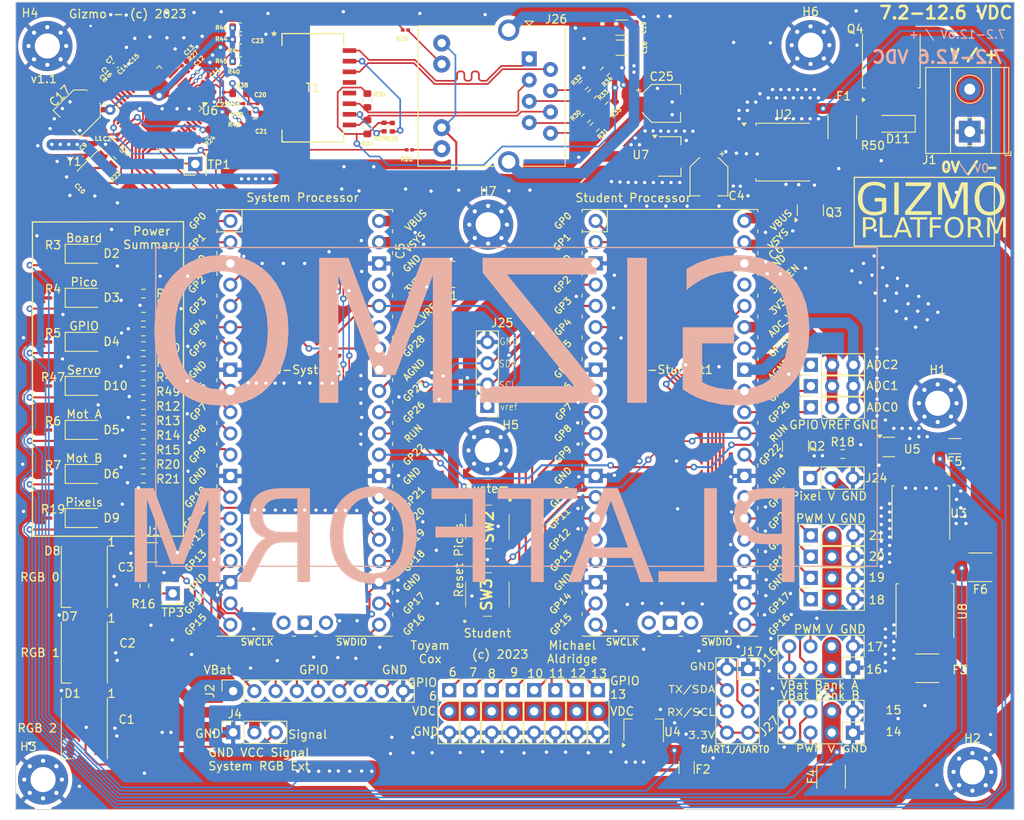
<source format=kicad_pcb>
(kicad_pcb (version 20240108) (generator "pcbnew") (generator_version "8.0")
  (layers (0 "F.Cu" signal) (31 "B.Cu" signal) (34 "B.Paste" user) (35 "F.Paste" user) (36 "B.SilkS" user "B.Silkscreen") (37 "F.SilkS" user "F.Silkscreen") (38 "B.Mask" user) (39 "F.Mask" user) (44 "Edge.Cuts" user))
  (net 0 "")
  (net 1 "Net-(Q1-S)")
  (net 2 "Net-(Q3-S)")
  (net 3 "Net-(D1-DIN)")
  (net 4 "GND")
  (net 5 "Net-(D2-K)")
  (net 6 "Net-(D3-K)")
  (net 7 "Net-(D4-K)")
  (net 8 "Net-(D5-K)")
  (net 9 "Net-(D6-K)")
  (net 10 "Net-(D7-DIN)")
  (net 11 "Net-(D8-DIN)")
  (net 12 "Net-(J2-Pin_7)")
  (net 13 "Net-(J2-Pin_4)")
  (net 14 "Net-(J2-Pin_6)")
  (net 15 "Net-(J2-Pin_3)")
  (net 16 "Net-(J2-Pin_2)")
  (net 17 "Net-(J2-Pin_5)")
  (net 18 "Net-(J20-Pin_1)")
  (net 19 "Net-(J20-Pin_2)")
  (net 20 "Net-(J20-Pin_3)")
  (net 21 "Net-(J21-Pin_1)")
  (net 22 "Net-(J22-Pin_1)")
  (net 23 "Net-(J24-Pin_1)")
  (net 24 "Net-(J24-Pin_2)")
  (net 25 "Net-(U5-A)")
  (net 26 "Net-(D9-K)")
  (net 27 "Net-(Q1-G)")
  (net 28 "Net-(Q2-G)")
  (net 29 "Net-(Q3-G)")
  (net 30 "Net-(U1-A)")
  (net 31 "Net-(J25-Pin_2)")
  (net 32 "Net-(J25-Pin_3)")
  (net 41 "Net-(D1-GND)")
  (net 60 "rst_system")
  (net 61 "5V_PICO_POWER")
  (net 62 "Net-(U6-TOCAP)")
  (net 63 "Net-(U6-1V2O)")
  (net 64 "Net-(U6-XI{slash}CLKIN)")
  (net 65 "Net-(C10-Pad2)")
  (net 66 "3.3VA")
  (net 67 "Net-(C18-Pad2)")
  (net 68 "Net-(C18-Pad1)")
  (net 69 "Net-(C20-Pad2)")
  (net 70 "Net-(C22-Pad2)")
  (net 71 "Net-(C23-Pad2)")
  (net 72 "3.3VD")
  (net 73 "VBAT")
  (net 74 "VBAT_PICO")
  (net 75 "VBAT_GPIO")
  (net 76 "VBAT_MOTA")
  (net 77 "VBAT_MOTB")
  (net 78 "VBAT_STU_PIX")
  (net 79 "Net-(D10-K)")
  (net 80 "VBAT_SERVO")
  (net 81 "Net-(D11-A)")
  (net 82 "Net-(Q4-D)")
  (net 83 "S_PICO_GP_4")
  (net 84 "S_PICO_GP_5")
  (net 85 "3.3v_STU_REF")
  (net 86 "3.3V GPIO")
  (net 87 "S_PICO_GP_6")
  (net 88 "S_PICO_GP_7")
  (net 89 "S_PICO_GP_8")
  (net 90 "S_PICO_GP_9")
  (net 91 "S_PICO_GP_10")
  (net 92 "S_PICO_GP_11")
  (net 93 "S_PICO_GP_12")
  (net 94 "5V_SERVO_POWER")
  (net 95 "S_PICO_GP_21")
  (net 96 "S_PICO_GP_20")
  (net 97 "S_PICO_GP_19")
  (net 98 "S_PICO_GP_18")
  (net 99 "S_PICO_GP_17")
  (net 100 "S_PICO_GP_16")
  (net 101 "S_PICO_GP_15")
  (net 102 "S_PICO_GP_14")
  (net 103 "S_PICO_GP_13")
  (net 104 "3.3v_SYS_REF")
  (net 105 "rst_student")
  (net 106 "VBAT_SCALED")
  (net 107 "VBAT_PICO_SCALED")
  (net 108 "VBAT_GPIO_SCALED")
  (net 109 "VBAT_MOTA_SCALED")
  (net 110 "VBAT_MOTB_SCALED")
  (net 111 "VBAT_STU_PIX_SCALED")
  (net 112 "Net-(U6-XO)")
  (net 113 "Net-(U6-PMODE0)")
  (net 114 "Net-(U6-ACTLED)")
  (net 115 "Net-(J17-Pin_5)")
  (net 116 "Net-(U6-EXRES1)")
  (net 117 "Net-(R28-Pad1)")
  (net 118 "Net-(R29-Pad1)")
  (net 119 "Net-(R30-Pad1)")
  (net 120 "Net-(R32-Pad1)")
  (net 121 "VBAT_SERVO_SCALED")
  (net 122 "rst_wizzy")
  (net 123 "WIZ_MOSI")
  (net 125 "WIZ_SYSn")
  (net 126 "WIZ_MISO")
  (net 127 "Net-(J2-Pin_8)")
  (net 128 "WIZ_SYSCLK")
  (net 129 "S_PICO_GP_22")
  (net 131 "WIZ_INTn")
  (net 132 "Net-(C21-Pad2)")
  (net 133 "Net-(U0-System1-GPIO15)")
  (net 134 "/RX2P")
  (net 135 "/RX2N")
  (net 136 "/TX3N")
  (net 137 "/RX3P")
  (net 138 "/TX3P")
  (net 139 "/RX3N")
  (net 140 "/TX2N")
  (net 141 "/TX1N")
  (net 142 "/TX1P")
  (net 143 "/TX2P")
  (net 144 "/RX1N")
  (net 145 "/RX1P")
  (net 146 "Net-(J26-Pad7)")
  (net 147 "Net-(J26-Pad11)")
  (net 148 "Net-(J26-Pad8)")
  (net 149 "Net-(J26-Pad4)")
  (net 150 "Net-(J26-Pad5)")
  (net 151 "Net-(J26-Pad9)")
  (net 152 "Net-(J17-Pin_3)")
  (net 153 "LINK_LED")
  (footprint "Resistor_SMD:R_0603_1608Metric" (layer "F.Cu") (at 180.3908 104.5718)
    (property "Reference" "R18")
    (property "Value" "470")
  )
  (footprint "MountingHole:MountingHole_3mm_Pad_Via" (layer "F.Cu") (at 176.55 55.7)
    (property "Reference" "H6")
    (property "Value" "MountingHole")
  )
  (footprint "Connector_PinSocket_2.54mm:PinSocket_1x03_P2.54mm_Vertical" (layer "F.Cu") (at 176.59 93.91 90)
    (property "Reference" "J20" (hide yes))
    (property "Value" "ADC 2")
  )
  (footprint "Capacitor_SMD:CP_Elec_4x5.3" (layer "F.Cu") (at 158.75 62.65)
    (property "Reference" "C25")
    (property "Value" "10 uF / 16V")
  )
  (footprint "Resistor_SMD:R_1206_3216Metric_Pad1.30x1.75mm_HandSolder" (layer "F.Cu") (at 161.73 142.04 90)
    (property "Reference" "F2")
    (property "Value" "1A max")
  )
  (footprint "Package_TO_SOT_SMD:SOT-23" (layer "F.Cu") (at 174.752 103.632 90)
    (property "Reference" "Q2")
    (property "Value" "Watchdog Resetter")
  )
  (footprint "Resistor_SMD:R_0201_0603Metric" (layer "F.Cu") (at 86 96.4375)
    (property "Reference" "R47")
    (property "Value" "1k")
  )
  (footprint "Resistor_SMD:R_0201_0603Metric" (layer "F.Cu") (at 86 85.9125)
    (property "Reference" "R4")
    (property "Value" "2k")
  )
  (footprint "Resistor_SMD:R_0201_0603Metric" (layer "F.Cu") (at 109.08 65.2375)
    (property "Reference" "R42")
    (property "Value" "0R")
  )
  (footprint "Capacitor_SMD:C_0201_0603Metric" (layer "F.Cu") (at 128.297726 78.839274 45)
    (property "Reference" "C5")
    (property "Value" "0.1 uF")
  )
  (footprint "Package_TO_SOT_SMD:TO-252-2" (layer "F.Cu") (at 186.2025 57.5 90)
    (property "Reference" "Q4")
    (property "Value" "C2995338")
  )
  (footprint "Connector_PinSocket_2.54mm:PinSocket_1x03_P2.54mm_Vertical" (layer "F.Cu") (at 135.8912 132.791)
    (property "Reference" "J6" (hide yes))
    (property "Value" "GPIO 07")
  )
  (footprint "Connector_PinSocket_2.54mm:PinSocket_1x03_P2.54mm_Vertical" (layer "F.Cu") (at 151.1312 132.791)
    (property "Reference" "J23" (hide yes))
    (property "Value" "GPIO 13")
  )
  (footprint "Resistor_SMD:R_0603_1608Metric" (layer "F.Cu") (at 93.75 68.8 -45)
    (property "Reference" "R22")
    (property "Value" "1M")
  )
  (footprint "Resistor_SMD:R_0603_1608Metric" (layer "F.Cu") (at 108.3 57.6125)
    (property "Reference" "R45")
    (property "Value" "49.9 1%")
  )
  (footprint "Package_TO_SOT_SMD:SOT-23" (layer "F.Cu") (at 133.4 83.1)
    (property "Reference" "Q1")
    (property "Value" "DMG2301L")
  )
  (footprint "Diode_SMD:D_SOD-123" (layer "F.Cu") (at 186.7 65.1 180)
    (property "Reference" "D11")
    (property "Value" "D_Zener")
  )
  (footprint "Capacitor_SMD:C_0201_0603Metric" (layer "F.Cu") (at 171.2 80.391 -90)
    (property "Reference" "C6")
    (property "Value" "0.1 uF")
  )
  (footprint "Resistor_SMD:R_0201_0603Metric" (layer "F.Cu") (at 97.58 86.778461 180)
    (property "Reference" "R2")
    (property "Value" "1k")
  )
  (footprint "Package_TO_SOT_SMD:SOT-89-3" (layer "F.Cu") (at 159.7 69)
    (property "Reference" "U7")
    (property "Value" "Wiznet 3.3v")
  )
  (footprint "Resistor_SMD:R_0603_1608Metric" (layer "F.Cu") (at 96.8 85.4)
    (property "Reference" "R1")
    (property "Value" "2.5k")
  )
  (footprint "Resistor_SMD:R_0603_1608Metric" (layer "F.Cu") (at 96.8 103.983071 180)
    (property "Reference" "R15")
    (property "Value" "390k")
  )
  (footprint "Connector_PinSocket_2.54mm:PinSocket_1x09_P2.54mm_Vertical" (layer "F.Cu") (at 107.53 132.91 90)
    (property "Reference" "J2")
    (property "Value" "System Breakout")
  )
  (footprint "Capacitor_SMD:C_0402_1005Metric" (layer "F.Cu") (at 93.477876 58.103712 45)
    (property "Reference" "C7")
    (property "Value" "4.7 uF")
  )
  (footprint "MountingHole:MountingHole_3mm_Pad_Via" (layer "F.Cu") (at 191.75 98.5)
    (property "Reference" "H1")
    (property "Value" "MountingHole")
  )
  (footprint "MountingHole:MountingHole_3mm_Pad_Via" (layer "F.Cu") (at 84.8106 143.4846)
    (property "Reference" "H3")
    (property "Value" "MountingHole")
  )
  (footprint "Resistor_SMD:R_0201_0603Metric" (layer "F.Cu") (at 86 106.9625)
    (property "Reference" "R7")
    (property "Value" "1k")
  )
  (footprint "Resistor_SMD:R_1812_4532Metric" (layer "F.Cu") (at 179 143.1375 90)
    (property "Reference" "F4")
    (property "Value" "4A max")
  )
  (footprint "LED_SMD:LED_1206_3216Metric" (layer "F.Cu") (at 89.74 85.896921)
    (property "Reference" "D3")
    (property "Value" "Pico Power")
  )
  (footprint "Resistor_SMD:R_0603_1608Metric" (layer "F.Cu") (at 149.418558 60.486566 -135)
    (property "Reference" "R32")
    (property "Value" "49.9 1%")
  )
  (footprint "Connector_PinSocket_2.54mm:PinSocket_2x04_P2.54mm_Vertical" (layer "F.Cu") (at 169.1 130.26)
    (property "Reference" "J17")
    (property "Value" "~")
  )
  (footprint "Resistor_SMD:R_0603_1608Metric" (layer "F.Cu") (at 150.74817 65.48531 -135)
    (property "Reference" "R31")
    (property "Value" "49.9 1%")
  )
  (footprint "Resistor_SMD:R_0201_0603Metric" (layer "F.Cu") (at 86 91.175)
    (property "Reference" "R5")
    (property "Value" "2k")
  )
  (footprint "Inductor_SMD:L_0402_1005Metric" (layer "F.Cu") (at 91.682876 65.953712 180)
    (property "Reference" "L1")
    (property "Value" "HH-1M1608-121JT")
  )
  (footprint "LED_SMD:LED_1206_3216Metric" (layer "F.Cu") (at 89.74 96.426149)
    (property "Reference" "D10")
    (property "Value" "Servo Power")
  )
  (footprint "Resistor_SMD:R_0603_1608Metric" (layer "F.Cu") (at 96.9264 120.3198 90)
    (property "Reference" "R16")
    (property "Value" "470")
  )
  (footprint "Resistor_SMD:R_0201_0603Metric" (layer "F.Cu") (at 183.755 66.225 -90)
    (property "Reference" "R50")
    (property "Value" "100")
  )
  (footprint "Connector_PinSocket_2.54mm:PinSocket_1x03_P2.54mm_Vertical" (layer "F.Cu") (at 176.57 121.92 90)
    (property "Reference" "J15" (hide yes))
    (property "Value" "Servo GPIO 18")
  )
  (footprint "Resistor_SMD:R_0201_0603Metric" (layer "F.Cu") (at 86 112.225)
    (property "Reference" "R19")
    (property "Value" "1k")
  )
  (footprint "Connector_RJ:RJ45_BEL_SS74301-00x_Vertical" (layer "F.Cu") (at 142.925 57.33 -90)
    (property "Reference" "J26")
    (property "Value" "8P8C_LED_Shielded")
  )
  (footprint "push-switch:PTS526SM15SMTR2LFS" (layer "F.Cu") (at 137.922 113.284 -90)
    (property "Reference" "SW2")
    (property "Value" "Reset System" (hide yes))
  )
  (footprint "Capacitor_SMD:C_0201_0603Metric" (layer "F.Cu") (at 93.517876 59.973712 135)
    (property "Reference" "C16")
    (property "Value" "0.1 uF")
  )
  (footprint "LED_SMD:LED_WS2812B_PLCC4_5.0x5.0mm_P3.2mm" (layer "F.Cu") (at 89.7382 119.253 -90)
    (property "Reference" "D8")
    (property "Value" "NeoPixel_SMD")
  )
  (footprint "Resistor_SMD:R_0201_0603Metric" (layer "F.Cu") (at 86 101.7)
    (property "Reference" "R6")
    (property "Value" "1k")
  )
  (footprint "Resistor_SMD:R_1206_3216Metric_Pad1.30x1.75mm_HandSolder" (layer "F.Cu") (at 193.802 103.632 180)
    (property "Reference" "F5")
    (property "Value" "2A max")
  )
  (footprint "LED_SMD:LED_WS2812B_PLCC4_5.0x5.0mm_P3.2mm" (layer "F.Cu") (at 89.7382 128.303 -90)
    (property "Reference" "D7")
    (property "Value" "NeoPixel_SMD")
  )
  (footprint "Resistor_SMD:R_0603_1608Metric" (layer "F.Cu") (at 96.8 88.156922)
    (property "Reference" "R8")
    (property "Value" "1M")
  )
  (footprint "Connector_PinSocket_2.54mm:PinSocket_1x03_P2.54mm_Vertical" (layer "F.Cu") (at 133.35 132.791)
    (property "Reference" "J5" (hide yes))
    (property "Value" "GPIO 06")
  )
  (footprint "Package_TO_SOT_SMD:TO-252-2" (layer "F.Cu") (at 190.22 123.39 -90)
    (property "Reference" "U8")
    (property "Value" "5v supply")
  )
  (footprint "Package_QFP:LQFP-48_7x7mm_P0.5mm" (layer "F.Cu") (at 98.687876 63.263712 -135)
    (property "Reference" "U6")
    (property "Value" "W5500")
  )
  (footprint "Capacitor_SMD:CP_Elec_4x5.3" (layer "F.Cu") (at 164.4 71.45 -90)
    (property "Reference" "C4")
    (property "Value" "10uF bypass")
  )
  (footprint "Resistor_SMD:R_0603_1608Metric" (layer "F.Cu") (at 96.8 105.741532)
    (property "Reference" "R20")
    (property "Value" "1M")
  )
  (footprint "Connector_PinHeader_2.54mm:PinHeader_1x04_P2.54mm_Vertical" (layer "F.Cu") (at 137.922 98.806 180)
    (property "Reference" "J25")
    (property "Value" "3.3v i2c")
  )
  (footprint "Resistor_SMD:R_0201_0603Metric" (layer "F.Cu") (at 109.08 62.6875)
    (property "Reference" "R43")
    (property "Value" "0R")
  )
  (footprint "Resistor_SMD:R_0603_1608Metric" (layer "F.Cu") (at 110.125 63.9875)
    (property "Reference" "R39")
    (property "Value" "82R 1%")
  )
  (footprint "MCU_RaspberryPi_and_Boards:RPi_Pico_SMD_TH" (layer "F.Cu") (at 116.091025 100.84525)
    (property "Reference" "U0-System1")
    (property "Value" "System Pico")
  )
  (footprint "Resistor_SMD:R_0603_1608Metric" (layer "F.Cu") (at 96.8 91.673844)
    (property "Reference" "R10")
    (property "Value" "1M")
  )
  (footprint "Capacitor_SMD:C_0201_0603Metric" (layer "F.Cu") (at 93.75 66.7 -90)
    (property "Reference" "C24")
    (property "Value" "0.1 uF")
  )
  (footprint "Resistor_SMD:R_0603_1608Metric" (layer "F.Cu") (at 96.8 93.432305 180)
    (property "Reference" "R11")
    (property "Value" "390k")
  )
  (footprint "Capacitor_SMD:C_0201_0603Metric" (layer "F.Cu") (at 101.127876 57.273712 45)
    (property "Reference" "C13")
    (property "Value" "0.1 uF")
  )
  (footprint "MCU_RaspberryPi_and_Boards:RPi_Pico_SMD_TH" (layer "F.Cu") (at 159.75 100.838)
    (property "Reference" "U1-Student1")
    (property "Value" "Student Pico")
  )
  (footprint "Resistor_SMD:R_0201_0603Metric" (layer "F.Cu") (at 128.125 53.8875 180)
    (property "Reference" "R25")
    (property "Value" "330")
  )
  (footprint "Capacitor_SMD:C_0201_0603Metric" (layer "F.Cu") (at 90.349953 68.571606 45)
    (property "Reference" "C9")
    (property "Value" "18 pF")
  )
  (footprint "Resistor_SMD:R_0603_1608Metric" (layer "F.Cu") (at 104.03 66.41 -135)
    (property "Reference" "R24")
    (property "Value" "1M")
  )
  (footprint "Resistor_SMD:R_0603_1608Metric" (layer "F.Cu") (at 152.55 63 -135)
    (property "Reference" "R35")
    (property "Value" "49.9 1%")
  )
  (footprint "Package_TO_SOT_SMD:SOT-23" (layer "F.Cu") (at 176.53 75.438 90)
    (property "Reference" "Q3")
    (property "Value" "DMG2301L")
  )
  (footprint "Resistor_SMD:R_0603_1608Metric" (layer "F.Cu") (at 152 58.85 -135)
    (property "Reference" "R34")
    (property "Value" "49.9 1%")
  )
  (footprint "Connector_PinSocket_2.54mm:PinSocket_1x03_P2.54mm_Vertical" (layer "F.Cu") (at 138.4312 132.791)
    (property "Reference" "J7" (hide yes))
    (property "Value" "GPIO 08")
  )
  (footprint "Capacitor_SMD:C_0201_0603Metric" (layer "F.Cu") (at 93.43 127.127 -90)
    (property "Reference" "C2")
    (property "Value" "0.1 uF")
  )
  (footprint "Capacitor_SMD:C_0201_0603Metric" (layer "F.Cu") (at 106.375 61.6625 90)
    (property "Reference" "C22")
    (property "Value" "10 nF")
  )
  (footprint "Resistor_SMD:R_0603_1608Metric" (layer "F.Cu") (at 96.8 98.707688)
    (property "Reference" "R12")
    (property "Value" "1M")
  )
  (footprint "Package_TO_SOT_SMD:SOT-89-3" (layer "F.Cu") (at 156.6 137.6 90)
    (property "Reference" "U4")
    (property "Value" "3.3v")
  )
  (footprint "Capacitor_SMD:C_1206_3216Metric" (layer "F.Cu") (at 154 56)
    (property "Reference" "C18")
    (property "Value" "4.7 nF / 2kV")
  )
  (footprint "Resistor_SMD:R_0603_1608Metric" (layer "F.Cu") (at 123.575 65.4875 -90)
    (property "Reference" "R37")
    (property "Value" "150 1%")
  )
  (footprint "Capacitor_SMD:C_0201_0603Metric" (layer "F.Cu") (at 104.15 59.85 45)
    (property "Reference" "C11")
    (property "Value" "0.1 uF")
  )
  (footprint "Resistor_SMD:R_0603_1608Metric" (layer "F.Cu") (at 96.8 102.22461)
    (property "Reference" "R14")
    (property "Value" "1M")
  )
  (footprint "MountingHole:MountingHole_3mm_Pad_Via" (layer "F.Cu") (at 138.00901 77.15901)
    (property "Reference" "H7")
    (property "Value" "MountingHole")
  )
  (footprint "Resistor_SMD:R_0201_0603Metric" (layer "F.Cu") (at 86 80.65)
    (property "Reference" "R3")
    (property "Value" "1k")
  )
  (footprint "Package_TO_SOT_SMD:TO-252-2" (layer "F.Cu") (at 189.739 111.667 -90)
    (property "Reference" "U3")
    (property "Value" "5v supply")
  )
  (footprint "Resistor_SMD:R_0603_1608Metric" (layer "F.Cu") (at 96.8 95.190766)
    (property "Reference" "R48")
    (property "Value" "1M")
  )
  (footprint "Connector_PinHeader_2.54mm:PinHeader_1x01_P2.54mm_Vertical" (layer "F.Cu") (at 100.3046 121.2342)
    (property "Reference" "TP3")
    (property "Value" "TestPoint")
  )
  (footprint "Connector_PinSocket_2.54mm:PinSocket_1x03_P2.54mm_Vertical" (layer "F.Cu") (at 176.57 114.3004 90)
    (property "Reference" "J12" (hide yes))
    (property "Value" "Servo GPIO 21")
  )
  (footprint "Capacitor_SMD:C_1206_3216Metric" (layer "F.Cu") (at 153.965 53.6 180)
    (property "Reference" "C19")
    (property "Value" "1 nF / 2kV")
  )
  (footprint "Connector_PinSocket_2.54mm:PinSocket_1x03_P2.54mm_Vertical" (layer "F.Cu") (at 107.5332 137.841 90)
    (property "Reference" "J4")
    (property "Value" "Breakout More Pixels")
  )
  (footprint "Capacitor_SMD:C_0201_0603Metric" (layer "F.Cu") (at 110.825 65.2375)
    (property "Reference" "C21")
    (property "Value" "6.8 nF")
  )
  (footprint "Connector_PinSocket_2.54mm:PinSocket_1x03_P2.54mm_Vertical" (layer "F.Cu") (at 176.53 107.442 90)
    (property "Reference" "J24")
    (property "Value" "Breakout Student Pixels")
  )
  (footprint "Connector_PinSocket_2.54mm:PinSocket_1x03_P2.54mm_Vertical" (layer "F.Cu") (at 146.0512 132.791)
    (property "Reference" "J10" (hide yes))
    (property "Value" "GPIO 11")
  )
  (footprint "Connector_PinSocket_2.54mm:PinSocket_1x03_P2.54mm_Vertical" (layer "F.Cu") (at 176.59 96.45 90)
    (property "Reference" "J21" (hide yes))
    (property "Value" "ADC 1")
  )
  (footprint "Resistor_SMD:R_0603_1608Metric" (layer "F.Cu") (at 108.3 61.4375)
    (property "Reference" "R38")
    (property "Value" "82R 1%")
  )
  (footprint "LED_SMD:LED_1206_3216Metric" (layer "F.Cu") (at 89.74 80.632307)
    (property "Reference" "D2")
    (property "Value" "System Power")
  )
  (footprint "Connector_PinSocket_2.54mm:PinSocket_1x03_P2.54mm_Vertical" (layer "F.Cu") (at 176.57 119.3804 90)
    (property "Reference" "J14" (hide yes))
    (property "Value" "Servo GPIO 19")
  )
  (footprint "LED_SMD:LED_WS2812B_PLCC4_5.0x5.0mm_P3.2mm" (layer "F.Cu") (at 89.7382 137.353 -90)
    (property "Reference" "D1")
    (property "Value" "NeoPixel_SMD")
  )
  (footprint "Connector_PinSocket_2.54mm:PinSocket_1x03_P2.54mm_Vertical" (layer "F.Cu") (at 148.5912 132.791)
    (property "Reference" "J11" (hide yes))
    (property "Value" "GPIO 12")
  )
  (footprint "Resistor_SMD:R_0603_1608Metric" (layer "F.Cu") (at 123.575 62.3125 90)
    (property "Reference" "R36")
    (property "Value" "150 1%")
  )
  (footprint "Resistor_SMD:R_0603_1608Metric" (layer "F.Cu") (at 150.458005 61.526013 -135)
    (property "Reference" "R33")
    (property "Value" "49.9 1%")
  )
  (footprint "Connector_PinSocket_2.54mm:PinSocket_1x03_P2.54mm_Vertical" (layer "F.Cu") (at 143.5112 132.791)
    (property "Reference" "J9" (hide yes))
    (property "Value" "GPIO 10")
  )
  (footprint "Package_TO_SOT_SMD:SOT-363_SC-70-6" (layer "F.Cu") (at 97.79 116.332)
    (property "Reference" "U1")
    (property "Value" "SN74LVC1T45DCK")
  )
  (footprint "Connector_PinSocket_2.54mm:PinSocket_1x03_P2.54mm_Vertical" (layer "F.Cu") (at 176.59 98.99 90)
    (property "Reference" "J22" (hide yes))
    (property "Value" "ADC 0")
  )
  (footprint "Capacitor_SMD:C_0201_0603Metric" (layer "F.Cu") (at 93.345 136.205 -90)
    (property "Reference" "C1")
    (property "Value" "0.1 uF")
  )
  (footprint "Resistor_SMD:R_1812_4532Metric" (layer "F.Cu") (at 190.5 130.175 180)
    (property "Reference" "F3")
    (property "Value" "4A max")
  )
  (footprint "Connector_PinSocket_2.54mm:PinSocket_1x03_P2.54mm_Vertical" (layer "F.Cu") (at 176.57 116.8404 90)
    (property "Reference" "J13" (hide yes))
    (property "Value" "Servo GPIO 20")
  )
  (footprint "LED_SMD:LED_1206_3216Metric" (layer "F.Cu") (at 89.74 106.955377)
    (property "Reference" "D6")
    (property "Value" "Motor B Power")
  )
  (footprint "H1102NLT:XFRMR_H1102NLT_12P7X7P11_PUL" (layer "F.Cu") (at 117.053 60.7915)
    (property "Reference" "T1")
    (property "Value" "H1102NLT")
  )
  (footprint "MountingHole:MountingHole_3mm_Pad_Via" (layer "F.Cu") (at 195.9 142.57)
    (property "Reference" "H2")
    (property "Value" "MountingHole")
  )
  (footprint "Resistor_SMD:R_1812_4532Metric" (layer "F.Cu") (at 196.85 118.11 180)
    (property "Reference" "F6")
    (property "Value" "4A max")
  )
  (footprint "Resistor_SMD:R_1812_4532Metric_Pad1.30x3.40mm_HandSolder" (layer "F.Cu") (at 180.34 65.5066 90)
    (property "Reference" "F1")
    (property "Value" "3A max")
  )
  (footprint "Package_TO_SOT_SMD:TO-252-2" (layer "F.Cu") (at 173.33 68.48)
    (property "Reference" "U2")
    (property "Value" "5v supply")
  )
  (footprint "Capacitor_SMD:C_0201_0603Metric" (layer "F.Cu") (at 96.247876 57.883712 45)
    (property "Reference" "C15")
    (property "Value" "0.1 uF")
  )
  (footprint "Resistor_SMD:R_0603_1608Metric" (layer "F.Cu") (at 96.8 107.5 180)
    (property "Reference" "R21")
    (property "Value" "390k")
  )
  (footprint "Capacitor_SMD:CP_Elec_4x5.3" (layer "F.Cu") (at 89.217353 63.492291 -135)
    (property "Reference" "C17")
    (property "Value" "10 uF / 16V")
  )
  (footprint "Crystal:Crystal_SMD_3225-4Pin_3.2x2.5mm" (layer "F.Cu") (at 91.453176 70.516331 -135)
    (property "Reference" "Y1")
    (property "Value" "Crystal_GND24")
  )
  (footprint "Resistor_SMD:R_0201_0603Metric" (layer "F.Cu") (at 109.08 58.8875)
    (property "Reference" "R40")
    (property "Value" "0R")
  )
  (footprint "push-switch:PTS526SM15SMTR2LFS" (layer "F.Cu") (at 137.922 121.364 90)
    (property "Reference" "SW3")
    (property "Value" "Reset Student" (hide yes))
  )
  (footprint "Resistor_SMD:R_0402_1005Metric" (layer "F.Cu") (at 125.575 65.4875 90)
    (property "Reference" "R29")
    (property "Value" "75R 1%")
  )
  (footprint "Resistor_SMD:R_0603_1608Metric" (layer "F.Cu") (at 108.3 55.05 180)
    (property "Reference" "R44")
    (property "Value" "49.9 1%")
  )
  (footprint "LED_SMD:LED_1206_3216Metric" (layer "F.Cu") (at 89.74 101.690763)
    (property "Reference" "D5")
    (property "Value" "Motor A Power")
  )
  (footprint "Capacitor_SMD:C_0201_0603Metric" (layer "F.Cu") (at 110.775 62.6875)
    (property "Reference" "C20")
    (property "Value" "6.8 nF")
  )
  (footprint "Package_TO_SOT_SMD:SOT-363_SC-70-6" (layer "F.Cu") (at 185.9026 103.7336)
    (property "Reference" "U5")
    (property "Value" "SN74LVC1T45DCK")
  )
  (footprint "Capacitor_SMD:C_0201_0603Metric" (layer "F.Cu") (at 89.75 72.35 -45)
    (property "Reference" "C10")
    (property "Value" "18 pF")
  )
  (footprint "Resistor_SMD:R_0201_0603Metric" (layer "F.Cu") (at 128.6 68.2 180)
    (property "Reference" "R26")
    (property "Value" "330")
  )
  (footprint "Resistor_SMD:R_0201_0603Metric" (layer "F.Cu") (at 109.08 56.3375)
    (property "Reference" "R41")
    (property "Value" "0R")
  )
  (footprint "Resistor_SMD:R_0603_1608Metric" (layer "F.Cu") (at 96.8 96.949227 180)
    (property "Reference" "R49")
    (property "Value" "390k")
  )
  (footprint "Capacitor_SMD:C_0201_0603Metric" (layer "F.Cu") (at 110.35 54.0425 90)
    (property "Reference" "C23")
    (property "Value" "22 nF")
  )
  (footprint "MountingHole:MountingHole_3mm_Pad_Via" (layer "F.Cu") (at 137.922 104.14)
    (property "Reference" "H5")
    (property "Value" "MountingHole")
  )
  (footprint "LED_SMD:LED_1206_3216Metric" (layer "F.Cu") (at 89.74 91.161535)
    (property "Reference" "D4")
    (property "Value" "GPIO Power")
  )
  (footprint "Resistor_SMD:R_0603_1608Metric" (layer "F.Cu") (at 149.68751 64.42465 -135)
    (property "Reference" "R30")
    (property "Value" "49.9 1%")
  )
  (footprint "Resistor_SMD:R_0603_1608Metric" (layer "F.Cu") (at 96.8 89.915383 180)
    (property "Reference" "R9")
    (property "Value" "390k")
  )
  (footprint "Resistor_SMD:R_0603_1608Metric" (layer "F.Cu") (at 108.3 53.5625 180)
    (property "Reference" "R46")
    (property "Value" "10 1%")
  )
  (footprint "MountingHole:MountingHole_3mm_Pad_Via" (layer "F.Cu") (at 85.325 55.8)
    (property "Reference" "H4")
    (property "Value" "MountingHole")
  )
  (footprint "Connector_PinHeader_2.54mm:PinHeader_1x01_P2.54mm_Vertical" (layer "F.Cu") (at 103 69.9 90)
    (property "Reference" "TP1")
    (property "Value" "ResetWizzy")
  )
  (footprint "Capacitor_SMD:C_0201_0603Metric" (layer "F.Cu") (at 93.26 118.044 -90)
    (property "Reference" "C3")
    (property "Value" "0.1 uF")
  )
  (footprint "Capacitor_SMD:C_0201_0603Metric" (layer "F.Cu") (at 94.897876 59.113712 -135)
    (property "Reference" "C14")
    (property "Value" "0.1 uF")
  )
  (footprint "Resistor_SMD:R_0402_1005Metric" (layer "F.Cu") (at 126.555 65.5075 90)
    (property "Reference" "R28")
    (property "Value" "75R 1%")
  )
  (footprint "Resistor_SMD:R_0201_0603Metric" (layer "F.Cu") (at 93.909953 71.961606 45)
    (property "Reference" "R23")
    (property "Value" "0R")
  )
  (footprint "Resistor_SMD:R_0201_0603Metric" (layer "F.Cu") (at 101.647876 57.923712 45)
    (property "Reference" "R27")
    (property "Value" "12.4KΩ 1%")
  )
  (footprint "Capacitor_SMD:C_0201_0603Metric" (layer "F.Cu") (at 102.357876 58.633712 45)
    (property "Reference" "C12")
    (property "Value" "0.1 uF")
  )
  (footprint "Resistor_SMD:R_0603_1608Metric" (layer "F.Cu") (at 96.8 100.466149 180)
    (property "Reference" "R13")
    (property "Value" "390k")
  )
  (footprint "Capacitor_SMD:C_0201_0603Metric" (layer "F.Cu") (at 92.927876 60.553712 135)
    (property "Reference" "C8")
    (property "Value" "10 nF")
  )
  (footprint "TerminalBlock_Phoenix:TerminalBlock_Phoenix_MKDS-1,5-2-5.08_1x02_P5.08mm_Horizontal" (layer "F.Cu") (at 195.58 66.04 90)
    (property "Reference" "J1")
    (property "Value" "Power In")
  )
  (footprint "LED_SMD:LED_1206_3216Metric" (layer "F.Cu") (at 89.74 112.22)
    (property "Reference" "D9")
    (property "Value" "Student Neopixel Power")
  )
  (footprint "Connector_PinSocket_2.54mm:PinSocket_2x04_P2.54mm_Vertical" (layer "F.Cu") (at 181.62 137.881 -90)
    (property "Reference" "J27")
    (property "Value" "~")
  )
  (footprint "Connector_PinSocket_2.54mm:PinSocket_2x04_P2.54mm_Vertical" (layer "F.Cu") (at 181.62 130.1 -90)
    (property "Reference" "J16")
    (property "Value" "~")
  )
  (footprint "Connector_PinSocket_2.54mm:PinSocket_1x03_P2.54mm_Vertical" (layer "F.Cu") (at 140.9712 132.791)
    (property "Reference" "J8" (hide yes))
    (property "Value" "GPIO 09")
  )
  (gr_rect (start 98.285 79.88) (end 184.515 117.99) (stroke (width 0.15)) (fill none) (layer "B.SilkS"))
  (gr_line (start 83.55 114.405) (end 83.54 76.835) (stroke (width 0.15)) (layer "F.SilkS"))
  (gr_line (start 83.55 114.405) (end 101.59 114.395) (stroke (width 0.15)) (layer "F.SilkS"))
  (gr_line (start 101.6 99.06) (end 101.6 76.8) (stroke (width 0.15)) (layer "F.SilkS"))
  (gr_rect (start 181.77 71.5) (end 198.5175 79.71) (stroke (width 0.15)) (fill none) (layer "F.SilkS"))
  (gr_line (start 101.6 76.8) (end 83.54 76.835) (stroke (width 0.15)) (layer "F.SilkS"))
  (gr_line (start 101.586 90.434) (end 101.59 114.395) (stroke (width 0.15)) (layer "F.SilkS"))
  (gr_rect (start 81.534 50.546) (end 200.914 147.066) (stroke (width 0.1)) (fill none) (layer "Edge.Cuts"))
  (gr_text "Michael\nAldridge" (at 159.512 119.38 0) (layer "F.Cu") (effects (font (size 1.5 1.5) (thickness 0.3))))
  (gr_text "Toyam\nCox" (at 159.512 83.566 0) (layer "F.Cu") (effects (font (size 1.5 1.5) (thickness 0.3))))
  (gr_text "(c) 2023" (at 159.9 78.2 0) (layer "F.Cu") (effects (font (size 1.5 1.5) (thickness 0.3))))
  (gr_text "0V / -" (at 198 71 0) (layer "B.SilkS") (effects (font (size 1 1)) (justify left bottom mirror)))
  (gr_text "7.2-12.6 VDC" (at 200 58 0) (layer "B.SilkS") (effects (font (size 1.5 1.5) (thickness 0.3) (bold yes)) (justify left bottom mirror)))
  (gr_text "PLATFORM" (at 176.149 121.7422 0) (layer "B.SilkS") (effects (font (size 11 11) (thickness 1.754)) (justify left bottom mirror)))
  (gr_text "GIZMO" (at 177.7492 101.346 0) (layer "B.SilkS") (effects (font (size 17 17) (thickness 2.69)) (justify left bottom mirror)))
  (gr_text "7.2-12.6V / +" (at 200 55 0) (layer "B.SilkS") (effects (font (size 1 1)) (justify left bottom mirror)))
  (gr_text "UART1/UART0\n" (at 167.53 139.88 0) (layer "F.SilkS") (effects (font (size 0.8 0.8))))
  (gr_text "VREF\n" (at 179.578 101.092 0) (layer "F.SilkS") (effects (font (size 1 1))))
  (gr_text "(c) 2023" (at 139.446 128.524 0) (layer "F.SilkS") (effects (font (size 1 1))))
  (gr_text "18\n" (at 183.415 122.6 0) (layer "F.SilkS") (effects (font (size 1 1)) (justify left bottom)))
  (gr_text "GPIO\n13" (at 152.5 132.5 0) (layer "F.SilkS") (effects (font (size 1 1)) (justify left)))
  (gr_text "VBat Bank B\n" (at 177.7 133.4 0) (layer "F.SilkS") (effects (font (size 1 1))))
  (gr_text "21" (at 183.415 114.9 0) (layer "F.SilkS") (effects (font (size 1 1)) (justify left bottom)))
  (gr_text "Power\nSummary" (at 97.79 78.74 0) (layer "F.SilkS") (effects (font (size 1 1))))
  (gr_text "GND" (at 181.6106 125.4952 0) (layer "F.SilkS") (effects (font (size 1 1))))
  (gr_text "V" (at 178.8166 125.4952 0) (layer "F.SilkS") (effects (font (size 1 1))))
  (gr_text "6" (at 133.1976 131.2418 0) (layer "F.SilkS") (effects (font (size 1 1)) (justify left bottom)))
  (gr_text "19" (at 183.415 119.9 0) (layer "F.SilkS") (effects (font (size 1 1)) (justify left bottom)))
  (gr_text "Reset Picos" (at 134.5 117.25 90) (layer "F.SilkS") (effects (font (size 1 1))))
  (gr_text "GND\n" (at 104.521 137.9982 0) (layer "F.SilkS") (effects (font (size 1 1))))
  (gr_text "GPIO\n" (at 175.768 101.092 0) (layer "F.SilkS") (effects (font (size 1 1))))
  (gr_text "GND" (at 181.839 139.81 0) (layer "F.SilkS") (effects (font (size 0.8 1))))
  (gr_text "VDC" (at 130.3528 135.3058 0) (layer "F.SilkS") (effects (font (size 1 1))))
  (gr_text "Student\n" (at 137.922 125.984 0) (layer "F.SilkS") (effects (font (size 1 1))))
  (gr_text "GND VCC Signal\nSystem RGB Ext" (at 110.617 141.0716 0) (layer "F.SilkS") (effects (font (size 1 1))))
  (gr_text "20\n" (at 183.415 117.4 0) (layer "F.SilkS") (effects (font (size 1 1)) (justify left bottom)))
  (gr_text "VBat Bank A" (at 177.6 132.2 0) (layer "F.SilkS") (effects (font (size 1 1))))
  (gr_text "SDA" (at 139.252 94.264 0) (layer "F.SilkS") (effects (font (size 0.8142 0.738) (thickness 0.08156)) (justify left bottom)))
  (gr_text " v1.1" (at 82.465 60.31 0) (layer "F.SilkS") (effects (font (size 1 1)) (justify left bottom)))
  (gr_text "PWM" (at 176.4538 112.268 0) (layer "F.SilkS") (effects (font (size 1 1))))
  (gr_text "vref" (at 139.4 99.4 0) (layer "F.SilkS") (effects (font (size 0.8142 0.738) (thickness 0.08156)) (justify left bottom)))
  (gr_text "RGB 2" (at 84.1082 137.343 0) (layer "F.SilkS") (effects (font (size 1 1))))
  (gr_text "GND\n" (at 130.5814 137.7442 0) (layer "F.SilkS") (effects (font (size 1 1))))
  (gr_text "GND\n" (at 183.134 101.092 0) (layer "F.SilkS") (effects (font (size 1 1))))
  (gr_text "15" (at 185.42 135.7606 0) (layer "F.SilkS") (effects (font (size 1 1)) (justify left bottom)))
  (gr_text "V" (at 179.04 139.84 0) (layer "F.SilkS") (effects (font (size 0.8 1))))
  (gr_text "10\n" (at 142.5956 131.3942 0) (layer "F.SilkS") (effects (font (size 1 1)) (justify left bottom)))
  (gr_text "14" (at 185.42 138.3606 0) (layer "F.SilkS") (effects (font (size 1 1)) (justify left bottom)))
  (gr_text "ADC2" (at 183.134 94.488 0) (layer "F.SilkS") (effects (font (size 1 1)) (justify left bottom)))
  (gr_text "PLATFORM" (at 182.485 79.09 0) (layer "F.SilkS") (effects (font (size 2.38 2.38) (thickness 0.5315)) (justify left bottom)))
  (gr_text "VBat" (at 105.664 130.3782 0) (layer "F.SilkS") (effects (font (size 1 1))))
  (gr_text "Board" (at 89.72 78.75 0) (layer "F.SilkS") (effects (font (size 1 1))))
  (gr_text "8\n" (at 137.8712 131.4196 0) (layer "F.SilkS") (effects (font (size 1 1)) (justify left bottom)))
  (gr_text "GND" (at 126.8476 130.3782 0) (layer "F.SilkS") (effects (font (size 1 1))))
  (gr_text "Mot B" (at 89.72 105.07307 0) (layer "F.SilkS") (effects (font (size 1 1))))
  (gr_text "12\n" (at 147.7264 131.3688 0) (layer "F.SilkS") (effects (font (size 1 1)) (justify left bottom)))
  (gr_text "RGB 1\n" (at 84.4682 128.323 0) (layer "F.SilkS") (effects (font (size 1 1))))
  (gr_text "Gizmo - (c) 2023" (at 94.925 51.975 0) (layer "F.SilkS") (effects (font (size 1 1))))
  (gr_text "7" (at 135.636 131.2672 0) (layer "F.SilkS") (effects (font (size 1 1)) (justify left bottom)))
  (gr_text "11\n" (at 145.1864 131.3688 0) (layer "F.SilkS") (effects (font (size 1 1)) (justify left bottom)))
  (gr_text "Pixel V GND" (at 174.0916 110.1852 0) (layer "F.SilkS") (effects (font (size 1 1)) (justify left bottom)))
  (gr_text "PWM" (at 176.45 139.78 0) (layer "F.SilkS") (effects (font (size 0.8 1))))
  (gr_text "13" (at 150.2156 131.4196 0) (layer "F.SilkS") (effects (font (size 1 1)) (justify left bottom)))
  (gr_text "Mot A" (at 89.72 99.808456 0) (layer "F.SilkS") (effects (font (size 1 1))))
  (gr_text "GPIO" (at 89.72 89.279228 0) (layer "F.SilkS") (effects (font (size 1 1))))
  (gr_text "GPIO\n" (at 117.1702 130.3782 0) (layer "F.SilkS") (effects (font (size 1 1))))
  (gr_text "7.2-12.6 VDC" (at 184.6 52.7 0) (layer "F.SilkS") (effects (font (size 1.5 1.5) (thickness 0.3) (bold yes)) (justify left bottom)))
  (gr_text "GPIO\n6" (at 132 132.7 0) (layer "F.SilkS") (effects (font (size 1 1)) (justify right)))
  (gr_text "SCL" (at 139.252 96.804 0) (layer "F.SilkS") (effects (font (size 0.8142 0.738) (thickness 0.08156)) (justify left bottom)))
  (gr_text "Pico" (at 89.72 84.014614 0) (layer "F.SilkS") (effects (font (size 1 1))))
  (gr_text "System" (at 137.922 108.712 0) (layer "F.SilkS") (effects (font (size 1 1))))
  (gr_text "RGB 0\n" (at 84.4282 119.293 0) (layer "F.SilkS") (effects (font (size 1 1))))
  (gr_text "GND" (at 181.61 112.268 0) (layer "F.SilkS") (effects (font (size 1 1))))
  (gr_text "VDC" (at 154.0256 135.3312 0) (layer "F.SilkS") (effects (font (size 1 1))))
  (gr_text "GND\n\nTX/SDA\n\nRX/SCL\n\n3.3V" (at 165.23 134.07 0) (layer "F.SilkS") (effects (font (size 0.85 1) (thickness 0.13)) (justify right)))
  (gr_text "Servo" (at 89.72 94.543842 0) (layer "F.SilkS") (effects (font (size 1 1))))
  (gr_text "ADC1" (at 183.134 96.98625 0) (layer "F.SilkS") (effects (font (size 1 1)) (justify left bottom)))
  (gr_text "16" (at 183.1 130.9 0) (layer "F.SilkS") (effects (font (size 1 1)) (justify left bottom)))
  (gr_text "Student Processor" (at 155.34 73.95 0) (layer "F.SilkS") (effects (font (size 1 1))))
  (gr_text "9\n" (at 140.5382 131.2418 0) (layer "F.SilkS") (effects (font (size 1 1)) (justify left bottom)))
  (gr_text "V / +" (at 193.1 57.5 0) (layer "F.SilkS") (effects (font (size 1.2 1.2) (thickness 0.3) (bold yes)) (justify left bottom)))
  (gr_text "Toyam\nCox" (at 131.078 128.25 0) (layer "F.SilkS") (effects (font (size 1 1))))
  (gr_text "GND" (at 139.3 91.6 0) (layer "F.SilkS") (effects (font (size 0.8142 0.738) (thickness 0.08156)) (justify left bottom)))
  (gr_text "17\n" (at 183.2 128.2 0) (layer "F.SilkS") (effects (font (size 1 1)) (justify left bottom)))
  (gr_text "Signal" (at 116.459 138.0998 0) (layer "F.SilkS") (effects (font (size 1 1))))
  (gr_text "GIZMO" (at 181.9075 76.63 0) (layer "F.SilkS") (effects (font (size 3.81 3.81) (thickness 0.9525)) (justify left bottom)))
  (gr_text "ADC0" (at 183.134 99.568 0) (layer "F.SilkS") (effects (font (size 1 1)) (justify left bottom)))
  (gr_text "PWM" (at 176.2 125.5 0) (layer "F.SilkS") (effects (font (size 1 1))))
  (gr_text "System Processor" (at 115.824 73.914 0) (layer "F.SilkS") (effects (font (size 1 1))))
  (gr_text "V" (at 179.07 112.268 0) (layer "F.SilkS") (effects (font (size 1 1))))
  (gr_text "Michael\nAldridge" (at 148.082 128.25 0) (layer "F.SilkS") (effects (font (size 1 1))))
  (gr_text "0V / -" (at 192 71 0) (layer "F.SilkS") (effects (font (size 1.2 1.2) (thickness 0.3) (bold yes)) (justify left bottom)))
  (gr_text "Pixels" (at 89.72 110.337684 0) (layer "F.SilkS") (effects (font (size 1 1))))
  (segment (start 124.981025 79.25525) (end 127.55525 79.25525) (width 1.27) (layer "F.Cu") (net 1))
  (segment (start 132.25658 84.05) (end 132.4625 84.05) (width 1.27) (layer "F.Cu") (net 1))
  (segment (start 127.55525 79.25525) (end 127.55525 79.34867) (width 1.27) (layer "F.Cu") (net 1))
  (segment (start 127.55525 79.34867) (end 132.25658 84.05) (width 1.27) (layer "F.Cu") (net 1))
  (segment (start 177.48 79.38) (end 177.292 79.568) (width 1.27) (layer "F.Cu") (net 2))
  (segment (start 168.962975 79.568) (end 168.642975 79.248) (width 1.27) (layer "F.Cu") (net 2))
  (segment (start 177.48 76.3755) (end 177.48 79.38) (width 1.27) (layer "F.Cu") (net 2))
  (segment (start 177.292 79.568) (end 168.962975 79.568) (width 1.27) (layer "F.Cu") (net 2))
  (segment (start 89.4588 135.5852) (end 91.3882 137.5146) (width 0.254) (layer "F.Cu") (net 3))
  (segment (start 88.0882 125.853) (end 88.0882 126.9502) (width 0.254) (layer "F.Cu") (net 3))
  (segment (start 91.3882 137.5146) (end 91.3882 139.803) (width 0.254) (layer "F.Cu") (net 3))
  (segment (start 88.0882 126.9502) (end 89.4588 128.3208) (width 0.254) (layer "F.Cu") (net 3))
  (segment (start 89.4588 128.3208) (end 89.4588 135.5852) (width 0.254) (layer "F.Cu") (net 3))
  (segment (start 88 69.25) (end 88.1 69.15) (width 0.254) (layer "F.Cu") (net 4))
  (segment (start 96.421539 86.778461) (end 96.4 86.8) (width 0.25) (layer "F.Cu") (net 4))
  (segment (start 92.875 57.3625) (end 94.466664 57.3625) (width 0.2) (layer "F.Cu") (net 4))
  (segment (start 95.3008 116.4336) (end 95.3262 116.332) (width 0.254) (layer "F.Cu") (net 4))
  (segment (start 100.871423 116.350936) (end 100.852487 116.332) (width 0.254) (layer "F.Cu") (net 4))
  (segment (start 96.47415 57.812998) (end 96.47415 57.657438) (width 0.2) (layer "F.Cu") (net 4))
  (segment (start 105.209 137.841) (end 105.2 137.85) (width 1.27) (layer "F.Cu") (net 4))
  (segment (start 102.868645 61.557817) (end 102.278391 62.148071) (width 0.254) (layer "F.Cu") (net 4))
  (segment (start 93.26 119.16) (end 93.3 119.2) (width 0.254) (layer "F.Cu") (net 4))
  (segment (start 87.944561 64.765083) (end 86.415083 64.765083) (width 0.254) (layer "F.Cu") (net 4))
  (segment (start 96.757556 63.673392) (end 96.757556 64.605245) (width 0.2) (layer "F.Cu") (net 4))
  (segment (start 95.975 100.466149) (end 95.266149 100.466149) (width 0.25) (layer "F.Cu") (net 4))
  (segment (start 96.379876 63.295712) (end 96.757556 63.673392) (width 0.2) (layer "F.Cu") (net 4))
  (segment (start 182.5752 103.4542) (end 182.5498 103.4542) (width 0.2) (layer "F.Cu") (net 4))
  (segment (start 100.1 137.85) (end 100.091 137.841) (width 1.27) (layer "F.Cu") (net 4))
  (segment (start 94.552876 59.182712) (end 94.552876 58.438712) (width 0.254) (layer "F.Cu") (net 4))
  (segment (start 100.747325 59.436497) (end 101.291733 58.892089) (width 0.2) (layer "F.Cu") (net 4))
  (segment (start 95.975 93.432305) (end 95.432305 93.432305) (width 0.25) (layer "F.Cu") (net 4))
  (segment (start 97.26 86.778461) (end 96.421539 86.778461) (width 0.25) (layer "F.Cu") (net 4))
  (segment (start 93.291602 59.747438) (end 92.175 58.630836) (width 0.2) (layer "F.Cu") (net 4))
  (segment (start 103.575752 64.2625) (end 102.626443 63.313191) (width 0.2) (layer "F.Cu") (net 4))
  (segment (start 102.015571 57.708859) (end 101.35415 57.047438) (width 0.2) (layer "F.Cu") (net 4))
  (segment (start 88.05 69.2) (end 88.05 69.25) (width 0.254) (layer "F.Cu") (net 4))
  (segment (start 94.671602 59.339986) (end 94.671602 59.600992) (width 0.254) (layer "F.Cu") (net 4))
  (segment (start 101.87415 57.697438) (end 103.15 56.421588) (width 0.254) (layer "F.Cu") (net 4))
  (segment (start 105.65 64.2625) (end 103.575752 64.2625) (width 0.254) (layer "F.Cu") (net 4))
  (segment (start 102.22915 58.052438) (end 101.87415 57.697438) (width 0.2) (layer "F.Cu") (net 4))
  (segment (start 96.757556 64.605245) (end 96.210175 65.152626) (width 0.2) (layer "F.Cu") (net 4))
  (segment (start 88.065083 64.765083) (end 89.2 65.9) (width 0.254) (layer "F.Cu") (net 4))
  (segment (start 99.05 137.85) (end 99.041 137.841) (width 1.27) (layer "F.Cu") (net 4))
  (segment (start 95.975 89.915383) (end 95.315383 89.915383) (width 0.25) (layer "F.Cu") (net 4))
  (segment (start 93.867876 66.943712) (end 94.067875 66.943712) (width 0.2) (layer "F.Cu") (net 4))
  (segment (start 92.175 58.0625) (end 92.875 57.3625) (width 0.2) (layer "F.Cu") (net 4))
  (segment (start 105.275 62.563252) (end 105.275 62.4875) (width 0.2) (layer "F.Cu") (net 4))
  (segment (start 103.387983 61.038479) (end 103.649563 61.038479) (width 0.1905) (layer "F.Cu") (net 4))
  (segment (start 100.852487 116.332) (end 98.74 116.332) (width 0.254) (layer "F.Cu") (net 4))
  (segment (start 184.9526 103.7336) (end 182.8546 103.7336) (width 0.2) (layer "F.Cu") (net 4))
  (segment (start 128.382322 78.637678) (end 128.753322 78.637678) (width 0.2) (layer "F.Cu") (net 4))
  (segment (start 92.881288 66.943712) (end 92.275 67.55) (width 0.2) (layer "F.Cu") (net 4))
  (segment (start 95.975 107.5) (end 95.975 108.375) (width 0.25) (layer "F.Cu") (net 4))
  (segment (start 86.415083 64.765083) (end 86.15 64.5) (width 0.254) (layer "F.Cu") (net 4))
  (segment (start 109.643398 125.488111) (end 109.977662 125.488111) (width 0.25) (layer "F.Cu") (net 4))
  (segment (start 93.43 127.447) (end 93.43 128.274422) (width 0.254) (layer "F.Cu") (net 4))
  (segment (start 95.738302 65.152626) (end 95.214214 65.676714) (width 0.2) (layer "F.Cu") (net 4))
  (segment (start 106.72274 123.58993) (end 107.745217 123.58993) (width 0.25) (layer "F.Cu") (net 4))
  (segment (start 95.105792 57.943712) (end 95.047876 57.943712) (width 0.2) (layer "F.Cu") (net 4))
  (segment (start 102.58415 58.13415) (end 100.6 56.15) (width 0.254) (layer "F.Cu") (net 4))
  (segment (start 96.50255 116.332) (end 95.5294 116.332) (width 0.254) (layer "F.Cu") (net 4))
  (segment (start 99.059 137.841) (end 99.05 137.85) (width 1.27) (layer "F.Cu") (net 4))
  (segment (start 93.817287 57.764301) (end 94.868465 57.764301) (width 0.254) (layer "F.Cu") (net 4))
  (segment (start 94.552876 58.438712) (end 95.047876 57.943712) (width 0.254) (layer "F.Cu") (net 4))
  (segment (start 94.466664 57.3625) (end 95.047876 57.943712) (width 0.2) (layer "F.Cu") (net 4))
  (segment (start 93.43 128.274422) (end 93.489114 128.333536) (width 0.254) (layer "F.Cu") (net 4))
  (segment (start 102.868645 61.557817) (end 103.387983 61.038479) (width 0.1905) (layer "F.Cu") (net 4))
  (segment (start 106.375 61.9825) (end 105.78 61.9825) (width 0.2) (layer "F.Cu") (net 4))
  (segment (start 106.375 61.9825) (end 106.375 63.5375) (width 0.254) (layer "F.Cu") (net 4))
  (segment (start 107.201025 119.89525) (end 106.046345 121.04993) (width 0.25) (layer "F.Cu") (net 4))
  (segment (start 93.345 136.525) (end 93.345 137.295) (width 0.254) (layer "F.Cu") (net 4))
  (segment (start 123.826345 121.04993) (end 124.981025 119.89525) (width 0.25) (layer "F.Cu") (net 4))
  (segment (start 95.416929 103.983071) (end 94.6 104.8) (width 0.25) (layer "F.Cu") (net 4))
  (segment (start 101.291733 58.892089) (end 101.389499 58.892089) (width 0.2) (layer "F.Cu") (net 4))
  (segment (start 106.046345 121.04993) (end 106.046345 122.913535) (width 0.25) (layer "F.Cu") (net 4))
  (segment (start 102.58415 58.407438) (end 102.58415 58.13415) (width 0.254) (layer "F.Cu") (net 4))
  (segment (start 104.5 60.188042) (end 104.5 59.747452) (width 0.1905) (layer "F.Cu") (net 4))
  (segment (start 103.575752 64.2625) (end 105.275 62.563252) (width 0.2) (layer "F.Cu") (net 4))
  (segment (start 96.84 116.332) (end 96.50255 116.332) (width 0.254) (layer "F.Cu") (net 4))
  (segment (start 96.598577 59.436497) (end 95.105792 57.943712) (width 0.2) (layer "F.Cu") (net 4))
  (segment (start 94.067875 66.943712) (end 94.657876 66.353711) (width 0.2) (layer "F.Cu") (net 4))
  (segment (start 104.5 59.747452) (end 104.376274 59.623726) (width 0.1905) (layer "F.Cu") (net 4))
  (segment (start 94.671602 59.301438) (end 94.552876 59.182712) (width 0.254) (layer "F.Cu") (net 4))
  (segment (start 106.225 63.6875) (end 105.65 64.2625) (width 0.254) (layer "F.Cu") (net 4))
  (segment (start 111.41564 54.3625) (end 111.45 54.39686) (width 0.254) (layer "F.Cu") (net 4))
  (segment (start 90.123679 68.79788) (end 88.45212 68.79788) (width 0.254) (layer "F.Cu") (net 4))
  (segment (start 95.047876 57.943712) (end 95.227876 58.063712) (width 0.2) (layer "F.Cu") (net 4))
  (segment (start 92.175 58.630836) (end 92.175 58.0625) (width 0.2) (layer "F.Cu") (net 4))
  (segment (start 100.091 137.841) (end 99.059 137.841) (width 1.27) (layer "F.Cu") (net 4))
  (segment (start 93.281602 59.747438) (end 92.701602 60.327438) (width 0.2) (layer "F.Cu") (net 4))
  (segment (start 105.78 61.9825) (end 105.275 62.4875) (width 0.2) (layer "F.Cu") (net 4))
  (segment (start 88.45212 68.79788) (end 88.05 69.2) (width 0.254) (layer "F.Cu") (net 4))
  (segment (start 106.046345 122.913535) (end 106.72274 123.58993) (width 0.25) (layer "F.Cu") (net 4))
  (segment (start 93.26 118.364) (end 93.26 119.16) (width 0.254) (layer "F.Cu") (net 4))
  (segment (start 102.58415 58.407438) (end 102.22915 58.052438) (width 0.2) (layer "F.Cu") (net 4))
  (segment (start 94.657876 66.233052) (end 95.214214 65.676714) (width 0.2) (layer "F.Cu") (net 4))
  (segment (start 95.4 107.5) (end 94.9 108) (width 0.25) (layer "F.Cu") (net 4))
  (segment (start 100.109 137.841) (end 100.1 137.85) (width 1.27) (layer "F.Cu") (net 4))
  (segment (start 94.671602 59.600992) (end 95.567767 60.497157) (width 0.254) (layer "F.Cu") (net 4))
  (segment (start 105.2 137.85) (end 105.191 137.841) (width 1.27) (layer "F.Cu") (net 4))
  (segment (start 95.975 103.983071) (end 95.416929 103.983071) (width 0.25) (layer "F.Cu") (net 4))
  (segment (start 93.867876 66.943712) (end 92.881288 66.943712) (width 0.2) (layer "F.Cu") (net 4))
  (segment (start 103.575752 64.2625) (end 104.5575 64.2625) (width 0.2) (layer "F.Cu") (net 4))
  (segment (start 103.649563 61.038479) (end 104.5 60.188042) (width 0.1905) (layer "F.Cu") (net 4))
  (segment (start 104.5 59.55) (end 104.5 58) (width 0.254) (layer "F.Cu") (net 4))
  (segment (start 101.389499 58.892089) (end 102.22915 58.052438) (width 0.2) (layer "F.Cu") (net 4))
  (segment (start 96.210175 65.152626) (end 95.738302 65.152626) (width 0.2) (layer "F.Cu") (net 4))
  (segment (start 107.745217 123.58993) (end 109.643398 125.488111) (width 0.25) (layer "F.Cu") (net 4))
  (segment (start 107.5332 137.841) (end 105.209 137.841) (width 1.27) (layer "F.Cu") (net 4))
  (segment (start 95.432305 93.432305) (end 95 93) (width 0.25) (layer "F.Cu") (net 4))
  (segment (start 99.041 137.841) (end 98.759 137.841) (width 1.27) (layer "F.Cu") (net 4))
  (segment (start 110.35 54.3625) (end 111.41564 54.3625) (width 0.254) (layer "F.Cu") (net 4))
  (segment (start 95.3262 116.332) (end 95.4278 116.332) (width 0.254) (layer "F.Cu") (net 4))
  (segment (start 97.335534 58.674382) (end 96.47415 57.812998) (width 0.2) (layer "F.Cu") (net 4))
  (segment (start 95.315383 89.915383) (end 95 89.6) (width 0.25) (layer "F.Cu") (net 4))
  (segment (start 124.1 123.7) (end 123.826345 123.426345) (width 0.25) (layer "F.Cu") (net 4))
  (segment (start 88.05 69.25) (end 88 69.25) (width 0.254) (layer "F.Cu") (net 4))
  (segment (start 94.657876 66.353711) (end 94.657876 66.233052) (width 0.2) (layer "F.Cu") (net 4))
  (segment (start 103.15 55.95) (end 103.2 55.9) (width 0.254) (layer "F.Cu") (net 4))
  (segment (start 187.3758 103.7336) (end 188.3918 102.7176) (width 0.2) (layer "F.Cu") (net 4))
  (segment (start 182.5498 103.4542) (end 182.5498 103.4288) (width 0.2) (layer "F.Cu") (net 4))
  (segment (start 104.5 58) (end 104.75 57.75) (width 0.254) (layer "F.Cu") (net 4))
  (segment (start 102.278391 62.148071) (end 102.278391 63.313191) (width 0.254) (layer "F.Cu") (net 4))
  (segment (start 94.868465 57.764301) (end 95.047876 57.943712) (width 0.254) (layer "F.Cu") (net 4))
  (segment (start 103.15 56.421588) (end 103.15 55.95) (width 0.254) (layer "F.Cu") (net 4))
  (segment (start 128.753322 78.637678) (end 129.286 78.105) (width 0.2) (layer "F.Cu") (net 4))
  (segment (start 95.975 107.5) (end 95.4 107.5) (width 0.25) (layer "F.Cu") (net 4))
  (segment (start 95.975 108.375) (end 96.2 108.6) (width 0.25) (layer "F.Cu") (net 4))
  (segment (start 95.266149 100.466149) (end 95 100.2) (width 0.25) (layer "F.Cu") (net 4))
  (segment (start 93.345 137.295) (end 93.4 137.35) (width 0.254) (layer "F.Cu") (net 4))
  (segment (start 186.8526 103.7336) (end 187.3758 103.7336) (width 0.2) (layer "F.Cu") (net 4))
  (segment (start 123.826345 123.426345) (end 123.826345 121.04993) (width 0.25) (layer "F.Cu") (net 4))
  (segment (start 92.787876 70.383712) (end 90.383714 70.383712) (width 0.254) (layer "F.Cu") (net 4))
  (segment (start 105.191 137.841) (end 100.109 137.841) (width 1.27) (layer "F.Cu") (net 4))
  (segment (start 95.850773 96.949227) (end 95.1 97.7) (width 0.25) (layer "F.Cu") (net 4))
  (segment (start 106.375 63.5375) (end 106.225 63.6875) (width 0.254) (layer "F.Cu") (net 4))
  (segment (start 102.626443 63.313191) (end 102.278391 63.313191) (width 0.2) (layer "F.Cu") (net 4))
  (segment (start 182.8546 103.7336) (end 182.5752 103.4542) (width 0.2) (layer "F.Cu") (net 4))
  (segment (start 95.5294 116.332) (end 95.3008 116.4336) (width 0.254) (layer "F.Cu") (net 4))
  (segment (start 171.2 80.711) (end 171.2 81.6) (width 0.254) (layer "F.Cu") (net 4))
  (via (at 82.4738 111.4298) (size 0.8) (drill 0.4) (layers "F.Cu" "B.Cu") (net 4))
  (via (at 173.5 64.5) (size 0.8) (drill 0.4) (layers "F.Cu" "B.Cu") (net 4))
  (via (at 105.2 137.85) (size 0.8) (drill 0.4) (layers "F.Cu" "B.Cu") (net 4))
  (via (at 127.3 107.15) (size 0.8) (drill 0.4) (layers "F.Cu" "B.Cu") (net 4))
  (via (at 174.4218 77.9018) (size 0.8) (drill 0.4) (layers "F.Cu" "B.Cu") (net 4))
  (via (at 156.972 74.93) (size 0.8) (drill 0.4) (layers "F.Cu" "B.Cu") (net 4))
  (via (at 147.2692 140.208) (size 0.8) (drill 0.4) (layers "F.Cu" "B.Cu") (net 4))
  (via (at 156.1 67.6) (size 0.8) (drill 0.4) (layers "F.Cu" "B.Cu") (net 4))
  (via (at 101.3 87.2) (size 0.8) (drill 0.4) (layers "F.Cu" "B.Cu") (net 4))
  (via (at 111.23 111.272) (size 0.8) (drill 0.4) (layers "F.Cu" "B.Cu") (net 4))
  (via (at 97.575 54.7125) (size 0.8) (drill 0.4) (layers "F.Cu" "B.Cu") (net 4))
  (via (at 137.3632 140.1572) (size 0.8) (drill 0.4) (layers "F.Cu" "B.Cu") (net 4))
  (via (at 186 115.5) (size 0.8) (drill 0.4) (layers "F.Cu" "B.Cu") (net 4))
  (via (at 193.9544 112.8776) (size 0.8) (drill 0.4) (layers "F.Cu" "B.Cu") (net 4))
  (via (at 99.568 51.816) (size 0.8) (drill 0.4) (layers "F.Cu" "B.Cu") (net 4))
  (via (at 99.05 137.85) (size 0.8) (drill 0.4) (layers "F.Cu" "B.Cu") (net 4))
  (via (at 122.8 96.8) (size 0.8) (drill 0.4) (layers "F.Cu" "B.Cu") (net 4))
  (via (at 175 61) (size 0.8) (drill 0.4) (layers "F.Cu" "B.Cu") (net 4))
  (via (at 166.5 125.8) (size 0.8) (drill 0.4) (layers "F.Cu" "B.Cu") (net 4))
  (via (at 184.5 98) (size 0.8) (drill 0.4) (layers "F.Cu" "B.Cu") (net 4))
  (via (at 185.5 129.5) (size 0.8) (drill 0.4) (layers "F.Cu" "B.Cu") (net 4))
  (via (at 105.075 56.8875) (size 0.8) (drill 0.4) (layers "F.Cu" "B.Cu") (net 4))
  (via (at 130.302 79.502) (size 0.8) (drill 0.4) (layers "F.Cu" "B.Cu") (net 4))
  (via (at 163.6 122.5) (size 0.8) (drill 0.4) (layers "F.Cu" "B.Cu") (net 4))
  (via (at 120.25 124.5) (size 0.8) (drill 0.4) (layers "F.Cu" "B.Cu") (net 4))
  (via (at 88.05 69.25) (size 0.8) (drill 0.4) (layers "F.Cu" "B.Cu") (net 4))
  (via (at 176.9872 104.8004) (size 0.8) (drill 0.4) (layers "F.Cu" "B.Cu") (net 4))
  (via (at 156.083 105.41) (size 0.8) (drill 0.4) (layers "F.Cu" "B.Cu") (net 4))
  (via (at 195 112) (size 0.8) (drill 0.4) (layers "F.Cu" "B.Cu") (net 4))
  (via (at 126.492 138.43) (size 0.8) (drill 0.4) (layers "F.Cu" "B.Cu") (net 4))
  (via (at 135.526731 95.448641) (size 0.8) (drill 0.4) (layers "F.Cu" "B.Cu") (net 4))
  (via (at 160.917903 72.117716) (size 0.8) (drill 0.4) (layers "F.Cu" "B.Cu") (net 4))
  (via (at 91.4 98.7) (size 0.8) (drill 0.4) (layers "F.Cu" "B.Cu") (net 4))
  (via (at 95.3008 116.4336) (size 0.8) (drill 0.4) (layers "F.Cu" "B.Cu") (net 4))
  (via (at 113.538 81.788) (size 0.8) (drill 0.4) (layers "F.Cu" "B.Cu") (net 4))
  (via (at 87.1828 87.8968) (size 0.8) (drill 0.4) (layers "F.Cu" "B.Cu") (net 4))
  (via (at 189.484 85.725) (size 0.8) (drill 0.4) (layers "F.Cu" "B.Cu") (net 4))
  (via (at 114.97 111.252) (size 0.8) (drill 0.4) (layers "F.Cu" "B.Cu") (net 4))
  (via (at 129.286 78.105) (size 0.8) (drill 0.4) (layers "F.Cu" "B.Cu") (net 4))
  (via (at 148.45 53.6625) (size 0.8) (drill 0.4) (layers "F.Cu" "B.Cu") (net 4))
  (via (at 94.775 55.9625) (size 0.8) (drill 0.4) (layers "F.Cu" "B.Cu") (net 4))
  (via (at 148.7678 103.378) (size 0.8) (drill 0.4) (layers "F.Cu" "B.Cu") (net 4))
  (via (at 194.5 109) (size 0.8) (drill 0.4) (layers "F.Cu" "B.Cu") (net 4))
  (via (at 186 110.5) (size 0.8) (drill 0.4) (layers "F.Cu" "B.Cu") (net 4))
  (via (at 102.108 83.312) (size 0.8) (drill 0.4) (layers "F.Cu" "B.Cu") (net 4))
  (via (at 194.5 111) (size 0.8) (drill 0.4) (layers "F.Cu" "B.Cu") (net 4))
  (via (at 96.2 108.6) (size 0.8) (drill 0.4) (layers "F.Cu" "B.Cu") (net 4))
  (via (at 163.7 139.5) (size 0.8) (drill 0.4) (layers "F.Cu" "B.Cu") (net 4))
  (via (at 167.32 72.54) (size 0.8) (drill 0.4) (layers "F.Cu" "B.Cu") (net 4))
  (via (at 106.025 55.9625) (size 0.8) (drill 0.4) (layers "F.Cu" "B.Cu") (net 4))
  (via (at 167 123.6) (size 0.8) (drill 0.4) (layers "F.Cu" "B.Cu") (net 4))
  (via (at 97.7138 125.0442) (size 0.8) (drill 0.4) (layers "F.Cu" "B.Cu") (net 4))
  (via (at 185 118) (size 0.8) (drill 0.4) (layers "F.Cu" "B.Cu") (net 4))
  (via (at 122.8 98.5) (size 0.8) (drill 0.4) (layers "F.Cu" "B.Cu") (net 4))
  (via (at 115.45 96.05) (size 0.8) (drill 0.4) (layers "F.Cu" "B.Cu") (net 4))
  (via (at 154.5 141.4) (size 0.8) (drill 0.4) (layers "F.Cu" "B.Cu") (net 4))
  (via (at 94.3 101.7) (size 0.8) (drill 0.4) (layers "F.Cu" "B.Cu") (net 4))
  (via (at 89.154 144.2974) (size 0.8) (drill 0.4) (layers "F.Cu" "B.Cu") (net 4))
  (via (at 93 77.724) (size 0.8) (drill 0.4) (layers "F.Cu" "B.Cu") (net 4))
  (via (at 148.545435 85.731175) (size 0.8) (drill 0.4) (layers "F.Cu" "B.Cu") (net 4))
  (via (at 188.087 84.455) (size 0.8) (drill 0.4) (layers "F.Cu" "B.Cu") (net 4))
  (via (at 153.235522 125.725559) (size 0.8) (drill 0.4) (layers "F.Cu" "B.Cu") (net 4))
  (via (at 194.818 106.2736) (size 0.8) (drill 0.4) (layers "F.Cu" "B.Cu") (net 4))
  (via (at 189.103 89.408) (size 0.8) (drill 0.4) (layers "F.Cu" "B.Cu") (net 4))
  (via (at 171.25 119.6) (size 0.8) (drill 0.4) (layers "F.Cu" "B.Cu") (net 4))
  (via (at 112.58 111.272) (size 0.8) (drill 0.4) (layers "F.Cu" "B.Cu") (net 4))
  (via (at 177.5 62) (size 0.8) (drill 0.4) (layers "F.Cu" "B.Cu") (net 4))
  (via (at 198.0692 138.0998) (size 0.8) (drill 0.4) (layers "F.Cu" "B.Cu") (net 4))
  (via (at 186.5 127) (size 0.8) (drill 0.4) (layers "F.Cu" "B.Cu") (net 4))
  (via (at 136.0678 121.539) (size 0.8) (drill 0.4) (layers "F.Cu" "B.Cu") (net 4))
  (via (at 185.5 128.5) (size 0.8) (drill 0.4) (layers "F.Cu" "B.Cu") (net 4))
  (via (at 106.1 51.7) (size 0.8) (drill 0.4) (layers "F.Cu" "B.Cu") (net 4))
  (via (at 117.43 111.272) (size 0.8) (drill 0.4) (layers "F.Cu" "B.Cu") (net 4))
  (via (at 131.318 138.43) (size 0.8) (drill 0.4) (layers "F.Cu" "B.Cu") (net 4))
  (via (at 185.42 86.233) (size 0.8) (drill 0.4) (layers "F.Cu" "B.Cu") (net 4))
  (via (at 172 61) (size 0.8) (drill 0.4) (layers "F.Cu" "B.Cu") (net 4))
  (via (at 94.1324 106.1466) (size 0.8) (drill 0.4) (layers "F.Cu" "B.Cu") (net 4))
  (via (at 165.608 74.93) (size 0.8) (drill 0.4) (layers "F.Cu" "B.Cu") (net 4))
  (via (at 116.078 81.788) (size 0.8) (drill 0.4) (layers "F.Cu" "B.Cu") (net 4))
  (via (at 162.49 65.99) (size 0.8) (drill 0.4) (layers "F.Cu" "B.Cu") (net 4))
  (via (at 127.17 122.17) (size 0.8) (drill 0.4) (layers "F.Cu" "B.Cu") (net 4))
  (via (at 155.6 141.4) (size 0.8) (drill 0.4) (layers "F.Cu" "B.Cu") (net 4))
  (via (at 130.683 84.6074) (size 0.8) (drill 0.4) (layers "F.Cu" "B.Cu") (net 4))
  (via (at 86.995 132.842) (size 0.8) (drill 0.4) (layers "F.Cu" "B.Cu") (net 4))
  (via (at 168 64.5) (size 0.8) (drill 0.4) (layers "F.Cu" "B.Cu") (net 4))
  (via (at 153.1 83.2) (size 0.8) (drill 0.4) (layers "F.Cu" "B.Cu") (net 4))
  (via (at 171.2 81.6) (size 0.8) (drill 0.4) (layers "F.Cu" "B.Cu") (net 4))
  (via (at 185 111) (size 0.8) (drill 0.4) (layers "F.Cu" "B.Cu") (net 4))
  (via (at 171.75 55.425) (size 0.8) (drill 0.4) (layers "F.Cu" "B.Cu") (net 4))
  (via (at 171.6 130.5) (size 0.8) (drill 0.4) (layers "F.Cu" "B.Cu") (net 4))
  (via (at 184.3 77.8) (size 0.8) (drill 0.4) (layers "F.Cu" "B.Cu") (net 4))
  (via (at 122.8 102.2) (size 0.8) (drill 0.4) (layers "F.Cu" "B.Cu") (net 4))
  (via (at 93.489114 128.333536) (size 0.8) (drill 0.4) (layers "F.Cu" "B.Cu") (net 4))
  (via (at 110.3 96.1) (size 0.8) (drill 0.4) (layers "F.Cu" "B.Cu") (net 4))
  (via (at 171.5 62) (size 0.8) (drill 0.4) (layers "F.Cu" "B.Cu") (net 4))
  (via (at 171.3738 83.0326) (size 0.8) (drill 0.4) (layers "F.Cu" "B.Cu") (net 4))
  (via (at 163.2 128.1) (size 0.8) (drill 0.4) (layers "F.Cu" "B.Cu") (net 4))
  (via (at 86.15 64.5) (size 0.8) (drill 0.4) (layers "F.Cu" "B.Cu") (net 4))
  (via (at 137.65 52.05) (size 0.8) (drill 0.4) (layers "F.Cu" "B.Cu") (net 4))
  (via (at 153.899226 90.699032) (size 0.8) (drill 0.4) (layers "F.Cu" "B.Cu") (net 4))
  (via (at 87.125 63.275) (size 0.8) (drill 0.4) (layers "F.Cu" "B.Cu") (net 4))
  (via (at 175.5 64.5) (size 0.8) (drill 0.4) (layers "F.Cu" "B.Cu") (net 4))
  (via (at 106.225 63.6875) (size 0.8) (drill 0.4) (layers "F.Cu" "B.Cu") (net 4))
  (via (at 154.65 122.55) (size 0.8) (drill 0.4) (layers "F.Cu" "B.Cu") (net 4))
  (via (at 177.5 64.5) (size 0.8) (drill 0.4) (layers "F.Cu" "B.Cu") (net 4))
  (via (at 134.6708 140.2588) (size 0.8) (drill 0.4) (layers "F.Cu" "B.Cu") (net 4))
  (via (at 163.3 135.4) (size 0.8) (drill 0.4) (layers "F.Cu" "B.Cu") (net 4))
  (via (at 173.9392 95.0214) (size 0.8) (drill 0.4) (layers "F.Cu" "B.Cu") (net 4))
  (via (at 175.5 62) (size 0.8) (drill 0.4) (layers "F.Cu" "B.Cu") (net 4))
  (via (at 184.7342 105.918) (size 0.8) (drill 0.4) (layers "F.Cu" "B.Cu") (net 4))
  (via (at 172 132.6) (size 0.8) (drill 0.4) (layers "F.Cu" "B.Cu") (net 4))
  (via (at 122.860281 79.050059) (size 0.8) (drill 0.4) (layers "F.Cu" "B.Cu") (net 4))
  (via (at 174.5 62) (size 0.8) (drill 0.4) (layers "F.Cu" "B.Cu") (net 4))
  (via (at 105.65 120.2) (size 0.8) (drill 0.4) (layers "F.Cu" "B.Cu") (net 4))
  (via (at 117.15 128.85) (size 0.8) (drill 0.4) (layers "F.Cu" "B.Cu") (net 4))
  (via (at 161.671 138.049) (size 0.8) (drill 0.4) (layers "F.Cu" "B.Cu") (net 4))
  (via (at 159.57 66) (size 0.8) (drill 0.4) (layers "F.Cu" "B.Cu") (net 4))
  (via (at 170.5 61.5) (size 0.8) (drill 0.4) (layers "F.Cu" "B.Cu") (net 4))
  (via (at 112.55 96.1) (size 0.8) (drill 0.4) (layers "F.Cu" "B.Cu") (net 4))
  (via (at 93.4 137.35) (size 0.8) (drill 0.4) (layers "F.Cu" "B.Cu") (net 4))
  (via (at 174.15 121.25) (size 0.8) (drill 0.4) (layers "F.Cu" "B.Cu") (net 4))
  (via (at 186.5 125) (size 0.8) (drill 0.4) (layers "F.Cu" "B.Cu") (net 4))
  (via (at 103.825 54.6375) (size 0.8) (drill 0.4) (layers "F.Cu" "B.Cu") (net 4))
  (via (at 190.627 86.614) (size 0.8) (drill 0.4) (layers "F.Cu" "B.Cu") (net 4))
  (via (at 190.5 88.519) (size 0.8) (drill 0.4) (layers "F.Cu" "B.Cu") (net 4))
  (via (at 142.2908 140.3096) (size 0.8) (drill 0.4) (layers "F.Cu" "B.Cu") (net 4))
  (via (at 143.002 73.025) (size 0.8) (drill 0.4) (layers "F.Cu" "B.Cu") (net 4))
  (via (at 95 100.2) (size 0.8) (drill 0.4) (layers "F.Cu" "B.Cu") (net 4))
  (via (at 171.16768 110.905832) (size 0.8) (drill 0.4) (layers "F.Cu" "B.Cu") (net 4))
  (via (at 139.6492 140.1572) (size 0.8) (drill 0.4) (layers "F.Cu" "B.Cu") (net 4))
  (via (at 185 117) (size 0.8) (drill 0.4) (layers "F.Cu" "B.Cu") (net 4))
  (via (at 188.214 86.614) (size 0.8) (drill 0.4) (layers "F.Cu" "B.Cu") (net 4))
  (via (at 158.6 135.1) (size 0.8) (drill 0.4) (layers "F.Cu" "B.Cu") (net 4))
  (via (at 109.609649 130.160277) (size 0.8) (drill 0.4) (layers "F.Cu" "B.Cu") (net 4))
  (via (at 158.817828 72.117716) (size 0.8) (drill 0.4) (layers "F.Cu" "B.Cu") (net 4))
  (via (at 181.483 82.677) (size 0.8) (drill 0.4) (layers "F.Cu" "B.Cu") (net 4))
  (via (at 102.07146 95.837775) (size 0.8) (drill 0.4) (layers "F.Cu" "B.Cu") (net 4))
  (via (at 122.575 73.106) (size 0.8) (drill 0.4) (layers "F.Cu" "B.Cu") (net 4))
  (via (at 186 117.5) (size 0.8) (drill 0.4) (layers "F.Cu" "B.Cu") (net 4))
  (via (at 120.93 111.312) (size 0.8) (drill 0.4) (layers "F.Cu" "B.Cu") (net 4))
  (via (at 161.7 67.1) (size 0.8) (drill 0.4) (layers "F.Cu" "B.Cu") (net 4))
  (via (at 173.609 72.3392) (size 0.8) (drill 0.4) (layers "F.Cu" "B.Cu") (net 4))
  (via (at 109.977662 125.488111) (size 0.8) (drill 0.4) (layers "F.Cu" "B.Cu") (net 4))
  (via (at 96.9264 142.7226) (size 0.8) (drill 0.4) (layers "F.Cu" "B.Cu") (net 4))
  (via (at 173 61) (size 0.8) (drill 0.4) (layers "F.Cu" "B.Cu") (net 4))
  (via (at 166.4208 68.4276) (size 0.8) (drill 0.4) (layers "F.Cu" "B.Cu") (net 4))
  (via (at 187.5 101.5) (size 0.8) (drill 0.4) (layers "F.Cu" "B.Cu") (net 4))
  (via (at 100.2538 126.7968) (size 0.8) (drill 0.4) (layers "F.Cu" "B.Cu") (net 4))
  (via (at 122.896821 82.752301) (size 0.8) (drill 0.4) (layers "F.Cu" "B.Cu") (net 4))
  (via (at 130.2004 112.6744) (size 0.8) (drill 0.4) (layers "F.Cu" "B.Cu") (net 4))
  (via (at 105.275 62.4875) (size 0.8) (drill 0.4) (layers "F.Cu" "B.Cu") (net 4))
  (via (at 195.1228 112.8776) (size 0.8) (drill 0.4) (layers "F.Cu" "B.Cu") (net 4))
  (via (at 93.5736 120.1928) (size 0.8) (drill 0.4) (layers "F.Cu" "B.Cu") (net 4))
  (via (at 89.9668 137.2362) (size 0.8) (drill 0.4) (layers "F.Cu" "B.Cu") (net 4))
  (via (at 173.5 62) (size 0.8) (drill 0.4) (layers "F.Cu" "B.Cu") (net 4))
  (via (at 155.66 72.11) (size 0.8) (drill 0.4) (layers "F.Cu" "B.Cu") (net 4))
  (via (at 137.541 73.025) (size 0.8) (drill 0.4) (layers "F.Cu" "B.Cu") (net 4))
  (via (at 185 112) (size 0.8) (drill 0.4) (layers "F.Cu" "B.Cu") (net 4))
  (via (at 148.7424 111.0742) (size 0.8) (drill 0.4) (layers "F.Cu" "B.Cu") (net 4))
  (via (at 190.5 102.5) (size 0.8) (drill 0.4) (layers "F.Cu" "B.Cu") (net 4))
  (via (at 131.826 116.078) (size 0.8) (drill 0.4) (layers "F.Cu" "B.Cu") (net 4))
  (via (at 160.655 111.125) (size 0.8) (drill 0.4) (layers "F.Cu" "B.Cu") (net 4))
  (via (at 161.48 65.97) (size 0.8) (drill 0.4) (layers "F.Cu" "B.Cu") (net 4))
  (via (at 156.464 122.428) (size 0.8) (drill 0.4) (layers "F.Cu" "B.Cu") (net 4))
  (via (at 169 63.5) (size 0.8) (drill 0.4) (layers "F.Cu" "B.Cu") (net 4))
  (via (at 102.85 51.8) (size 0.8) (drill 0.4) (layers "F.Cu" "B.Cu") (net 4))
  (via (at 140.488188 92.763106) (size 0.8) (drill 0.4) (layers "F.Cu" "B.Cu") (net 4))
  (via (at 94.6 104.8) (size 0.8) (drill 0.4) (layers "F.Cu" "B.Cu") (net 4))
  (via (at 124.333 70.231) (size 0.8) (drill 0.4) (layers "F.Cu" "B.Cu") (net 4))
  (via (at 87.132 93.2) (size 0.8) (drill 0.4) (layers "F.Cu" "B.Cu") (net 4))
  (via (at 185 116) (size 0.8) (drill 0.4) (layers "F.Cu" "B.Cu") (net 4))
  (via (at 100.871423 116.350936) (size 0.8) (drill 0.4) (layers "F.Cu" "B.Cu") (net 4))
  (via (at 131.318 140.2842) (size 0.8) (drill 0.4) (layers "F.Cu" "B.Cu") (net 4))
  (via (at 110.998 81.788) (size 0.8) (drill 0.4) (layers "F.Cu" "B.Cu") (net 4))
  (via (at 168.16 72.56) (size 0.8) (drill 0.4) (layers "F.Cu" "B.Cu") (net 4))
  (via (at 157.73 65.95) (size 0.8) (drill 0.4) (layers "F.Cu" "B.Cu") (net 4))
  (via (at 111.45 96.1) (size 0.8) (drill 0.4) (layers "F.Cu" "B.Cu") (net 4))
  (via (at 190.2206 134.6454) (size 0.8) (drill 0.4) (layers "F.Cu" "B.Cu") (net 4))
  (via (at 88.011 73.66) (size 0.8) (drill 0.4) (layers "F.Cu" "B.Cu") (net 4))
  (via (at 186 111.5) (size 0.8) (drill 0.4) (layers "F.Cu" "B.Cu") (net 4))
  (via (at 185 115) (size 0.8) (drill 0.4) (layers "F.Cu" "B.Cu") (net 4))
  (via (at 84.175 67.725) (size 0.8) (drill 0.4) (layers "F.Cu" "B.Cu") (net 4))
  (via (at 99.625 54.8125) (size 0.8) (drill 0.4) (layers "F.Cu" "B.Cu") (net 4))
  (via (at 120.777 70.231) (size 0.8) (drill 0.4) (layers "F.Cu" "B.Cu") (net 4))
  (via (at 94.1424 94.069) (size 0.8) (drill 0.4) (layers "F.Cu" "B.Cu") (net 4))
  (via (at 91 73.725) (size 0.8) (drill 0.4) (layers "F.Cu" "B.Cu") (net 4))
  (via (at 189.5 101.5) (size 0.8) (drill 0.4) (layers "F.Cu" "B.Cu") (net 4))
  (via (at 144.9832 140.208) (size 0.8) (drill 0.4) (layers "F.Cu" "B.Cu") (net 4))
  (via (at 185 69.5) (size 0.8) (drill 0.4) (layers "F.Cu" "B.Cu") (net 4))
  (via (at 126.3396 140.3858) (size 0.8) (drill 0.4) (layers "F.Cu" "B.Cu") (net 4))
  (via (at 165.608 94.1324) (size 0.8) (drill 0.4) (layers "F.Cu" "B.Cu") (net 4))
  (via (at 168 63.5) (size 0.8) (drill 0.4) (layers "F.Cu" "B.Cu") (net 4))
  (via (at 96.379876 63.295712) (size 0.8) (drill 0.4) (layers "F.Cu" "B.Cu") (net 4))
  (via (at 116.7 96.1) (size 0.8) (drill 0.4) (layers "F.Cu" "B.Cu") (net 4))
  (via (at 102.3 103.2) (size 0.8) (drill 0.4) (layers "F.Cu" "B.Cu") (net 4))
  (via (at 139.2174 113.2078) (size 0.8) (drill 0.4) (layers "F.Cu" "B.Cu") (net 4))
  (via (at 158.25 60.8625) (size 0.8) (drill 0.4) (layers "F.Cu" "B.Cu") (net 4))
  (via (at 109.35 96.05) (size 0.8) (drill 0.4) (layers "F.Cu" "B.Cu") (net 4))
  (via (at 171.05 123.8) (size 0.8) (drill 0.4) (layers "F.Cu" "B.Cu") (net 4))
  (via (at 189.0776 108.6866) (size 0.8) (drill 0.4) (layers "F.Cu" "B.Cu") (net 4))
  (via (at 189.5 102.5) (size 0.8) (drill 0.4) (layers "F.Cu" "B.Cu") (net 4))
  (via (at 193.7 108.29) (size 0.8) (drill 0.4) (layers "F.Cu" "B.Cu") (net 4))
  (via (at 148.717 100.838) (size 0.8) (drill 0.4) (layers "F.Cu" "B.Cu") (net 4))
  (via (at 186.5 101.5) (size 0.8) (drill 0.4) (layers "F.Cu" "B.Cu") (net 4))
  (via (at 122.35 124.5) (size 0.8) (drill 0.4) (layers "F.Cu" "B.Cu") (net 4))
  (via (at 167.35 55.375) (size 0.8) (drill 0.4) (layers "F.Cu" "B.Cu") (net 4))
  (via (at 186.817 87.503) (size 0.8) (drill 0.4) (layers "F.Cu" "B.Cu") (net 4))
  (via (at 134.493 73.025) (size 0.8) (drill 0.4) (layers "F.Cu" "B.Cu") (net 4))
  (via (at 182.5498 103.4542) (size 0.8) (drill 0.4) (layers "F.Cu" "B.Cu") (net 4))
  (via (at 154.76 72.1) (size 0.8) (drill 0.4) (layers "F.Cu" "B.Cu") (net 4))
  (via (at 132.15 98.05) (size 0.8) (drill 0.4) (layers "F.Cu" "B.Cu") (net 4))
  (via (at 167.9 127.6) (size 0.8) (drill 0.4) (layers "F.Cu" "B.Cu") (net 4))
  (via (at 171.16768 116.234021) (size 0.8) (drill 0.4) (layers "F.Cu" "B.Cu") (net 4))
  (via (at 161.29 122.428) (size 0.8) (drill 0.4) (layers "F.Cu" "B.Cu") (net 4))
  (via (at 185.5 100.5) (size 0.8) (drill 0.4) (layers "F.Cu" "B.Cu") (net 4))
  (via (at 98.806 83.312) (size 0.8) (drill 0.4) (layers "F.Cu" "B.Cu") (net 4))
  (via (at 99.046876 63.295712) (size 0.8) (drill 0.4) (layers "F.Cu" "B.Cu") (net 4))
  (via (at 159.258 74.93) (size 0.8) (drill 0.4) (layers "F.Cu" "B.Cu") (net 4))
  (via (at 173.4 139.6) (size 0.8) (drill 0.4) (layers "F.Cu" "B.Cu") (net 4))
  (via (at 131.25 94.85) (size 0.8) (drill 0.4) (layers "F.Cu" "B.Cu") (net 4))
  (via (at 102.5652 128.524) (size 0.8) (drill 0.4) (layers "F.Cu" "B.Cu") (net 4))
  (via (at 137.922 117.1956) (size 0.8) (drill 0.4) (layers "F.Cu" "B.Cu") (net 4))
  (via (at 184.5 97) (size 0.8) (drill 0.4) (layers "F.Cu" "B.Cu") (net 4))
  (via (at 185.5 127.5) (size 0.8) (drill 0.4) (layers "F.Cu" "B.Cu") (net 4))
  (via (at 184.277 85.344) (size 0.8) (drill 0.4) (layers "F.Cu" "B.Cu") (net 4))
  (via (at 187.9092 108.6358) (size 0.8) (drill 0.4) (layers "F.Cu" "B.Cu") (net 4))
  (via (at 161.798 74.93) (size 0.8) (drill 0.4) (layers "F.Cu" "B.Cu") (net 4))
  (via (at 171.2 121.5) (size 0.8) (drill 0.4) (layers "F.Cu" "B.Cu") (net 4))
  (via (at 92.9 52.05) (size 0.8) (drill 0.4) (layers "F.Cu" "B.Cu") (net 4))
  (via (at 174.5 64.5) (size 0.8) (drill 0.4) (layers "F.Cu" "B.Cu") (net 4))
  (via (at 122.31 111.322) (size 0.8) (drill 0.4) (layers "F.Cu" "B.Cu") (net 4))
  (via (at 190.373 108.6358) (size 0.8) (drill 0.4) (layers "F.Cu" "B.Cu") (net 4))
  (via (at 82.3722 105.791) (size 0.8) (drill 0.4) (layers "F.Cu" "B.Cu") (net 4))
  (via (at 158.75 122.428) (size 0.8) (drill 0.4) (layers "F.Cu" "B.Cu") (net 4))
  (via (at 95.047876 57.943712) (size 0.8) (drill 0.4) (layers "F.Cu" "B.Cu") (net 4))
  (via (at 87.625 71.45) (size 0.8) (drill 0.4) (layers "F.Cu" "B.Cu") (net 4))
  (via (at 176.5 62) (size 0.8) (drill 0.4) (layers "F.Cu" "B.Cu") (net 4))
  (via (at 183.896 83.185) (size 0.8) (drill 0.4) (layers "F.Cu" "B.Cu") (net 4))
  (via (at 184.5 93) (size 0.8) (drill 0.4) (layers "F.Cu" "B.Cu") (net 4))
  (via (at 164.9 140.9) (size 0.8) (drill 0.4) (layers "F.Cu" "B.Cu") (net 4))
  (via (at 152.75 72) (size 0.8) (drill 0.4) (layers "F.Cu" "B.Cu") (net 4))
  (via (at 156.6 52.3) (size 0.8) (drill 0.4) (layers "F.Cu" "B.Cu") (net 4))
  (via (at 177.3 124.2) (size 0.8) (drill 0.4) (layers "F.Cu" "B.Cu") (net 4))
  (via (at 182.88 81.788) (size 0.8) (drill 0.4) (layers "F.Cu" "B.Cu") (net 4))
  (via (at 184.15 80.899) (size 0.8) (drill 0.4) (layers "F.Cu" "B.Cu") (net 4))
  (via (at 186 114.5) (size 0.8) (drill 0.4) (layers "F.Cu" "B.Cu") (net 4))
  (via (at 94.75 52.1) (size 0.8) (drill 0.4) (layers "F.Cu" "B.Cu") (net 4))
  (via (at 158.35 52.25) (size 0.8) (drill 0.4) (layers "F.Cu" "B.Cu") (net 4))
  (via (at 175.13 72.37) (size 0.8) (drill 0.4) (layers "F.Cu" "B.Cu") (net 4))
  (via (at 177 61) (size 0.8) (drill 0.4) (layers "F.Cu" "B.Cu") (net 4))
  (via (at 112.809763 129.264245) (size 0.8) (drill 0.4) (layers "F.Cu" "B.Cu") (net 4))
  (via (at 102.135463 106.622159) (size 0.8) (drill 0.4) (layers "F.Cu" "B.Cu") (net 4))
  (via (at 111.7 51.9) (size 0.8) (drill 0.4) (layers "F.Cu" "B.Cu") (net 4))
  (via (at 167 115.4) (size 0.8) (drill 0.4) (layers "F.Cu" "B.Cu") (net 4))
  (via (at 105.667239 121.446385) (size 0.8) (drill 0.4) (layers "F.Cu" "B.Cu") (net 4))
  (via (at 94.2848 110.5662) (size 0.8) (drill 0.4) (layers "F.Cu" "B.Cu") (net 4))
  (via (at 153.097162 107.104255) (size 0.8) (drill 0.4) (layers "F.Cu" "B.Cu") (net 4))
  (via (at 184.5 94.5) (size 0.8) (drill 0.4) (layers "F.Cu" "B.Cu") (net 4))
  (via (at 185.166 82.296) (size 0.8) (drill 0.4) (layers "F.Cu" "B.Cu") (net 4))
  (via (at 185.5 130.5) (size 0.8) (drill 0.4) (layers "F.Cu" "B.Cu") (net 4))
  (via (at 191.77 87.63) (size 0.8) (drill 0.4) (layers "F.Cu" "B.Cu") (net 4))
  (via (at 182.499 84.074) (size 0.8) (drill 0.4) (layers "F.Cu" "B.Cu") (net 4))
  (via (at 167.6908 68.6054) (size 0.8) (drill 0.4) (layers "F.Cu" "B.Cu") (net 4))
  (via (at 158.65 65.96) (size 0.8) (drill 0.4) (layers "F.Cu" "B.Cu") (net 4))
  (via (at 186.5 128) (size 0.8) (drill 0.4) (layers "F.Cu" "B.Cu") (net 4))
  (via (at 155.1 67.6) (size 0.8) (drill 0.4) (layers "F.Cu" "B.Cu") (net 4))
  (via (at 159.75 52.25) (size 0.8) (drill 0.4) (layers "F.Cu" "B.Cu") (net 4))
  (via (at 128.143 72.898) (size 0.8) (drill 0.4) (layers "F.Cu" "B.Cu") (net 4))
  (via (at 185.674 84.455) (size 0.8) (drill 0.4) (layers "F.Cu" "B.Cu") (net 4))
  (via (at 127.23 119.64) (size 0.8) (drill 0.4) (layers "F.Cu" "B.Cu") (net 4))
  (via (at 118.54 111.292) (size 0.8) (drill 0.4) (layers "F.Cu" "B.Cu") (net 4))
  (via (at 186 113.5) (size 0.8) (drill 0.4) (layers "F.Cu" "B.Cu") (net 4))
  (via (at 153 87.1) (size 0.8) (drill 0.4) (layers "F.Cu" "B.Cu") (net 4))
  (via (at 131.953 122.428) (size 0.8) (drill 0.4) (layers "F.Cu" "B.Cu") (net 4))
  (via (at 108.8 80.95) (size 0.8) (drill 0.4) (layers "F.Cu" "B.Cu") (net 4))
  (via (at 154 58.4) (size 0.8) (drill 0.4) (layers "F.Cu" "B.Cu") (net 4))
  (via (at 102.108 91.694) (size 0.8) (drill 0.4) (layers "F.Cu" "B.Cu") (net 4))
  (via (at 171.807703 126.631192) (size 0.8) (drill 0.4) (layers "F.Cu" "B.Cu") (net 4))
  (via (at 94.1932 90.1066) (size 0.8) (drill 0.4) (layers "F.Cu" "B.Cu") (net 4))
  (via (at 85.65 65.675) (size 0.8) (drill 0.4) (layers "F.Cu" "B.Cu") (net 4))
  (via (at 184.5 92) (size 0.8) (drill 0.4) (layers "F.Cu" "B.Cu") (net 4))
  (via (at 184.5 95.5) (size 0.8) (drill 0.4) (layers "F.Cu" "B.Cu") (net 4))
  (via (at 148.7678 113.5126) (size 0.8) (drill 0.4) (layers "F.Cu" "B.Cu") (net 4))
  (via (at 120.7 51.7) (size 0.8) (drill 0.4) (layers "F.Cu" "B.Cu") (net 4))
  (via (at 168.8846 68.6816) (size 0.8) (drill 0.4) (layers "F.Cu" "B.Cu") (net 4))
  (via (at 94.1424 86.195) (size 0.8) (drill 0.4) (layers "F.Cu" "B.Cu") (net 4))
  (via (at 148.844 69.088) (size 0.8) (drill 0.4) (layers "F.Cu" "B.Cu") (net 4))
  (via (at 155.6 66.8) (size 0.8) (drill 0.4) (layers "F.Cu" "B.Cu") (net 4))
  (via (at 120.05 128.9) (size 0.8) (drill 0.4) (layers "F.Cu" "B.Cu") (net 4))
  (via (at 185 113) (size 0.8) (drill 0.4) (layers "F.Cu" "B.Cu") (net 4))
  (via (at 143.377251 90.131332) (size 0.8) (drill 0.4) (layers "F.Cu" "B.Cu") (net 4))
  (via (at 175.95 82.35) (size 0.8) (drill 0.4) (layers "F.Cu" "B.Cu") (net 4))
  (via (at 176.5 64.5) (size 0.8) (drill 0.4) (layers "F.Cu" "B.Cu") (net 4))
  (via (at 95 93) (size 0.8) (drill 0.4) (layers "F.Cu" "B.Cu") (net 4))
  (via (at 154.178 60.452) (size 0.8) (drill 0.4) (layers "F.Cu" "B.Cu") (net 4))
  (via (at 184.5 100) (size 0.8) (drill 0.4) (layers "F.Cu" "B.Cu") (net 4))
  (via (at 131.191 73.152) (size 0.8) (drill 0.4) (layers "F.Cu" "B.Cu") (net 4))
  (via (at 118.999 80.391) (size 0.8) (drill 0.4) (layers "F.Cu" "B.Cu") (net 4))
  (via (at 186 112.5) (size 0.8) (drill 0.4) (layers "F.Cu" "B.Cu") (net 4))
  (via (at 89.2 65.9) (size 0.8) (drill 0.4) (layers "F.Cu" "B.Cu") (net 4))
  (via (at 105.223573 117.173575) (size 0.8) (drill 0.4) (layers "F.Cu" "B.Cu") (net 4))
  (via (at 182 51.6) (size 0.8) (drill 0.4) (layers "F.Cu" "B.Cu") (net 4))
  (via (at 194 112) (size 0.8) (drill 0.4) (layers "F.Cu" "B.Cu") (net 4))
  (via (at 93.3 119.2) (size 0.8) (drill 0.4) (layers "F.Cu" "B.Cu") (net 4))
  (via (at 156.77 65.95) (size 0.8) (drill 0.4) (layers "F.Cu" "B.Cu") (net 4))
  (via (at 82.463101 90.673304) (size 0.8) (drill 0.4) (layers "F.Cu" "B.Cu") (net 4))
  (via (at 167 119.6) (size 0.8) (drill 0.4) (layers "F.Cu" "B.Cu") (net 4))
  (via (at 119.4 96.1) (size 0.8) (drill 0.4) (layers "F.Cu" "B.Cu") (net 4))
  (via (at 194 110) (size 0.8) (drill 0.4) (layers "F.Cu" "B.Cu") (net 4))
  (via (at 188.3918 102.7176) (size 0.8) (drill 0.4) (layers "F.Cu" "B.Cu") (net 4))
  (via (at 185.5 126.5) (size 0.8) (drill 0.4) (layers "F.Cu" "B.Cu") (net 4))
  (via (at 187.0202 136.1948) (size 0.8) (drill 0.4) (layers "F.Cu" "B.Cu") (net 4))
  (via (at 156.717753 72.117716) (size 0.8) (drill 0.4) (layers "F.Cu" "B.Cu") (net 4))
  (via (at 186.817 85.344) (size 0.8) (drill 0.4) (layers "F.Cu" "B.Cu") (net 4))
  (via (at 186.944 83.566) (size 0.8) (drill 0.4) (layers "F.Cu" "B.Cu") (net 4))
  (via (at 116.08 111.272) (size 0.8) (drill 0.4) (layers "F.Cu" "B.Cu") (net 4))
  (via (at 88.025 62.475) (size 0.8) (drill 0.4) (layers "F.Cu" "B.Cu") (net 4))
  (via (at 104.75 57.75) (size 0.8) (drill 0.4) (layers "F.Cu" "B.Cu") (net 4))
  (via (at 113.69 111.292) (size 0.8) (drill 0.4) (layers "F.Cu" "B.Cu") (net 4))
  (via (at 154.432 74.93) (size 0.8) (drill 0.4) (layers "F.Cu" "B.Cu") (net 4))
  (via (at 176 61) (size 0.8) (drill 0.4) (layers "F.Cu" "B.Cu") (net 4))
  (via (at 92.275 67.55) (size 0.8) (drill 0.4) (layers "F.Cu" "B.Cu") (net 4))
  (via (at 160.02 64.008) (size 0.8) (drill 0.4) (layers "F.Cu" "B.Cu") (net 4))
  (via (at 191.643 144.145) (size 0.8) (drill 0.4) (layers "F.Cu" "B.Cu") (net 4))
  (via (at 179.925 70.45) (size 0.8) (drill 0.4) (layers "F.Cu" "B.Cu") (net 4))
  (via (at 152.6794 140.1826) (size 0.8) (drill 0.4) (layers "F.Cu" "B.Cu") (net 4))
  (via (at 149.5 54.9125) (size 0.8) (drill 0.4) (layers "F.Cu" "B.Cu") (net 4))
  (via (at 186.5 129) (size 0.8) (drill 0.4) (layers "F.Cu" "B.Cu") (net 4))
  (via (at 189.357 87.503) (size 0.8) (drill 0.4) (layers "F.Cu" "B.Cu") (net 4))
  (via (at 169.07 73.7) (size 0.8) (drill 0.4) (layers "F.Cu" "B.Cu") (net 4))
  (via (at 188.5 101.5) (size 0.8) (drill 0.4) (layers "F.Cu" "B.Cu") (net 4))
  (via (at 100.1 137.85) (size 0.8) (drill 0.4) (layers "F.Cu" "B.Cu") (net 4))
  (via (at 133.604 81.28) (size 0.8) (drill 0.4) (layers "F.Cu" "B.Cu") (net 4))
  (via (at 171.15168 113.785934) (size 0.8) (drill 0.4) (layers "F.Cu" "B.Cu") (net 4))
  (via (at 172.9486 83.058) (size 0.8) (drill 0.4) (layers "F.Cu" "B.Cu") (net 4))
  (via (at 129.85 51.9) (size 0.8) (drill 0.4) (layers "F.Cu" "B.Cu") (net 4))
  (via (at 93.6752 129.2352) (size 0.8) (drill 0.4) (layers "F.Cu" "B.Cu") (net 4))
  (via (at 160.2994 136.7028) (size 0.8) (drill 0.4) (layers "F.Cu" "B.Cu") (net 4))
  (via (at 186.5 126) (size 0.8) (drill 0.4) (layers "F.Cu" "B.Cu") (net 4))
  (via (at 110.12 111.252) (size 0.8) (drill 0.4) (layers "F.Cu" "B.Cu") (net 4))
  (via (at 167.1 111.5) (size 0.8) (drill 0.4) (layers "F.Cu" "B.Cu") (net 4))
  (via (at 119.82 111.292) (size 0.8) (drill 0.4) (layers "F.Cu" "B.Cu") (net 4))
  (via (at 95.775 54.8875) (size 0.8) (drill 0.4) (layers "F.Cu" "B.Cu") (net 4))
  (via (at 95.1 97.7) (size 0.8) (drill 0.4) (layers "F.Cu" "B.Cu") (net 4))
  (via (at 127.22 120.85) (size 0.8) (drill 0.4) (layers "F.Cu" "B.Cu") (net 4))
  (via (at 129.032 138.43) (size 0.8) (drill 0.4) (layers "F.Cu" "B.Cu") (net 4))
  (via (at 83.185 139.1666) (size 0.8) (drill 0.4) (layers "F.Cu" "B.Cu") (net 4))
  (via (at 177.9778 104.775) (size 0.8) (drill 0.4) (layers "F.Cu" "B.Cu") (net 4))
  (via (at 93.6244 138.2776) (size 0.8) (drill 0.4) (layers "F.Cu" "B.Cu") (net 4))
  (via (at 160.02 62.484) (size 0.8) (drill 0.4) (layers "F.Cu" "B.Cu") (net 4))
  (via (at 194 73.3) (size 0.8) (drill 0.4) (layers "F.Cu" "B.Cu") (net 4))
  (via (at 171.1706 78.0796) (size 0.8) (drill 0.4) (layers "F.Cu" "B.Cu") (net 4))
  (via (at 172.5 64.5) (size 0.8) (drill 0.4) (layers "F.Cu" "B.Cu") (net 4))
  (via (at 149.987 140.2842) (size 0.8) (drill 0.4) (layers "F.Cu" "B.Cu") (net 4))
  (via (at 191.5414 108.6866) (size 0.8) (drill 0.4) (layers "F.Cu" "B.Cu") (net 4))
  (via (at 187.96 88.392) (size 0.8) (drill 0.4) (layers "F.Cu" "B.Cu") (net 4))
  (via (at 153.77 72.06) (size 0.8) (drill 0.4) (layers "F.Cu" "B.Cu") (net 4))
  (via (at 90.5 53.4) (size 0.504) (drill 0.3) (layers "F.Cu" "B.Cu") (net 4))
  (via (at 122.9 100.2) (size 0.8) (drill 0.4) (layers "F.Cu" "B.Cu") (net 4))
  (via (at 125.052759 127.664188) (size 0.8) (drill 0.4) (layers "F.Cu" "B.Cu") (net 4))
  (via (at 127.35 97.75) (size 0.8) (drill 0.4) (layers "F.Cu" "B.Cu") (net 4))
  (via (at 186 116.5) (size 0.8) (drill 0.4) (layers "F.Cu" "B.Cu") (net 4))
  (via (at 172.5 62) (size 0.8) (drill 0.4) (layers "F.Cu" "B.Cu") (net 4))
  (via (at 122.2 129) (size 0.8) (drill 0.4) (layers "F.Cu" "B.Cu") (net 4))
  (via (at 86.741 123.825) (size 0.8) (drill 0.4) (layers "F.Cu" "B.Cu") (net 4))
  (via (at 86.487 69.596) (size 0.8) (drill 0.4) (layers "F.Cu" "B.Cu") (net 4))
  (via (at 185 114) (size 0.8) (drill 0.4) (layers "F.Cu" "B.Cu") (net 4))
  (via (at 100.6 56.15) (size 0.8) (drill 0.4) (layers "F.Cu" "B.Cu") (net 4))
  (via (at 160.45 65.96) (size 0.8) (drill 0.4) (layers "F.Cu" "B.Cu") (net 4))
  (via (at 157.767791 72.117716) (size 0.8) (drill 0.4) (layers "F.Cu" "B.Cu") (net 4))
  (via (at 122.8 103.4) (size 0.8) (drill 0.4) (layers "F.Cu" "B.Cu") (net 4))
  (via (at 124.1 123.7) (size 0.8) (drill 0.4) (layers "F.Cu" "B.Cu") (net 4))
  (via (at 93.7 82.1) (size 0.8) (drill 0.4) (layers "F.Cu" "B.Cu") (net 4))
  (via (at 118.15 96.1) (size 0.8) (drill 0.4) (layers "F.Cu" "B.Cu") (net 4))
  (via (at 103.2 55.9) (size 0.8) (drill 0.4) (layers "F.Cu" "B.Cu") (net 4))
  (via (at 101.625 54.8125) (size 0.8) (drill 0.4) (layers "F.Cu" "B.Cu") (net 4))
  (via (at 170 62.5) (size 0.8) (drill 0.4) (layers "F.Cu" "B.Cu") (net 4))
  (via (at 169 62.5) (size 0.8) (drill 0.4) (layers "F.Cu" "B.Cu") (net 4))
  (via (at 120.511531 72.88968) (size 0.8) (drill 0.4) (layers "F.Cu" "B.Cu") (net 4))
  (via (at 148.7678 98.3996) (size 0.8) (drill 0.4) (layers "F.Cu" "B.Cu") (net 4))
  (via (at 156.6 141.4) (size 0.8) (drill 0.4) (layers "F.Cu" "B.Cu") (net 4))
  (via (at 167 107.3) (size 0.8) (drill 0.4) (layers "F.Cu" "B.Cu") (net 4))
  (via (at 100.824876 63.295712) (size 0.8) (drill 0.4) (layers "F.Cu" "B.Cu") (net 4))
  (via (at 102.05546 99.757915) (size 0.8) (drill 0.4) (layers "F.Cu" "B.Cu") (net 4))
  (via (at 148.85 107.3) (size 0.8) (drill 0.4) (layers "F.Cu" "B.Cu") (net 4))
  (via (at 182.1 55.7) (size 0.8) (drill 0.4) (layers "F.Cu" "B.Cu") (net 4))
  (via (at 196.6 51.6) (size 0.8) (drill 0.4) (layers "F.Cu" "B.Cu") (net 4))
  (via (at 159.867865 72.117716) (size 0.8) (drill 0.4) (layers "F.Cu" "B.Cu") (net 4))
  (via (at 84.074 78.486) (size 0.8) (drill 0.4) (layers "F.Cu" "B.Cu") (net 4))
  (via (at 96.4 86.8) (size 0.8) (drill 0.4) (layers "F.Cu" "B.Cu") (net 4))
  (via (at 111.45 54.39686) (size 0.8) (drill 0.4) (layers "F.Cu" "B.Cu") (net 4))
  (via (at 140.5 73.1) (size 0.8) (drill 0.4) (layers "F.Cu" "B.Cu") (net 4))
  (via (at 95 89.6) (size 0.8) (drill 0.4) (layers "F.Cu" "B.Cu") (net 4))
  (via (at 113.6 96.1) (size 0.8) (drill 0.4) (layers "F.Cu" "B.Cu") (net 4))
  (via (at 102.278391 63.313191) (size 0.8) (drill 0.4) (layers "F.Cu" "B.Cu") (net 4))
  (via (at 149.45 58.4) (size 0.8) (drill 0.4) (layers "F.Cu" "B.Cu") (net 4))
  (via (at 160.528 105.41) (size 0.8) (drill 0.4) (layers "F.Cu" "B.Cu") (net 4))
  (via (at 93.7 74.55) (size 0.8) (drill 0.4) (layers "F.Cu" "B.Cu") (net 4))
  (via (at 99.270721 118.741631) (size 0.8) (drill 0.4) (layers "F.Cu" "B.Cu") (net 4))
  (via (at 156.6 127.9) (size 0.8) (drill 0.4) (layers "F.Cu" "B.Cu") (net 4))
  (via (at 170.18 68.707) (size 0.8) (drill 0.4) (layers "F.Cu" "B.Cu") (net 4))
  (via (at 185.5 125.5) (size 0.8) (drill 0.4) (layers "F.Cu" "B.Cu") (net 4))
  (via (at 174 61) (size 0.8) (drill 0.4) (layers "F.Cu" "B.Cu") (net 4))
  (via (at 177.02 72.43) (size 0.8) (drill 0.4) (layers "F.Cu" "B.Cu") (net 4))
  (via (at 174.25 123.75) (size 0.8) (drill 0.4) (layers "F.Cu" "B.Cu") (net 4))
  (via (at 122.8 95.2) (size 0.8) (drill 0.4) (layers "F.Cu" "B.Cu") (net 4))
  (via (at 129.032 140.2842) (size 0.8) (drill 0.4) (layers "F.Cu" "B.Cu") (net 4))
  (via (at 94.9 108) (size 0.8) (drill 0.4) (layers "F.Cu" "B.Cu") (net 4))
  (segment (start 107.201025 119.89525) (end 107.201025 119.874975) (width 0.25) (layer "B.Cu") (net 4))
  (segment (start 107.201025 119.874975) (end 108.587 118.489) (width 0.25) (layer "B.Cu") (net 4))
  (segment (start 108.587 111.708222) (end 109.043222 111.252) (width 0.25) (layer "B.Cu") (net 4))
  (segment (start 107.201025 119.89525) (end 107.201025 119.912599) (width 0.25) (layer "B.Cu") (net 4))
  (segment (start 107.201025 119.89525) (end 105.95475 119.89525) (width 0.25) (layer "B.Cu") (net 4))
  (segment (start 105.95475 119.89525) (end 105.65 120.2) (width 0.25) (layer "B.Cu") (net 4))
  (segment (start 107.201025 119.912599) (end 105.667239 121.446385) (width 0.25) (layer "B.Cu") (net 4))
  (segment (start 109.043222 111.252) (end 110.12 111.252) (width 0.25) (layer "B.Cu") (net 4))
  (segment (start 108.587 118.489) (end 108.587 111.708222) (width 0.25) (layer "B.Cu") (net 4))
  (segment (start 88.340001 80.632307) (end 86.337693 80.632307) (width 0.25) (layer "F.Cu") (net 5))
  (segment (start 88.340001 85.896921) (end 86.335579 85.896921) (width 0.25) (layer "F.Cu") (net 6))
  (segment (start 88.340001 91.161535) (end 86.333465 91.161535) (width 0.25) (layer "F.Cu") (net 7))
  (segment (start 86.32 101.7) (end 88.330764 101.7) (width 0.25) (layer "F.Cu") (net 8))
  (segment (start 88.340001 106.955377) (end 86.327123 106.955377) (width 0.25) (layer "F.Cu") (net 9))
  (segment (start 88.0882 116.803) (end 89.0524 117.7672) (width 0.254) (layer "F.Cu") (net 10))
  (segment (start 89.0524 117.7672) (end 89.0524 126.1364) (width 0.254) (layer "F.Cu") (net 10))
  (segment (start 91.3882 128.4722) (end 91.3882 130.753) (width 0.254) (layer "F.Cu") (net 10))
  (segment (start 89.0524 126.1364) (end 91.3882 128.4722) (width 0.254) (layer "F.Cu") (net 10))
  (segment (start 96.9264 121.2323) (end 100.3027 121.2323) (width 0.254) (layer "F.Cu") (net 11))
  (segment (start 91.8589 121.2323) (end 96.9264 121.2323) (width 0.254) (layer "F.Cu") (net 11))
  (segment (start 91.3882 121.703) (end 91.8589 121.2323) (width 0.254) (layer "F.Cu") (net 11))
  (segment (start 124.99405 122.43525) (end 125.99125 122.43525) (width 0.254) (layer "F.Cu") (net 12))
  (segment (start 127 123.444) (end 127 128.6156) (width 0.254) (layer "F.Cu") (net 12))
  (segment (start 125.99125 122.43525) (end 127 123.444) (width 0.254) (layer "F.Cu") (net 12))
  (segment (start 127 128.6156) (end 122.7732 132.8424) (width 0.254) (layer "F.Cu") (net 12))
  (segment (start 107.761245 127.2) (end 112.3 127.2) (width 0.254) (layer "F.Cu") (net 13))
  (segment (start 104.928138 119.628138) (end 104.928138 124.366893) (width 0.254) (layer "F.Cu") (net 13))
  (segment (start 115.1532 130.0668) (end 115.1532 132.8424) (width 0.254) (layer "F.Cu") (net 13))
  (segment (start 112.3 127.2) (end 115.16 130.06) (width 0.254) (layer "F.Cu") (net 13))
  (segment (start 104.928138 124.366893) (end 107.761245 127.2) (width 0.254) (layer "F.Cu") (net 13))
  (segment (start 107.201025 117.35525) (end 104.928138 119.628138) (width 0.254) (layer "F.Cu") (net 13))
  (segment (start 115.16 130.06) (end 115.1532 130.0668) (width 0.254) (layer "F.Cu") (net 13))
  (segment (start 123.4773 126.492) (end 123.4773 129.5983) (width 0.254) (layer "F.Cu") (net 14))
  (segment (start 124.99405 124.97525) (end 123.4773 126.492) (width 0.254) (layer "F.Cu") (net 14))
  (segment (start 123.4773 129.5983) (end 120.2332 132.8424) (width 0.254) (layer "F.Cu") (net 14))
  (segment (start 110.3358 128.7) (end 112.6132 130.9774) (width 0.254) (layer "F.Cu") (net 15))
  (segment (start 103.886 116.5293) (end 103.886 124.786) (width 0.254) (layer "F.Cu") (net 15))
  (segment (start 103.886 124.786) (end 107.8 128.7) (width 0.254) (layer "F.Cu") (net 15))
  (segment (start 107.8 128.7) (end 110.3358 128.7) (width 0.254) (layer "F.Cu") (net 15))
  (segment (start 107.21405 114.81525) (end 105.60005 114.81525) (width 0.254) (layer "F.Cu") (net 15))
  (segment (start 105.60005 114.81525) (end 103.886 116.5293) (width 0.254) (layer "F.Cu") (net 15))
  (segment (start 112.6132 130.9774) (end 112.6132 132.8424) (width 0.254) (layer "F.Cu") (net 15))
  (segment (start 107.21405 112.27525) (end 105.60005 112.27525) (width 0.254) (layer "F.Cu") (net 16))
  (segment (start 105.60005 112.27525) (end 102.94685 114.92845) (width 0.254) (layer "F.Cu") (net 16))
  (segment (start 102.94685 125.71605) (end 110.0732 132.8424) (width 0.254) (layer "F.Cu") (net 16))
  (segment (start 102.94685 114.92845) (end 102.94685 125.71605) (width 0.254) (layer "F.Cu") (net 16))
  (segment (start 117.6932 132.8424) (end 117.6932 130.9068) (width 0.254) (layer "F.Cu") (net 17))
  (segment (start 117.6932 130.9068) (end 117.7 130.9) (width 0.254) (layer "F.Cu") (net 17))
  (segment (start 111.514 124.714) (end 109.479775 124.714) (width 0.254) (layer "F.Cu") (net 17))
  (segment (start 109.479775 124.714) (end 107.201025 122.43525) (width 0.254) (layer "F.Cu") (net 17))
  (segment (start 117.7 130.9) (end 111.514 124.714) (width 0.254) (layer "F.Cu") (net 17))
  (segment (start 174.628 91.948) (end 176.59 93.91) (width 0.25) (layer "F.Cu") (net 18))
  (segment (start 168.642975 91.948) (end 174.628 91.948) (width 0.25) (layer "F.Cu") (net 18))
  (segment (start 175.768 89.408) (end 179.13 92.77) (width 1.27) (layer "F.Cu") (net 19))
  (segment (start 168.642975 89.408) (end 175.768 89.408) (width 1.27) (layer "F.Cu") (net 19))
  (segment (start 179.13 92.77) (end 179.13 98.99) (width 1.27) (layer "F.Cu") (net 19))
  (segment (start 176.53 88.9) (end 180.975 88.9) (width 1.27) (layer "B.Cu") (net 20))
  (segment (start 170.942 94.488) (end 176.53 88.9) (width 1.27) (layer "B.Cu") (net 20))
  (segment (start 180.975 88.9) (end 181.67 89.595) (width 1.27) (layer "B.Cu") (net 20))
  (segment (start 168.642975 94.488) (end 170.942 94.488) (width 1.27) (layer "B.Cu") (net 20))
  (segment (start 181.67 89.595) (end 181.67 98.99) (width 1.27) (layer "B.Cu") (net 20))
  (segment (start 168.642975 97.028) (end 176.012 97.028) (width 0.25) (layer "F.Cu") (net 21))
  (segment (start 168.642975 99.568) (end 176.012 99.568) (width 0.25) (layer "F.Cu") (net 22))
  (segment (start 179.4275 104.902) (end 179.07 104.902) (width 0.254) (layer "F.Cu") (net 23))
  (segment (start 179.07 104.902) (end 176.53 107.442) (width 0.254) (layer "F.Cu") (net 23))
  (segment (start 186.4038 105.5718) (end 186.4038 105.1492) (width 0.2) (layer "F.Cu") (net 24))
  (segment (start 179.07 107.442) (end 181.2036 109.5756) (width 1.27) (layer "F.Cu") (net 24))
  (segment (start 181.2036 109.5756) (end 184.5104 109.5756) (width 1.27) (layer "F.Cu") (net 24))
  (segment (start 184.5104 109.5756) (end 187.459 106.627) (width 1.27) (layer "F.Cu") (net 24))
  (segment (start 185.7502 104.4956) (end 185.7502 103.5562) (width 0.2) (layer "F.Cu") (net 24))
  (segment (start 187.459 106.627) (end 186.4038 105.5718) (width 0.2) (layer "F.Cu") (net 24))
  (segment (start 185.2776 103.0836) (end 184.9526 103.0836) (width 0.2) (layer "F.Cu") (net 24))
  (segment (start 185.7502 103.5562) (end 185.2776 103.0836) (width 0.2) (layer "F.Cu") (net 24))
  (segment (start 186.4038 105.1492) (end 185.7502 104.4956) (width 0.2) (layer "F.Cu") (net 24))
  (segment (start 183.2186 105.04925) (end 181.4131 105.04925) (width 0.254) (layer "F.Cu") (net 25))
  (segment (start 183.88425 104.3836) (end 184.9526 104.3836) (width 0.254) (layer "F.Cu") (net 25))
  (segment (start 183.2186 105.04925) (end 183.88425 104.3836) (width 0.254) (layer "F.Cu") (net 25))
  (segment (start 86.32 112.225) (end 88.335001 112.225) (width 0.25) (layer "F.Cu") (net 26))
  (segment (start 130.785804 76.71525) (end 131.51668 77.446126) (width 1.27) (layer "F.Cu") (net 27))
  (segment (start 131.51668 81.20418) (end 132.4625 82.15) (width 1.27) (layer "F.Cu") (net 27))
  (segment (start 124.981025 76.71525) (end 130.785804 76.71525) (width 1.27) (layer "F.Cu") (net 27))
  (segment (start 131.51668 77.446126) (end 131.51668 81.20418) (width 1.27) (layer "F.Cu") (net 27))
  (segment (start 152.873 106.137) (end 152.654 105.918) (width 0.254) (layer "F.Cu") (net 28))
  (segment (start 168.155445 103.471) (end 172.7035 103.471) (width 0.254) (layer "F.Cu") (net 28))
  (segment (start 162.6 106.137) (end 152.873 106.137) (width 0.254) (layer "F.Cu") (net 28))
  (segment (start 168.154445 103.47) (end 168.155445 103.471) (width 0.254) (layer "F.Cu") (net 28))
  (segment (start 167.0965 103.47) (end 168.154445 103.47) (width 0.254) (layer "F.Cu") (net 28))
  (segment (start 172.7035 103.471) (end 173.802 104.5695) (width 0.254) (layer "F.Cu") (net 28))
  (via (at 167.0965 103.47) (size 0.8) (drill 0.4) (layers "F.Cu" "B.Cu") (net 28))
  (via (at 162.6 106.137) (size 0.8) (drill 0.4) (layers "F.Cu" "B.Cu") (net 28))
  (via (at 152.654 105.918) (size 0.8) (drill 0.4) (layers "F.Cu" "B.Cu") (net 28))
  (segment (start 162.6 106.137) (end 164.603 106.137) (width 0.254) (layer "B.Cu") (net 28))
  (segment (start 132.34125 104.65525) (end 124.981025 104.65525) (width 0.254) (layer "B.Cu") (net 28))
  (segment (start 135.153 107.467) (end 132.34125 104.65525) (width 0.254) (layer "B.Cu") (net 28))
  (segment (start 167.0965 103.6435) (end 167.0965 103.47) (width 0.254) (layer "B.Cu") (net 28))
  (segment (start 144.405089 105.918) (end 142.856089 107.467) (width 0.254) (layer "B.Cu") (net 28))
  (segment (start 142.856089 107.467) (end 135.153 107.467) (width 0.254) (layer "B.Cu") (net 28))
  (segment (start 164.603 106.137) (end 167.0965 103.6435) (width 0.254) (layer "B.Cu") (net 28))
  (segment (start 152.654 105.918) (end 144.405089 105.918) (width 0.254) (layer "B.Cu") (net 28))
  (segment (start 168.975475 76.3755) (end 168.642975 76.708) (width 1.27) (layer "F.Cu") (net 29))
  (segment (start 175.58 76.3755) (end 168.975475 76.3755) (width 1.27) (layer "F.Cu") (net 29))
  (segment (start 96.9264 119.4073) (end 96.9264 117.0684) (width 0.254) (layer "F.Cu") (net 30))
  (segment (start 96.9264 117.0684) (end 96.84 116.982) (width 0.254) (layer "F.Cu") (net 30))
  (segment (start 130.175 95.885) (end 126.131275 95.885) (width 0.254) (layer "F.Cu") (net 31))
  (segment (start 147.818 86.868) (end 150.862975 86.868) (width 0.254) (layer "F.Cu") (net 31))
  (segment (start 126.131275 95.885) (end 124.981025 97.03525) (width 0.254) (layer "F.Cu") (net 31))
  (segment (start 137.922 96.764) (end 147.818 86.868) (width 0.254) (layer "F.Cu") (net 31))
  (segment (start 130.556 96.266) (end 130.175 95.885) (width 0.254) (layer "F.Cu") (net 31))
  (via (at 130.556 96.266) (size 0.8) (drill 0.4) (layers "F.Cu" "B.Cu") (net 31))
  (segment (start 130.556 96.266) (end 137.922 96.266) (width 0.254) (layer "B.Cu") (net 31))
  (segment (start 128.38975 99.57525) (end 132.715 95.25) (width 0.254) (layer "F.Cu") (net 32))
  (segment (start 124.981025 99.57525) (end 128.38975 99.57525) (width 0.254) (layer "F.Cu") (net 32))
  (segment (start 132.715 95.25) (end 132.623 95.25) (width 0.254) (layer "F.Cu") (net 32))
  (segment (start 137.922 94.224) (end 147.818 84.328) (width 0.254) (layer "F.Cu") (net 32))
  (segment (start 147.818 84.328) (end 150.862975 84.328) (width 0.254) (layer "F.Cu") (net 32))
  (via (at 132.623 95.25) (size 0.8) (drill 0.4) (layers "F.Cu" "B.Cu") (net 32))
  (segment (start 134.147 93.726) (end 137.922 93.726) (width 0.254) (layer "B.Cu") (net 32))
  (segment (start 132.623 95.25) (end 134.147 93.726) (width 0.254) (layer "B.Cu") (net 32))
  (segment (start 110.8812 139.573) (end 112.6132 137.841) (width 0.254) (layer "F.Cu") (net 41))
  (segment (start 89.8906 140.208) (end 91.3638 141.6812) (width 0.254) (layer "F.Cu") (net 41))
  (segment (start 95.1992 139.573) (end 110.8812 139.573) (width 0.254) (layer "F.Cu") (net 41))
  (segment (start 89.8906 138.43) (end 89.8906 140.208) (width 0.254) (layer "F.Cu") (net 41))
  (segment (start 88.0882 134.903) (end 88.0882 136.6276) (width 0.254) (layer "F.Cu") (net 41))
  (segment (start 91.3638 141.6812) (end 93.091 141.6812) (width 0.254) (layer "F.Cu") (net 41))
  (segment (start 93.091 141.6812) (end 95.1992 139.573) (width 0.254) (layer "F.Cu") (net 41))
  (segment (start 88.0882 136.6276) (end 89.8906 138.43) (width 0.254) (layer "F.Cu") (net 41))
  (segment (start 132.327933 105.670067) (end 128.773116 102.11525) (width 0.2) (layer "F.Cu") (net 60))
  (segment (start 136.072 109.402) (end 135.128 108.458) (width 0.2) (layer "F.Cu") (net 60))
  (segment (start 136.072 116.284) (end 136.072 110.284) (width 0.2) (layer "F.Cu") (net 60))
  (segment (start 136.072 110.284) (end 136.072 109.402) (width 0.2) (layer "F.Cu") (net 60))
  (segment (start 128.773116 102.11525) (end 124.981025 102.11525) (width 0.2) (layer "F.Cu") (net 60))
  (via (at 132.327933 105.670067) (size 0.8) (drill 0.4) (layers "F.Cu" "B.Cu") (net 60))
  (via (at 135.128 108.458) (size 0.8) (drill 0.4) (layers "F.Cu" "B.Cu") (net 60))
  (segment (start 135.128 108.458) (end 132.334 105.664) (width 0.2) (layer "B.Cu") (net 60))
  (segment (start 132.334 105.664) (end 132.327933 105.670067) (width 0.2) (layer "B.Cu") (net 60))
  (segment (start 97.8505 129.4495) (end 95.7072 127.3062) (width 1.27) (layer "F.Cu") (net 61))
  (segment (start 89.9668 124.4316) (end 91.3882 125.853) (width 0.635) (layer "F.Cu") (net 61))
  (segment (start 89.9922 119.1768) (end 89.9668 119.2022) (width 0.635) (layer "F.Cu") (net 61))
  (segment (start 91.3882 125.853) (end 93.4658 125.853) (width 2.286) (layer "F.Cu") (net 61))
  (segment (start 172.0305 74.5005) (end 176.53 74.5005) (width 1.27) (layer "F.Cu") (net 61))
  (segment (start 89.9668 119.2022) (end 89.9668 124.4316) (width 0.635) (layer "F.Cu") (net 61))
  (segment (start 133.858 88.392) (end 133.858 127.772) (width 1.27) (layer "F.Cu") (net 61))
  (segment (start 91.3882 116.803) (end 89.9922 118.199) (width 0.635) (layer "F.Cu") (net 61))
  (segment (start 91.3882 134.903) (end 93.4604 134.903) (width 2.286) (layer "F.Cu") (net 61))
  (segment (start 151.512 70.738) (end 133.858 88.392) (width 1.27) (layer "F.Cu") (net 61))
  (segment (start 95.7072 132.781) (end 93.5228 134.9654) (width 1.27) (layer "F.Cu") (net 61))
  (segment (start 91.3882 116.803) (end 93.2956 116.803) (width 2.286) (layer "F.Cu") (net 61))
  (segment (start 168.47 70.738) (end 151.512 70.738) (width 1.27) (layer "F.Cu") (net 61))
  (segment (start 130.0418 135.4582) (end 103.6828 135.4582) (width 1.27) (layer "F.Cu") (net 61))
  (segment (start 89.9922 118.199) (end 89.9922 119.1768) (width 0.635) (layer "F.Cu") (net 61))
  (segment (start 168.29 70.76) (end 172.0305 74.5005) (width 1.27) (layer "F.Cu") (net 61))
  (segment (start 133.858 127.772) (end 131.24 130.39) (width 1.27) (layer "F.Cu") (net 61))
  (segment (start 94.4166 115.682) (end 93.345 116.7536) (width 0.254) (layer "F.Cu") (net 61))
  (segment (start 103.6828 135.2818) (end 97.8505 129.4495) (width 1.27) (layer "F.Cu") (net 61))
  (segment (start 103.6828 135.4582) (end 103.6828 135.2818) (width 1.27) (layer "F.Cu") (net 61))
  (segment (start 95.7072 127.3062) (end 95.7072 132.781) (width 1.27) (layer "F.Cu") (net 61))
  (segment (start 131.24 134.26) (end 130.0418 135.4582) (width 1.27) (layer "F.Cu") (net 61))
  (segment (start 96.84 115.682) (end 94.4166 115.682) (width 0.254) (layer "F.Cu") (net 61))
  (segment (start 131.24 130.39) (end 131.24 134.26) (width 1.27) (layer "F.Cu") (net 61))
  (segment (start 97.8505 129.4495) (end 94.254 125.853) (width 1.27) (layer "F.Cu") (net 61))
  (segment (start 110.0732 135.4986) (end 110.0732 137.841) (width 1.27) (layer "F.Cu") (net 61))
  (segment (start 139 83.1) (end 134.3375 83.1) (width 1.27) (layer "F.Cu") (net 61))
  (segment (start 94.254 125.853) (end 93.4658 125.853) (width 1.27) (layer "F.Cu") (net 61))
  (segment (start 95.214214 60.85071) (end 93.138465 58.774961) (width 0.254) (layer "F.Cu") (net 62))
  (segment (start 93.138465 58.774961) (end 93.138465 58.443123) (width 0.254) (layer "F.Cu") (net 62))
  (segment (start 94.507107 61.557817) (end 93.74087 60.79158) (width 0.254) (layer "F.Cu") (net 63))
  (segment (start 93.74087 60.79158) (end 93.165744 60.79158) (width 0.254) (layer "F.Cu") (net 63))
  (segment (start 94.766862 66.831172) (end 94.766862 66.944726) (width 0.2) (layer "F.Cu") (net 64))
  (segment (start 94.766862 66.944726) (end 93.64862 68.062968) (width 0.2) (layer "F.Cu") (net 64))
  (segment (start 95.567767 66.030267) (end 94.766862 66.831172) (width 0.2) (layer "F.Cu") (net 64))
  (segment (start 92.151564 69.137473) (end 93.287941 68.001096) (width 0.254) (layer "F.Cu") (net 64))
  (segment (start 90.837812 68.345332) (end 91.629953 69.137473) (width 0.2) (layer "F.Cu") (net 64))
  (segment (start 90.056227 72.54788) (end 90.623708 72.54788) (width 0.2) (layer "F.Cu") (net 65))
  (segment (start 93.683679 72.18788) (end 91.56909 72.18788) (width 0.2) (layer "F.Cu") (net 65))
  (segment (start 90.623708 72.54788) (end 91.276399 71.895189) (width 0.2) (layer "F.Cu") (net 65))
  (segment (start 94.893187 61.204263) (end 95.464595 61.775671) (width 0.254) (layer "F.Cu") (net 66))
  (segment (start 101.943683 61.775671) (end 99.459835 61.775671) (width 0.254) (layer "F.Cu") (net 66))
  (segment (start 95.464595 61.775671) (end 97.825917 61.775671) (width 0.254) (layer "F.Cu") (net 66))
  (segment (start 98.687876 61.003712) (end 98.687876 61.383712) (width 0.254) (layer "F.Cu") (net 66))
  (segment (start 92.822212 63.411293) (end 91.515457 63.411293) (width 0.635) (layer "F.Cu") (net 66))
  (segment (start 101.100878 59.79005) (end 99.977216 60.913712) (width 0.254) (layer "F.Cu") (net 66))
  (segment (start 96.274874 59.79005) (end 97.398536 60.913712) (width 0.254) (layer "F.Cu") (net 66))
  (segment (start 97.398536 60.913712) (end 98.687876 60.913712) (width 0.254) (layer "F.Cu") (net 66))
  (segment (start 93.856384 60.199986) (end 93.74415 60.199986) (width 0.254) (layer "F.Cu") (net 66))
  (segment (start 102.040942 58.849986) (end 101.100878 59.79005) (width 0.254) (layer "F.Cu") (net 66))
  (segment (start 99.459835 61.775671) (end 98.687876 61.003712) (width 0.254) (layer "F.Cu") (net 66))
  (segment (start 103.49807 60.50193) (end 103.217424 60.50193) (width 0.1905) (layer "F.Cu") (net 66))
  (segment (start 96.981981 59.082943) (end 96.049024 58.149986) (width 0.254) (layer "F.Cu") (net 66))
  (segment (start 103.923726 60.076274) (end 103.49807 60.50193) (width 0.1905) (layer "F.Cu") (net 66))
  (segment (start 99.977216 60.913712) (end 98.687876 60.913712) (width 0.254) (layer "F.Cu") (net 66))
  (segment (start 96.981981 59.082943) (end 98.687876 60.788838) (width 0.254) (layer "F.Cu") (net 66))
  (segment (start 103.217424 60.50193) (end 102.515091 61.204263) (width 0.1905) (layer "F.Cu") (net 66))
  (segment (start 97.825917 61.775671) (end 98.687876 60.913712) (width 0.254) (layer "F.Cu") (net 66))
  (segment (start 98.687876 60.913712) (end 98.687876 61.003712) (width 2.54) (layer "F.Cu") (net 66))
  (segment (start 100.901602 57.868006) (end 100.040218 58.72939) (width 0.2) (layer "F.Cu") (net 66))
  (segment (start 98.687876 60.788838) (end 98.687876 60.913712) (width 0.254) (layer "F.Cu") (net 66))
  (segment (start 100.901602 57.499986) (end 100.901602 57.868006) (width 0.2) (layer "F.Cu") (net 66))
  (segment (start 91.197876 65.953712) (end 91.197876 63.093712) (width 0.635) (layer "F.Cu") (net 66))
  (segment (start 91.197876 62.739354) (end 90.678021 62.219499) (width 0.2) (layer "F.Cu") (net 66))
  (segment (start 91.197876 63.093712) (end 91.197876 62.739354) (width 0.635) (layer "F.Cu") (net 66))
  (segment (start 95.372262 58.887438) (end 95.12415 58.887438) (width 0.254) (layer "F.Cu") (net 66))
  (segment (start 102.515091 61.204263) (end 101.943683 61.775671) (width 0.254) (layer "F.Cu") (net 66))
  (segment (start 94.860661 61.204263) (end 93.856384 60.199986) (width 0.254) (layer "F.Cu") (net 66))
  (segment (start 100.040218 58.761916) (end 98.687876 60.114258) (width 0.254) (layer "F.Cu") (net 66))
  (segment (start 91.515457 63.411293) (end 91.197876 63.093712) (width 0.635) (layer "F.Cu") (net 66))
  (segment (start 96.274874 59.79005) (end 95.372262 58.887438) (width 0.254) (layer "F.Cu") (net 66))
  (via (at 92.822212 63.411293) (size 1.27) (drill 0.635) (layers "F.Cu" "B.Cu") (net 66))
  (via (at 98.677876 61.723712) (size 1.27) (drill 0.635) (layers "F.Cu" "B.Cu") (net 66))
  (via (at 107.45 57.6125) (size 0.8) (drill 0.4) (layers "F.Cu" "B.Cu") (net 66))
  (via (at 107.45 55.0125) (size 0.8) (drill 0.4) (layers "F.Cu" "B.Cu") (net 66))
  (via (at 107.45 53.6375) (size 0.8) (drill 0.4) (layers "F.Cu" "B.Cu") (net 66))
  (segment (start 94.439793 61.793712) (end 98.607876 61.793712) (width 0.254) (layer "B.Cu") (net 66))
  (segment (start 107.45 53.6375) (end 107.45 57.6125) (width 0.635) (layer "B.Cu") (net 66))
  (segment (start 92.822212 63.411293) (end 94.439793 61.793712) (width 0.254) (layer "B.Cu") (net 66))
  (segment (start 98.677876 61.723712) (end 98.647876 61.763712) (width 0.2) (layer "B.Cu") (net 66))
  (segment (start 98.677876 61.723712) (end 105.389088 55.0125) (width 0.635) (layer "B.Cu") (net 66))
  (segment (start 105.389088 55.0125) (end 107.45 55.0125) (width 0.635) (layer "B.Cu") (net 66))
  (segment (start 98.607876 61.793712) (end 98.677876 61.723712) (width 0.2) (layer "B.Cu") (net 66))
  (segment (start 155.465001 53.625001) (end 155.44 53.6) (width 1.27) (layer "F.Cu") (net 67))
  (segment (start 155.465001 58.910999) (end 155.465001 53.625001) (width 1.27) (layer "F.Cu") (net 67))
  (segment (start 155.448 58.928) (end 155.465001 58.910999) (width 1.27) (layer "F.Cu") (net 67))
  (via (at 155.448 58.166) (size 0.8) (drill 0.4) (layers "F.Cu" "B.Cu") (net 67))
  (via (at 155.448 58.928) (size 0.8) (drill 0.4) (layers "F.Cu" "B.Cu") (net 67))
  (segment (start 149.4705 71.0015) (end 155.448 65.024) (width 1.27) (layer "B.Cu") (net 67))
  (segment (start 140.5312 69.7315) (end 141.8012 71.0015) (width 1.27) (layer "B.Cu") (net 67))
  (segment (start 142.1907 52.324) (end 154.178 52.324) (width 1.27) (layer "B.Cu") (net 67))
  (segment (start 154.178 52.324) (end 155.448 53.594) (width 1.27) (layer "B.Cu") (net 67))
  (segment (start 140.5312 53.9835) (end 142.1907 52.324) (width 1.27) (layer "B.Cu") (net 67))
  (segment (start 155.448 65.024) (end 155.448 58.166) (width 1.27) (layer "B.Cu") (net 67))
  (segment (start 155.448 58.166) (end 155.448 53.594) (width 1.27) (layer "B.Cu") (net 67))
  (segment (start 141.8012 71.0015) (end 149.4705 71.0015) (width 1.27) (layer "B.Cu") (net 67))
  (segment (start 153.141726 59.0125) (end 152.533363 58.404137) (width 0.635) (layer "F.Cu") (net 68))
  (segment (start 122.3 66.3125) (end 122.3 67.4375) (width 0.2) (layer "F.Cu") (net 68))
  (segment (start 120.6 60.7625) (end 120.025 61.3375) (width 0.2) (layer "F.Cu") (net 68))
  (segment (start 122.85 60.7625) (end 120.6 60.7625) (width 0.2) (layer "F.Cu") (net 68))
  (segment (start 122.3 67.4375) (end 122.325 67.4625) (width 0.2) (layer "F.Cu") (net 68))
  (segment (start 126.555 64.997501) (end 124.889999 64.997501) (width 0.2) (layer "F.Cu") (net 68))
  (segment (start 152.533363 58.404137) (end 152.533363 56.629136) (width 0.635) (layer "F.Cu") (net 68))
  (segment (start 122.3 66.3125) (end 123.575 66.3125) (width 0.2) (layer "F.Cu") (net 68))
  (segment (start 124.889999 64.997501) (end 123.575 66.3125) (width 0.2) (layer "F.Cu") (net 68))
  (segment (start 153.133363 59.020863) (end 153.133363 62.416637) (width 0.635) (layer "F.Cu") (net 68))
  (segment (start 120.025 61.3375) (end 120.025 65.4625) (width 0.2) (layer "F.Cu") (net 68))
  (segment (start 123.575 61.4875) (end 122.85 60.7625) (width 0.2) (layer "F.Cu") (net 68))
  (segment (start 120.025 65.4625) (end 120.875 66.3125) (width 0.2) (layer "F.Cu") (net 68))
  (segment (start 120.875 66.3125) (end 122.3 66.3125) (width 0.2) (layer "F.Cu") (net 68))
  (segment (start 153.141726 59.0125) (end 153.133363 59.020863) (width 0.635) (layer "F.Cu") (net 68))
  (via (at 153.175 60.7875) (size 0.8) (drill 0.4) (layers "F.Cu" "B.Cu") (net 68))
  (via (at 122.325 67.4625) (size 0.8) (drill 0.4) (layers "F.Cu" "B.Cu") (net 68))
  (segment (start 151.25 67.8125) (end 153.175 65.8875) (width 0.2) (layer "B.Cu") (net 68))
  (segment (start 153.175 65.8875) (end 153.175 60.7875) (width 0.2) (layer "B.Cu") (net 68))
  (segment (start 139.6875 67.8125) (end 151.25 67.8125) (width 0.2) (layer "B.Cu") (net 68))
  (segment (start 123.8625 69) (end 125 69) (width 0.2) (layer "B.Cu") (net 68))
  (segment (start 125 69) (end 126.0375 70.0375) (width 0.2) (layer "B.Cu") (net 68))
  (segment (start 126.0375 70.0375) (end 137.4625 70.0375) (width 0.2) (layer "B.Cu") (net 68))
  (segment (start 122.325 67.4625) (end 123.8625 69) (width 0.2) (layer "B.Cu") (net 68))
  (segment (start 137.4625 70.0375) (end 139.6875 67.8125) (width 0.2) (layer "B.Cu") (net 68))
  (segment (start 111.095 62.6875) (end 112.6625 62.6875) (width 0.2) (layer "F.Cu") (net 69))
  (segment (start 110.95 63.9875) (end 112.6505 63.9875) (width 0.2) (layer "F.Cu") (net 70))
  (segment (start 107.475 60.2875) (end 107.45 60.2625) (width 0.2) (layer "F.Cu") (net 70))
  (segment (start 106.4 61.3325) (end 107.37 61.3325) (width 0.2) (layer "F.Cu") (net 70))
  (segment (start 110.767514 63.9875) (end 110.241742 63.461728) (width 0.2) (layer "F.Cu") (net 70))
  (segment (start 107.475 61.4375) (end 107.475 60.2875) (width 0.2) (layer "F.Cu") (net 70))
  (via (at 110.241742 63.461728) (size 0.8) (drill 0.4) (layers "F.Cu" "B.Cu") (net 70))
  (via (at 107.45 60.2625) (size 0.8) (drill 0.4) (layers "F.Cu" "B.Cu") (net 70))
  (segment (start 110.241742 63.461728) (end 107.45 60.669986) (width 0.2) (layer "B.Cu") (net 70))
  (segment (start 107.45 60.669986) (end 107.45 60.2625) (width 0.2) (layer "B.Cu") (net 70))
  (segment (start 113.95 56.8587) (end 113.1922 57.6165) (width 0.2) (layer "F.Cu") (net 71))
  (segment (start 109.27968 53.71718) (end 112.57968 53.71718) (width 0.2) (layer "F.Cu") (net 71))
  (segment (start 113.95 55.0875) (end 113.95 56.8587) (width 0.2) (layer "F.Cu") (net 71))
  (segment (start 112.57968 53.71718) (end 113.95 55.0875) (width 0.2) (layer "F.Cu") (net 71))
  (segment (start 152.66 67.38) (end 152.66 67.34) (width 1.27) (layer "F.Cu") (net 72))
  (segment (start 134.2 67.2994) (end 134.2 71.675) (width 0.25) (layer "F.Cu") (net 72))
  (segment (start 111.925 71.675) (end 134.2 71.675) (width 1.27) (layer "F.Cu") (net 72))
  (segment (start 111.925 71.675) (end 111.92432 71.67568) (width 1.27) (layer "F.Cu") (net 72))
  (segment (start 96.077876 64.323712) (end 95.86011 64.323712) (width 0.2) (layer "F.Cu") (net 72))
  (segment (start 110.22568 71.67568) (end 110.225 71.675) (width 1.27) (layer "F.Cu") (net 72))
  (segment (start 132.4602 65.5596) (end 134.2 67.2994) (width 0.25) (layer "F.Cu") (net 72))
  (segment (start 148.466162 71.73368) (end 151.374921 68.824921) (width 1.27) (layer "F.Cu") (net 72))
  (segment (start 152.66 67.34) (end 156.95 63.05) (width 1.27) (layer "F.Cu") (net 72))
  (segment (start 92.589856 66.375692) (end 92.167876 65.953712) (width 0.254) (layer "F.Cu") (net 72))
  (segment (start 110.225 71.675) (end 110.22432 71.67568) (width 1.27) (layer "F.Cu") (net 72))
  (segment (start 110.22432 71.67568) (end 109.37568 71.67568) (width 1.27) (layer "F.Cu") (net 72))
  (segment (start 109.37568 71.67568) (end 109.375 71.675) (width 1.27) (layer "F.Cu") (net 72))
  (segment (start 109.375 71.675) (end 109.37432 71.67568) (width 1.27) (layer "F.Cu") (net 72))
  (segment (start 111.07568 71.67568) (end 111.075 71.675) (width 1.27) (layer "F.Cu") (net 72))
  (segment (start 151.55 69) (end 157.837501 69) (width 1.27) (layer "F.Cu") (net 72))
  (segment (start 111.075 71.675) (end 111.07432 71.67568) (width 1.27) (layer "F.Cu") (net 72))
  (segment (start 92.167876 66.332124) (end 92.167876 65.953712) (width 0.635) (layer "F.Cu") (net 72))
  (segment (start 151.374921 68.824921) (end 156.95 63.249842) (width 1.27) (layer "F.Cu") (net 72))
  (segment (start 94.860661 65.323161) (end 93.906384 66.277438) (width 0.254) (layer "F.Cu") (net 72))
  (segment (start 95.86011 64.323712) (end 94.860661 65.323161) (width 0.254) (layer "F.Cu") (net 72))
  (segment (start 156.95 63.249842) (end 156.95 62.65) (width 1.27) (layer "F.Cu") (net 72))
  (segment (start 111.07432 71.67568) (end 110.22568 71.67568) (width 1.27) (layer "F.Cu") (net 72))
  (segment (start 91.0375 67.4625) (end 92.167876 66.332124) (width 0.635) (layer "F.Cu") (net 72))
  (segment (start 86.575 67.4625) (end 91.0375 67.4625) (width 0.635) (layer "F.Cu") (net 72))
  (segment (start 108.52568 71.67568) (end 108.525 71.675) (width 1.27) (layer "F.Cu") (net 72))
  (segment (start 139.539017 71.675) (end 139.597697 71.73368) (width 1.27) (layer "F.Cu") (net 72))
  (segment (start 156.95 63.05) (end 156.95 62.65) (width 1.27) (layer "F.Cu") (net 72))
  (segment (start 134.2 71.675) (end 139.539017 71.675) (width 1.27) (layer "F.Cu") (net 72))
  (segment (start 85.852 67.564) (end 88.9 67.564) (width 1.27) (layer "F.Cu") (net 72))
  (segment (start 109.37432 71.67568) (end 108.52568 71.67568) (width 1.27) (layer "F.Cu") (net 72))
  (segment (start 93.795896 66.375692) (end 92.589856 66.375692) (width 0.254) (layer "F.Cu") (net 72))
  (segment (start 139.597697 71.73368) (end 148.466162 71.73368) (width 1.27) (layer "F.Cu") (net 72))
  (segment (start 111.92432 71.67568) (end 111.07568 71.67568) (width 1.27) (layer "F.Cu") (net 72))
  (via (at 88.9 67.564) (size 0.8) (drill 0.4) (layers "F.Cu" "B.Cu") (net 72))
  (via (at 111.075 71.675) (size 0.8) (drill 0.4) (layers "F.Cu" "B.Cu") (net 72))
  (via (at 110.225 71.675) (size 0.8) (drill 0.4) (layers "F.Cu" "B.Cu") (net 72))
  (via (at 85.852 67.564) (size 0.8) (drill 0.4) (layers "F.Cu" "B.Cu") (net 72))
  (via (at 86.868 67.564) (size 0.8) (drill 0.4) (layers "F.Cu" "B.Cu") (net 72))
  (via (at 103.9 65.82) (size 0.8) (drill 0.4) (layers "F.Cu" "B.Cu") (net 72))
  (via (at 96.077876 64.323712) (size 0.8) (drill 0.4) (layers "F.Cu" "B.Cu") (net 72))
  (via (at 109.375 71.675) (size 0.8) (drill 0.4) (layers "F.Cu" "B.Cu") (net 72))
  (via (at 111.925 71.675) (size 0.8) (drill 0.4) (layers "F.Cu" "B.Cu") (net 72))
  (via (at 87.884 67.564) (size 0.8) (drill 0.4) (layers "F.Cu" "B.Cu") (net 72))
  (via (at 108.525 71.675) (size 0.8) (drill 0.4) (layers "F.Cu" "B.Cu") (net 72))
  (segment (start 103.9 65.82) (end 103.463712 65.383712) (width 0.254) (layer "B.Cu") (net 72))
  (segment (start 134.1 56.92552) (end 132.61988 55.4454) (width 0.2) (layer "B.Cu") (net 72))
  (segment (start 132.61988 65.5546) (end 134.1 64.07448) (width 0.2) (layer "B.Cu") (net 72))
  (segment (start 97.187876 65.383712) (end 96.127876 64.323712) (width 0.254) (layer "B.Cu") (net 72))
  (segment (start 103.463712 65.383712) (end 97.187876 65.383712) (width 0.254) (layer "B.Cu") (net 72))
  (segment (start 96.127876 64.323712) (end 96.077876 64.323712) (width 0.2) (layer "B.Cu") (net 72))
  (segment (start 89.777183 67.625) (end 85.913 67.625) (width 1.27) (layer "B.Cu") (net 72))
  (segment (start 111.925 71.675) (end 93.827183 71.675) (width 1.27) (layer "B.Cu") (net 72))
  (segment (start 96.077876 64.323712) (end 96.077876 64.273712) (width 0.2) (layer "B.Cu") (net 72))
  (segment (start 96.077876 64.273712) (end 96.127876 64.323712) (width 0.2) (layer "B.Cu") (net 72))
  (segment (start 93.827183 71.675) (end 89.777183 67.625) (width 1.27) (layer "B.Cu") (net 72))
  (segment (start 134.1 64.07448) (end 134.1 56.92552) (width 0.2) (layer "B.Cu") (net 72))
  (segment (start 85.913 67.625) (end 85.852 67.564) (width 1.27) (layer "B.Cu") (net 72))
  (segment (start 198.212 131.988) (end 198.212 82.212) (width 5) (layer "F.Cu") (net 73))
  (segment (start 197.45 103.632) (end 195.352 103.632) (width 2.54) (layer "F.Cu") (net 73))
  (segment (start 91.207307 80.632307) (end 95.975 85.4) (width 0.25) (layer "F.Cu") (net 73))
  (segment (start 89.772306 82) (end 83.5 82) (width 0.25) (layer "F.Cu") (net 73))
  (segment (start 198.212 82.212) (end 187.935 71.935) (width 5) (layer "F.Cu") (net 73))
  (segment (start 184.5434 71.935) (end 187.935 71.935) (width 2.286) (layer "F.Cu") (net 73))
  (segment (start 125.93 144.3196) (end 162.97 144.3196) (width 2.54) (layer "F.Cu") (net 73))
  (segment (start 115.2906 142.4686) (end 115.2652 142.494) (width 2.54) (layer "F.Cu") (net 73))
  (segment (start 162.97 144.3196) (end 185.8804 144.3196) (width 5) (layer "F.Cu") (net 73))
  (segment (start 124.1044 142.494) (end 124.079 142.4686) (width 2.54) (layer "F.Cu") (net 73))
  (segment (start 180.34 67.7316) (end 184.5434 71.935) (width 2.286) (layer "F.Cu") (net 73))
  (segment (start 198.212 131.988) (end 185.8804 144.3196) (width 5) (layer "F.Cu") (net 73))
  (segment (start 120.1166 142.4686) (end 119.0498 142.4686) (width 2.54) (layer "F.Cu") (net 73))
  (segment (start 124.1044 142.494) (end 125.93 144.3196) (width 2.54) (layer "F.Cu") (net 73))
  (segment (start 119.0498 142.4686) (end 115.2906 142.4686) (width 2.54) (layer "F.Cu") (net 73))
  (segment (start 122.8852 142.4686) (end 120.1166 142.4686) (width 2.54) (layer "F.Cu") (net 73))
  (segment (start 124.079 142.4686) (end 122.8852 142.4686) (width 2.54) (layer "F.Cu") (net 73))
  (segment (start 91.139999 80.632307) (end 89.772306 82) (width 0.25) (layer "F.Cu") (net 73))
  (segment (start 188.4825 62.54) (end 188.4825 72.4825) (width 5) (layer "F.Cu") (net 73))
  (segment (start 196.215 133.7525) (end 192.6375 130.175) (width 2.54) (layer "F.Cu") (net 73))
  (via (at 83.22932 82) (size 0.8) (drill 0.4) (layers "F.Cu" "B.Cu") (net 73))
  (via (at 116.586 142.494) (size 0.8) (drill 0.4) (layers "F.Cu" "B.Cu") (net 73))
  (via (at 117.7544 142.494) (size 0.8) (drill 0.4) (layers "F.Cu" "B.Cu") (net 73))
  (via (at 120.1166 142.4686) (size 0.8) (drill 0.4) (layers "F.Cu" "B.Cu") (net 73))
  (via (at 119.0498 142.4686) (size 0.8) (drill 0.4) (layers "F.Cu" "B.Cu") (net 73))
  (via (at 124.1044 142.494) (size 0.8) (drill 0.4) (layers "F.Cu" "B.Cu") (net 73))
  (via (at 121.4628 142.494) (size 0.8) (drill 0.4) (layers "F.Cu" "B.Cu") (net 73))
  (via (at 122.8852 142.4686) (size 0.8) (drill 0.4) (layers "F.Cu" "B.Cu") (net 73))
  (via (at 115.2652 142.494) (size 0.8) (drill 0.4) (layers "F.Cu" "B.Cu") (net 73))
  (segment (start 123.2662 142.494) (end 123.2916 142.4686) (width 2.54) (layer "B.Cu") (net 73))
  (segment (start 102.87 140.081) (end 102.87 133.985) (width 2.54) (layer "B.Cu") (net 73))
  (segment (start 102.87 133.985) (end 104.0126 132.8424) (width 2.54) (layer "B.Cu") (net 73))
  (segment (start 116.586 142.494) (end 117.7544 142.494) (width 2.54) (layer "B.Cu") (net 73))
  (segment (start 121.4628 142.494) (end 123.2662 142.494) (width 2.54) (layer "B.Cu") (net 73))
  (segment (start 85.48868 84.25936) (end 83.22932 82) (width 0.2) (layer "B.Cu") (net 73))
  (segment (start 114.38748 144.43852) (end 94.20852 144.43852) (width 0.2) (layer "B.Cu") (net 73))
  (segment (start 85.48868 135.71868) (end 85.48868 84.25936) (width 0.2) (layer "B.Cu") (net 73))
  (segment (start 115.2652 143.5608) (end 114.38748 144.43852) (width 0.2) (layer "B.Cu") (net 73))
  (segment (start 117.7544 142.494) (end 121.4628 142.494) (width 2.54) (layer "B.Cu") (net 73))
  (segment (start 105.283 142.494) (end 102.87 140.081) (width 2.54) (layer "B.Cu") (net 73))
  (segment (start 104.0126 132.8424) (end 107.5332 132.8424) (width 2.54) (layer "B.Cu") (net 73))
  (segment (start 115.2652 142.494) (end 116.586 142.494) (width 2.54) (layer "B.Cu") (net 73))
  (segment (start 94.20852 144.43852) (end 85.48868 135.71868) (width 0.2) (layer "B.Cu") (net 73))
  (segment (start 115.2652 142.494) (end 115.2652 143.5608) (width 0.2) (layer "B.Cu") (net 73))
  (segment (start 116.586 142.494) (end 105.283 142.494) (width 2.54) (layer "B.Cu") (net 73))
  (segment (start 93.4 88.156922) (end 91.139999 85.896921) (width 0.25) (layer "F.Cu") (net 74))
  (segment (start 89.8448 87.19212) (end 83.60788 87.19212) (width 0.25) (layer "F.Cu") (net 74))
  (segment (start 83.5 87.3) (end 83.6 87.2) (width 0.25) (layer "F.Cu") (net 74))
  (segment (start 178.0554 63.27) (end 178.054 63.2714) (width 1.27) (layer "F.Cu") (net 74))
  (segment (start 83.5 87.2) (end 83.5 87.3) (width 0.25) (layer "F.Cu") (net 74))
  (segment (start 91.139999 85.896921) (end 89.8448 87.19212) (width 0.25) (layer "F.Cu") (net 74))
  (segment (start 95.975 88.156922) (end 93.4 88.156922) (width 0.25) (layer "F.Cu") (net 74))
  (segment (start 83.60788 87.19212) (end 83.6 87.2) (width 0.25) (layer "F.Cu") (net 74))
  (segment (start 180.045 63.27) (end 178.0554 63.27) (width 1.27) (layer "F.Cu") (net 74))
  (segment (start 83.6 87.2) (end 83.5 87.2) (width 0.25) (layer "F.Cu") (net 74))
  (segment (start 171.22 63.27) (end 168.29 66.2) (width 1.27) (layer "F.Cu") (net 74))
  (segment (start 178.0526 63.27) (end 171.22 63.27) (width 1.27) (layer "F.Cu") (net 74))
  (via (at 83.22932 87.2) (size 0.8) (drill 0.4) (layers "F.Cu" "B.Cu") (net 74))
  (via (at 178.054 63.2714) (size 0.8) (drill 0.4) (layers "F.Cu" "B.Cu") (net 74))
  (segment (start 83.12932 136.581008) (end 83.12932 114.461213) (width 0.2) (layer "B.Cu") (net 74))
  (segment (start 82.16996 108.797908) (end 82.16996 107.693092) (width 0.2) (layer "B.Cu") (net 74))
  (segment (start 83.12932 114.461213) (end 82.54964 113.881533) (width 0.2) (layer "B.Cu") (net 74))
  (segment (start 82.16996 103.44964) (end 82.16996 102.493092) (width 0.2) (layer "B.Cu") (net 74))
  (segment (start 82.54964 113.318467) (end 83.5 112.368107) (width 0.2) (layer "B.Cu") (net 74))
  (segment (start 82.54964 92.781533) (end 82.54964 92.15036) (width 0.2) (layer "B.Cu") (net 74))
  (segment (start 82.16996 107.693092) (end 83.52032 106.342732) (width 0.2) (layer "B.Cu") (net 74))
  (segment (start 82.16996 102.493092) (end 83.52032 101.142732) (width 0.2) (layer "B.Cu") (net 74))
  (segment (start 83.52032 101.142732) (end 83.52032 99.32032) (width 0.2) (layer "B.Cu") (net 74))
  (segment (start 82.54964 113.881533) (end 82.54964 113.318467) (width 0.2) (layer "B.Cu") (net 74))
  (segment (start 82.54964 92.15036) (end 83.5 91.2) (width 0.2) (layer "B.Cu") (net 74))
  (segment (start 83.5 112.368107) (end 83.5 110.127948) (width 0.2) (layer "B.Cu") (net 74))
  (segment (start 178.054 63.2714) (end 187.3254 54) (width 0.2) (layer "B.Cu") (net 74))
  (segment (start 199.8472 144.389748) (end 197.439068 146.79788) (width 0.2) (layer "B.Cu") (net 74))
  (segment (start 199.8472 57.8472) (end 199.8472 144.389748) (width 0.2) (layer "B.Cu") (net 74))
  (segment (start 83.52032 99.32032) (end 82.54964 98.34964) (width 0.2) (layer "B.Cu") (net 74))
  (segment (start 83.468107 93.7) (end 82.54964 92.781533) (width 0.2) (layer "B.Cu") (net 74))
  (segment (start 93.346192 146.79788) (end 83.12932 136.581008) (width 0.2) (layer "B.Cu") (net 74))
  (segment (start 83.5 110.127948) (end 82.16996 108.797908) (width 0.2) (layer "B.Cu") (net 74))
  (segment (start 83.468107 96.6) (end 83.468107 93.7) (width 0.2) (layer "B.Cu") (net 74))
  (segment (start 82.54964 98.34964) (end 82.54964 97.518467) (width 0.2) (layer "B.Cu") (net 74))
  (segment (start 196 54) (end 199.8472 57.8472) (width 0.2) (layer "B.Cu") (net 74))
  (segment (start 197.439068 146.79788) (end 93.346192 146.79788) (width 0.2) (layer "B.Cu") (net 74))
  (segment (start 83.5 87.47068) (end 83.22932 87.2) (width 0.2) (layer "B.Cu") (net 74))
  (segment (start 187.3254 54) (end 196 54) (width 0.2) (layer "B.Cu") (net 74))
  (segment (start 83.5 91.2) (end 83.5 87.47068) (width 0.2) (layer "B.Cu") (net 74))
  (segment (start 82.54964 97.518467) (end 83.468107 96.6) (width 0.2) (layer "B.Cu") (net 74))
  (segment (start 83.52032 104.8) (end 82.16996 103.44964) (width 0.2) (layer "B.Cu") (net 74))
  (segment (start 83.52032 106.342732) (end 83.52032 104.8) (width 0.2) (layer "B.Cu") (net 74))
  (segment (start 83.50468 92.49532) (end 83.5 92.5) (width 0.25) (layer "F.Cu") (net 75))
  (segment (start 161.73 140.49) (end 159.04 140.49) (width 2.286) (layer "F.Cu") (net 75))
  (segment (start 95.975 91.673844) (end 91.652308 91.673844) (width 0.25) (layer "F.Cu") (net 75))
  (segment (start 91.652308 91.673844) (end 91.139999 91.161535) (width 0.25) (layer "F.Cu") (net 75))
  (segment (start 91.139999 91.161535) (end 89.806214 92.49532) (width 0.25) (layer "F.Cu") (net 75))
  (segment (start 158.79418 140.24418) (end 158.79418 139.55) (width 2.286) (layer "F.Cu") (net 75))
  (segment (start 89.806214 92.49532) (end 83.50468 92.49532) (width 0.25) (layer "F.Cu") (net 75))
  (via (at 83.22932 92.5) (size 0.8) (drill 0.4) (layers "F.Cu" "B.Cu") (net 75))
  (via (at 160.27 140) (size 0.8) (drill 0.4) (layers "F.Cu" "B.Cu") (net 75))
  (segment (start 94.051252 144.8182) (end 85.109 135.875948) (width 0.2) (layer "B.Cu") (net 75))
  (segment (start 85.109 94.37968) (end 83.22932 92.5) (width 0.2) (layer "B.Cu") (net 75))
  (segment (start 160.27 140) (end 160.27 141.510304) (width 0.2) (layer "B.Cu") (net 75))
  (segment (start 160.27 141.510304) (end 156.962104 144.8182) (width 0.2) (layer "B.Cu") (net 75))
  (segment (start 85.109 135.875948) (end 85.109 94.37968) (width 0.2) (layer "B.Cu") (net 75))
  (segment (start 156.962104 144.8182) (end 94.051252 144.8182) (width 0.2) (layer "B.Cu") (net 75))
  (segment (start 95.975 98.707688) (end 94.123074 98.707688) (width 0.25) (layer "F.Cu") (net 76))
  (segment (start 179.87464 132.7) (end 179.08 131.90536) (width 2.286) (layer "F.Cu") (net 76))
  (segment (start 188.3625 130.175) (end 185.8375 132.7) (width 2.286) (layer "F.Cu") (net 76))
  (segment (start 94.123074 98.707688) (end 91.139999 101.690763) (width 0.25) (layer "F.Cu") (net 76))
  (segment (start 91.139999 101.690763) (end 89.830762 103) (width 0.25) (layer "F.Cu") (net 76))
  (segment (start 179.08 131.90536) (end 179.08 127.56) (width 2.286) (layer "F.Cu") (net 76))
  (segment (start 185.8375 132.7) (end 179.87464 132.7) (width 2.286) (layer "F.Cu") (net 76))
  (segment (start 83.5 103) (end 89.830762 103) (width 0.25) (layer "F.Cu") (net 76))
  (via (at 83.22932 103) (size 0.8) (drill 0.4) (layers "F.Cu" "B.Cu") (net 76))
  (via (at 179.1 132.8) (size 0.8) (drill 0.4) (layers "F.Cu" "B.Cu") (net 76))
  (segment (start 84.709 104.47968) (end 83.22932 103) (width 0.2) (layer "B.Cu") (net 76))
  (segment (start 93.914304 145.2182) (end 84.709 136.012896) (width 0.2) (layer "B.Cu") (net 76))
  (segment (start 177.95032 140.949994) (end 173.682114 145.2182) (width 0.2) (layer "B.Cu") (net 76))
  (segment (start 84.709 136.012896) (end 84.709 104.47968) (width 0.2) (layer "B.Cu") (net 76))
  (segment (start 173.682114 145.2182) (end 93.914304 145.2182) (width 0.2) (layer "B.Cu") (net 76))
  (segment (start 178.8 132.8) (end 177.95032 133.64968) (width 0.2) (layer "B.Cu") (net 76))
  (segment (start 177.95032 133.64968) (end 177.95032 140.949994) (width 0.2) (layer "B.Cu") (net 76))
  (segment (start 179.1 132.8) (end 178.8 132.8) (width 0.2) (layer "B.Cu") (net 76))
  (segment (start 95.975 102.22461) (end 95.27539 102.22461) (width 0.25) (layer "F.Cu") (net 77))
  (segment (start 91.139999 106.955377) (end 89.895376 108.2) (width 0.25) (layer "F.Cu") (net 77))
  (segment (start 89.895376 108.2) (end 83.5 108.2) (width 0.25) (layer "F.Cu") (net 77))
  (segment (start 179 135.421) (end 179 140.335) (width 2.286) (layer "F.Cu") (net 77))
  (segment (start 95.27539 102.22461) (end 91.139999 106.360001) (width 0.25) (layer "F.Cu") (net 77))
  (segment (start 179.08 135.341) (end 179 135.421) (width 2.286) (layer "F.Cu") (net 77))
  (via (at 179.7 140.2) (size 0.8) (drill 0.4) (layers "F.Cu" "B.Cu") (net 77))
  (via (at 83.22932 108.2) (size 0.8) (drill 0.4) (layers "F.Cu" "B.Cu") (net 77))
  (segment (start 84.309 109.27968) (end 83.22932 108.2) (width 0.2) (layer "B.Cu") (net 77))
  (segment (start 174.4818 145.6182) (end 93.777356 145.6182) (width 0.2) (layer "B.Cu") (net 77))
  (segment (start 93.777356 145.6182) (end 84.309 136.149844) (width 0.2) (layer "B.Cu") (net 77))
  (segment (start 84.309 136.149844) (end 84.309 109.27968) (width 0.2) (layer "B.Cu") (net 77))
  (segment (start 179.7 140.2) (end 174.4818 145.6182) (width 0.2) (layer "B.Cu") (net 77))
  (segment (start 192.019 105.15) (end 192.019 103.865) (width 1.27) (layer "F.Cu") (net 78))
  (segment (start 91.139999 110.576533) (end 95.975 105.741532) (width 0.25) (layer "F.Cu") (net 78))
  (segment (start 192.019 103.865) (end 192.252 103.632) (width 1.27) (layer "F.Cu") (net 78))
  (segment (start 91.139999 112.22) (end 91.139999 110.576533) (width 0.25) (layer "F.Cu") (net 78))
  (segment (start 83.22932 113.6) (end 89.759999 113.6) (width 0.25) (layer "F.Cu") (net 78))
  (segment (start 89.759999 113.6) (end 91.139999 112.22) (width 0.25) (layer "F.Cu") (net 78))
  (segment (start 192.019 106.627) (end 192.019 105.15) (width 1.27) (layer "F.Cu") (net 78))
  (via (at 192.019 105.15) (size 0.8) (drill 0.4) (layers "F.Cu" "B.Cu") (net 78))
  (via (at 83.22932 113.6) (size 0.8) (drill 0.4) (layers "F.Cu" "B.Cu") (net 78))
  (segment (start 93.50346 146.4182) (end 83.509 136.42374) (width 0.2) (layer "B.Cu") (net 78))
  (segment (start 83.509 136.42374) (end 83.509 113.87968) (width 0.2) (layer "B.Cu") (net 78))
  (segment (start 199.46752 144.23248) (end 197.2818 146.4182) (width 0.2) (layer "B.Cu") (net 78))
  (segment (start 199.46752 112.59852) (end 199.46752 144.23248) (width 0.2) (layer "B.Cu") (net 78))
  (segment (start 83.509 113.87968) (end 83.22932 113.6) (width 0.2) (layer "B.Cu") (net 78))
  (segment (start 197.2818 146.4182) (end 93.50346 146.4182) (width 0.2) (layer "B.Cu") (net 78))
  (segment (start 192.019 105.15) (end 199.46752 112.59852) (width 0.2) (layer "B.Cu") (net 78))
  (segment (start 88.340001 96.426149) (end 86.331351 96.426149) (width 0.25) (layer "F.Cu") (net 79))
  (segment (start 91.139999 96.426149) (end 89.766148 97.8) (width 0.25) (layer "F.Cu") (net 80))
  (segment (start 83.5 97.8) (end 89.766148 97.8) (width 0.25) (layer "F.Cu") (net 80))
  (segment (start 95.975 95.190766) (end 92.375382 95.190766) (width 0.25) (layer "F.Cu") (net 80))
  (segment (start 193.035 118.565) (end 194.2575 118.565) (width 2.286) (layer "F.Cu") (net 80))
  (segment (start 92.375382 95.190766) (end 91.139999 96.426149) (width 0.25) (layer "F.Cu") (net 80))
  (via (at 194.63 118.21) (size 0.8) (drill 0.4) (layers "F.Cu" "B.Cu") (net 80))
  (via (at 83.22932 97.8) (size 0.8) (drill 0.4) (layers "F.Cu" "B.Cu") (net 80))
  (segment (start 83.9 98.47068) (end 83.22932 97.8) (width 0.2) (layer "B.Cu") (net 80))
  (segment (start 82.54964 108.64064) (end 82.54964 107.85036) (width 0.2) (layer "B.Cu") (net 80))
  (segment (start 194.63 137.72) (end 186.3318 146.0182) (width 0.2) (layer "B.Cu") (net 80))
  (segment (start 83.909 110) (end 82.54964 108.64064) (width 0.2) (layer "B.Cu") (net 80))
  (segment (start 93.640408 146.0182) (end 83.909 136.286792) (width 0.2) (layer "B.Cu") (net 80))
  (segment (start 82.54964 102.65036) (end 83.9 101.3) (width 0.2) (layer "B.Cu") (net 80))
  (segment (start 83.909 136.286792) (end 83.909 110) (width 0.2) (layer "B.Cu") (net 80))
  (segment (start 83.9 101.3) (end 83.9 98.47068) (width 0.2) (layer "B.Cu") (net 80))
  (segment (start 82.54964 107.85036) (end 83.9 106.5) (width 0.2) (layer "B.Cu") (net 80))
  (segment (start 83.9 106.5) (end 83.9 104.631893) (width 0.2) (layer "B.Cu") (net 80))
  (segment (start 186.3318 146.0182) (end 93.640408 146.0182) (width 0.2) (layer "B.Cu") (net 80))
  (segment (start 83.9 104.631893) (end 82.54964 103.281533) (width 0.2) (layer "B.Cu") (net 80))
  (segment (start 82.54964 103.281533) (end 82.54964 102.65036) (width 0.2) (layer "B.Cu") (net 80))
  (segment (start 194.63 118.21) (end 194.63 137.72) (width 0.2) (layer "B.Cu") (net 80))
  (segment (start 183.9225 64.6225) (end 184.3 65) (width 2.286) (layer "F.Cu") (net 81))
  (segment (start 183.9225 62.54) (end 183.9225 64.6225) (width 2.286) (layer "F.Cu") (net 81))
  (segment (start 191.5 56) (end 186.4425 56) (width 5) (layer "F.Cu") (net 82))
  (segment (start 195.58 60.96) (end 195.58 60.08) (width 5) (layer "F.Cu") (net 82))
  (segment (start 195.58 60.08) (end 191.5 56) (width 5) (layer "F.Cu") (net 82))
  (segment (start 150.862975 89.408) (end 154.208 89.408) (width 0.254) (layer "F.Cu") (net 83))
  (segment (start 154.208 89.408) (end 165.23368 100.43368) (width 0.254) (layer "F.Cu") (net 83))
  (segment (start 165.23368 131.47368) (end 166.56 132.8) (width 0.254) (layer "F.Cu") (net 83))
  (segment (start 165.23368 100.43368) (end 165.23368 131.47368) (width 0.254) (layer "F.Cu") (net 83))
  (segment (start 164.8 100.7) (end 164.8 133.58) (width 0.254) (layer "F.Cu") (net 84))
  (segment (start 164.8 133.58) (end 166.56 135.34) (width 0.254) (layer "F.Cu") (net 84))
  (segment (start 156.048 91.948) (end 164.8 100.7) (width 0.254) (layer "F.Cu") (net 84))
  (segment (start 150.862975 91.948) (end 156.048 91.948) (width 0.254) (layer "F.Cu") (net 84))
  (segment (start 161.612 93.912) (end 161.612 94.556) (width 0.254) (layer "F.Cu") (net 85))
  (segment (start 167.464207 137.88) (end 166.56 137.88) (width 0.254) (layer "F.Cu") (net 85))
  (segment (start 164.30668 101.40668) (end 164.30668 135.62668) (width 0.254) (layer "F.Cu") (net 85))
  (segment (start 167.465207 137.881) (end 167.464207 137.88) (width 0.254) (layer "F.Cu") (net 85))
  (segment (start 159.3 96.4) (end 164.30668 101.40668) (width 0.254) (layer "F.Cu") (net 85))
  (segment (start 164.30668 135.62668) (end 166.56 137.88) (width 0.254) (layer "F.Cu") (net 85))
  (segment (start 167.894 100.838) (end 184.607 100.838) (width 0.254) (layer "F.Cu") (net 85))
  (segment (start 161.612 94.556) (end 167.894 100.838) (width 0.254) (layer "F.Cu") (net 85))
  (segment (start 161.612 93.898975) (end 168.642975 86.868) (width 0.254) (layer "F.Cu") (net 85))
  (segment (start 174 138.09) (end 174 127.56) (width 0.254) (layer "F.Cu") (net 85))
  (segment (start 159.3 96.2) (end 159.3 96.4) (width 0.254) (layer "F.Cu") (net 85))
  (segment (start 184.607 100.838) (end 186.8526 103.0836) (width 0.254) (layer "F.Cu") (net 85))
  (segment (start 161.612 93.912) (end 161.612 93.898975) (width 0.254) (layer "F.Cu") (net 85))
  (segment (start 174 137.881) (end 167.465207 137.881) (width 0.254) (layer "F.Cu") (net 85))
  (via (at 161.612 93.912) (size 0.8) (drill 0.4) (layers "F.Cu" "B.Cu") (net 85))
  (via (at 159.3 96.2) (size 0.8) (drill 0.4) (layers "F.Cu" "B.Cu") (net 85))
  (segment (start 159.324 96.2) (end 159.3 96.2) (width 0.254) (layer "B.Cu") (net 85))
  (segment (start 161.612 93.912) (end 159.324 96.2) (width 0.254) (layer "B.Cu") (net 85))
  (segment (start 153.931 135.331) (end 156.7 138.1) (width 2.286) (layer "F.Cu") (net 86))
  (segment (start 156.7 138.1) (end 156.7 138.105014) (width 2.286) (layer "F.Cu") (net 86))
  (segment (start 133.35 135.331) (end 153.931 135.331) (width 2.286) (layer "F.Cu") (net 86))
  (segment (start 141.732 103.378) (end 141.732 124.4092) (width 0.254) (layer "F.Cu") (net 87))
  (segment (start 148.082 97.028) (end 141.732 103.378) (width 0.254) (layer "F.Cu") (net 87))
  (segment (start 141.732 124.4092) (end 133.3502 132.791) (width 0.254) (layer "F.Cu") (net 87))
  (segment (start 150.862975 97.028) (end 148.082 97.028) (width 0.254) (layer "F.Cu") (net 87))
  (segment (start 147.574 99.568) (end 142.501246 104.640754) (width 0.254) (layer "F.Cu") (net 88))
  (segment (start 150.862975 99.568) (end 147.574 99.568) (width 0.254) (layer "F.Cu") (net 88))
  (segment (start 142.508414 104.640754) (end 142.508414 126.180954) (width 0.254) (layer "F.Cu") (net 88))
  (segment (start 142.501246 126.180954) (end 135.8912 132.791) (width 0.254) (layer "F.Cu") (net 88))
  (segment (start 147.066 102.108) (end 143.270492 105.903508) (width 0.254) (layer "F.Cu") (net 89))
  (segment (start 143.270492 105.903508) (end 143.270492 127.951708) (width 0.254) (layer "F.Cu") (net 89))
  (segment (start 150.862975 102.108) (end 147.066 102.108) (width 0.254) (layer "F.Cu") (net 89))
  (segment (start 143.270492 127.951708) (end 143.0406 128.1816) (width 0.254) (layer "F.Cu") (net 89))
  (segment (start 143.284828 127.937372) (end 143.0406 128.1816) (width 0.254) (layer "F.Cu") (net 89))
  (segment (start 143.0406 128.1816) (end 138.4312 132.791) (width 0.254) (layer "F.Cu") (net 89))
  (segment (start 146.512342 104.648) (end 144.061242 107.0991) (width 0.254) (layer "F.Cu") (net 90))
  (segment (start 144.061242 129.700958) (end 140.9712 132.791) (width 0.254) (layer "F.Cu") (net 90))
  (segment (start 150.862975 104.648) (end 146.512342 104.648) (width 0.254) (layer "F.Cu") (net 90))
  (segment (start 144.061242 107.0991) (end 144.061242 129.700958) (width 0.254) (layer "F.Cu") (net 90))
  (segment (start 144.78 131.759105) (end 143.629652 132.909453) (width 0.25) (layer "F.Cu") (net 91))
  (segment (start 144.835656 112.776) (end 144.835656 131.759105) (width 0.25) (layer "F.Cu") (net 91))
  (segment (start 147.828 109.728) (end 148.209 109.728) (width 0.25) (layer "F.Cu") (net 91))
  (segment (start 148.209 109.728) (end 147.883656 109.728) (width 0.25) (layer "F.Cu") (net 91))
  (segment (start 147.883656 109.728) (end 144.835656 112.776) (width 0.25) (layer "F.Cu") (net 91))
  (segment (start 148.209 109.728) (end 150.862975 109.728) (width 0.25) (layer "F.Cu") (net 91))
  (segment (start 149.352 112.268) (end 150.862975 112.268) (width 0.254) (layer "F.Cu") (net 92))
  (segment (start 149.352 112.268) (end 147.828 112.268) (width 0.25) (layer "F.Cu") (net 92))
  (segment (start 145.60807 114.48793) (end 145.60807 132.34787) (width 0.25) (layer "F.Cu") (net 92))
  (segment (start 147.828 112.268) (end 145.60807 114.48793) (width 0.25) (layer "F.Cu") (net 92))
  (segment (start 150.862975 114.808) (end 148.082 114.808) (width 0.25) (layer "F.Cu") (net 93))
  (segment (start 146.380484 130.580284) (end 148.5912 132.791) (width 0.25) (layer "F.Cu") (net 93))
  (segment (start 148.082 114.808) (end 146.380484 116.509516) (width 0.25) (layer "F.Cu") (net 93))
  (segment (start 146.380484 116.509516) (end 146.380484 130.580284) (width 0.25) (layer "F.Cu") (net 93))
  (segment (start 185.35 120.94) (end 187.94 118.35) (width 2.286) (layer "F.Cu") (net 94))
  (segment (start 183.75 124.75) (end 185.35 123.15) (width 2.286) (layer "F.Cu") (net 94))
  (segment (start 179.11 123.537) (end 180.323 124.75) (width 2.286) (layer "F.Cu") (net 94))
  (segment (start 179.11 114.3004) (end 179.11 123.537) (width 2.286) (layer "F.Cu") (net 94))
  (segment (start 180.323 124.75) (end 183.75 124.75) (width 2.286) (layer "F.Cu") (net 94))
  (segment (start 185.35 123.15) (end 185.35 120.94) (width 2.286) (layer "F.Cu") (net 94))
  (segment (start 168.642975 109.728) (end 171.9976 109.728) (width 0.254) (layer "F.Cu") (net 95))
  (segment (start 171.9976 109.728) (end 176.57 114.3004) (width 0.254) (layer "F.Cu") (net 95))
  (segment (start 171.9976 112.268) (end 176.57 116.8404) (width 0.254) (layer "F.Cu") (net 96))
  (segment (start 168.642975 112.268) (end 171.9976 112.268) (width 0.254) (layer "F.Cu") (net 96))
  (segment (start 168.642975 114.808) (end 171.9976 114.808) (width 0.254) (layer "F.Cu") (net 97))
  (segment (start 171.9976 114.808) (end 176.57 119.3804) (width 0.254) (layer "F.Cu") (net 97))
  (segment (start 171.998 117.348) (end 176.57 121.92) (width 0.254) (layer "F.Cu") (net 98))
  (segment (start 168.642975 117.348) (end 171.998 117.348) (width 0.254) (layer "F.Cu") (net 98))
  (segment (start 173.928 122.428) (end 176.54 125.04) (width 0.254) (layer "F.Cu") (net 99))
  (segment (start 168.642975 122.428) (end 173.928 122.428) (width 0.254) (layer "F.Cu") (net 99))
  (segment (start 176.54 125.04) (end 176.54 127.56) (width 0.254) (layer "F.Cu") (net 99))
  (segment (start 176.540001 130.1) (end 175.3 128.859999) (width 0.254) (layer "F.Cu") (net 100))
  (segment (start 175.3 125.7) (end 174.568 124.968) (width 0.254) (layer "F.Cu") (net 100))
  (segment (start 174.568 124.968) (end 168.64 124.968) (width 0.254) (layer "F.Cu") (net 100))
  (segment (start 175.3 128.859999) (end 175.3 125.7) (width 0.254) (layer "F.Cu") (net 100))
  (segment (start 167.04 140.34) (end 153.125559 126.425559) (width 0.254) (layer "F.Cu") (net 101))
  (segment (start 175.3 136.79) (end 175.3 139.330001) (width 0.254) (layer "F.Cu") (net 101))
  (segment (start 175.3 139.330001) (end 174.290001 140.34) (width 0.254) (layer "F.Cu") (net 101))
  (segment (start 152.320534 126.425559) (end 150.862975 124.968) (width 0.254) (layer "F.Cu") (net 101))
  (segment (start 176.54 135.55) (end 175.3 136.79) (width 0.254) (layer "F.Cu") (net 101))
  (segment (start 174.290001 140.34) (end 167.04 140.34) (width 0.254) (layer "F.Cu") (net 101))
  (segment (start 153.125559 126.425559) (end 152.320534 126.425559) (width 0.254) (layer "F.Cu") (net 101))
  (segment (start 174.732082 141.1) (end 166.7 141.1) (width 0.254) (layer "F.Cu") (net 102))
  (segment (start 149.15 124.140975) (end 150.862975 122.428) (width 0.254) (layer "F.Cu") (net 102))
  (segment (start 176.540001 138.09) (end 176.540001 139.292081) (width 0.254) (layer "F.Cu") (net 102))
  (segment (start 153.41 127.81) (end 151.16 127.81) (width 0.254) (layer "F.Cu") (net 102))
  (segment (start 176.540001 139.292081) (end 174.732082 141.1) (width 0.254) (layer "F.Cu") (net 102))
  (segment (start 166.7 141.1) (end 153.41 127.81) (width 0.254) (layer "F.Cu") (net 102))
  (segment (start 149.15 125.8) (end 149.15 124.140975) (width 0.254) (layer "F.Cu") (net 102))
  (segment (start 151.16 127.81) (end 149.15 125.8) (width 0.254) (layer "F.Cu") (net 102))
  (segment (start 148.336 117.348) (end 150.862975 117.348) (width 0.254) (layer "F.Cu") (net 103))
  (segment (start 147.1549 128.8147) (end 147.1549 118.5291) (width 0.254) (layer "F.Cu") (net 103))
  (segment (start 151.1312 132.791) (end 147.1549 128.8147) (width 0.254) (layer "F.Cu") (net 103))
  (segment (start 147.1549 118.5291) (end 148.336 117.348) (width 0.254) (layer "F.Cu") (net 103))
  (segment (start 105.272 110.998) (end 109.22 110.998) (width 0.254) (layer "F.Cu") (net 104))
  (segment (start 123.25475 86.87525) (end 124.981025 86.87525) (width 0.254) (layer "F.Cu") (net 104))
  (segment (start 114.6302 95.4998) (end 123.25475 86.87525) (width 0.254) (layer "F.Cu") (net 104))
  (segment (start 114.6302 105.5878) (end 114.6302 95.4998) (width 0.254) (layer "F.Cu") (net 104))
  (segment (start 100.588 115.682) (end 105.272 110.998) (width 0.254) (layer "F.Cu") (net 104))
  (segment (start 109.22 110.998) (end 114.6302 105.5878) (width 0.254) (layer "F.Cu") (net 104))
  (segment (start 98.74 115.682) (end 100.588 115.682) (width 0.254) (layer "F.Cu") (net 104))
  (segment (start 124.981025 86.87525) (end 137.77525 86.87525) (width 0.254) (layer "B.Cu") (net 104))
  (segment (start 141.194868 90.294868) (end 141.194868 95.533132) (width 0.254) (layer "B.Cu") (net 104))
  (segment (start 141.194868 95.533132) (end 137.922 98.806) (width 0.254) (layer "B.Cu") (net 104))
  (segment (start 137.77525 86.87525) (end 141.194868 90.294868) (width 0.254) (layer "B.Cu") (net 104))
  (segment (start 174.1655 102.108) (end 168.642975 102.108) (width 0.2) (layer "F.Cu") (net 105))
  (segment (start 139.772 124.364) (end 139.772 118.364) (width 0.2) (layer "F.Cu") (net 105))
  (segment (start 159.365563 103.034437) (end 157.15 105.25) (width 0.2) (layer "F.Cu") (net 105))
  (segment (start 162.4 103.034437) (end 159.365563 103.034437) (width 0.2) (layer "F.Cu") (net 105))
  (segment (start 174.752 102.6945) (end 174.1655 102.108) (width 0.2) (layer "F.Cu") (net 105))
  (segment (start 140.97 116.84) (end 139.772 118.038) (width 0.2) (layer "F.Cu") (net 105))
  (via (at 140.97 116.84) (size 0.8) (drill 0.4) (layers "F.Cu" "B.Cu") (net 105))
  (via (at 162.4 103.034437) (size 0.8) (drill 0.4) (layers "F.Cu" "B.Cu") (net 105))
  (via (at 157.15 105.25) (size 0.8) (drill 0.4) (layers "F.Cu" "B.Cu") (net 105))
  (segment (start 157.15 105.33295) (end 153.90495 108.578) (width 0.2) (layer "B.Cu") (net 105))
  (segment (start 157.15 105.25) (end 157.15 105.33295) (width 0.2) (layer "B.Cu") (net 105))
  (segment (start 162.784437 102.65) (end 168.100975 102.65) (width 0.2) (layer "B.Cu") (net 105))
  (segment (start 168.100975 102.65) (end 168.642975 102.108) (width 0.2) (layer "B.Cu") (net 105))
  (segment (start 162.4 103.034437) (end 162.784437 102.65) (width 0.2) (layer "B.Cu") (net 105))
  (segment (start 149.232 108.578) (end 140.97 116.84) (width 0.2) (layer "B.Cu") (net 105))
  (segment (start 153.90495 108.578) (end 149.232 108.578) (width 0.2) (layer "B.Cu") (net 105))
  (segment (start 119.174148 91.95525) (end 124.981025 91.95525) (width 0.25) (layer "F.Cu") (net 106))
  (segment (start 114.05325 89.41525) (end 116.586 91.948) (width 0.25) (layer "F.Cu") (net 106))
  (segment (start 97.625 85.4) (end 97.9 85.675) (width 0.25) (layer "F.Cu") (net 106))
  (segment (start 100.536789 89.41525) (end 107.201025 89.41525) (width 0.25) (layer "F.Cu") (net 106))
  (segment (start 119.165699 91.963699) (end 119.174148 91.95525) (width 0.25) (layer "F.Cu") (net 106))
  (segment (start 107.201025 89.41525) (end 114.05325 89.41525) (width 0.25) (layer "F.Cu") (net 106))
  (segment (start 97.9 86.778461) (end 100.536789 89.41525) (width 0.25) (layer "F.Cu") (net 106))
  (segment (start 97.9 85.675) (end 97.9 86.778461) (width 0.25) (layer "F.Cu") (net 106))
  (via (at 119.165699 91.963699) (size 0.8) (drill 0.4) (layers "F.Cu" "B.Cu") (net 106))
  (via (at 116.586 91.948) (size 0.8) (drill 0.4) (layers "F.Cu" "B.Cu") (net 106))
  (segment (start 116.586 91.948) (end 119.15 91.948) (width 0.25) (layer "B.Cu") (net 106))
  (segment (start 119.15 91.948) (end 119.165699 91.963699) (width 0.25) (layer "B.Cu") (net 106))
  (segment (start 105.161158 89.915383) (end 107.201025 91.95525) (width 0.25) (layer "F.Cu") (net 107))
  (segment (start 97.625 89.915383) (end 97.625 88.156922) (width 0.25) (layer "F.Cu") (net 107))
  (segment (start 97.625 89.915383) (end 105.161158 89.915383) (width 0.25) (layer "F.Cu") (net 107))
  (segment (start 103.59808 93.432305) (end 107.201025 97.03525) (width 0.25) (layer "F.Cu") (net 108))
  (segment (start 97.625 93.432305) (end 97.625 91.673844) (width 0.25) (layer "F.Cu") (net 108))
  (segment (start 97.625 93.432305) (end 103.59808 93.432305) (width 0.25) (layer "F.Cu") (net 108))
  (segment (start 97.625 98.707688) (end 97.625 100.466149) (width 0.25) (layer "F.Cu") (net 109))
  (segment (start 97.625 100.466149) (end 105.551924 100.466149) (width 0.25) (layer "F.Cu") (net 109))
  (segment (start 105.551924 100.466149) (end 107.201025 102.11525) (width 0.25) (layer "F.Cu") (net 109))
  (segment (start 106.528846 103.983071) (end 107.201025 104.65525) (width 0.25) (layer "F.Cu") (net 110))
  (segment (start 97.625 103.983071) (end 106.528846 103.983071) (width 0.25) (layer "F.Cu") (net 110))
  (segment (start 97.625 102.22461) (end 97.625 103.983071) (width 0.25) (layer "F.Cu") (net 110))
  (segment (start 97.625 105.741532) (end 97.625 107.5) (width 0.25) (layer "F.Cu") (net 111))
  (segment (start 104.965775 107.5) (end 107.201025 109.73525) (width 0.25) (layer "F.Cu") (net 111))
  (segment (start 97.625 107.5) (end 104.965775 107.5) (width 0.25) (layer "F.Cu") (net 111))
  (segment (start 94.516539 67.788603) (end 94.516539 69.229694) (width 0.2) (layer "F.Cu") (net 112))
  (segment (start 94.136227 71.735332) (end 94.136227 69.610006) (width 0.2) (layer "F.Cu") (net 112))
  (segment (start 95.921321 66.383821) (end 94.516539 67.788603) (width 0.2) (layer "F.Cu") (net 112))
  (segment (start 102.515091 65.323161) (end 101.807985 66.030267) (width 0.2) (layer "F.Cu") (net 113))
  (segment (start 102.161538 65.676714) (end 102.161538 65.708264) (width 0.25) (layer "F.Cu") (net 113))
  (segment (start 102.161538 65.708264) (end 103.446637 66.993363) (width 0.25) (layer "F.Cu") (net 113))
  (segment (start 127.805 53.7675) (end 126.84532 52.80782) (width 0.1905) (layer "F.Cu") (net 114))
  (segment (start 91.575 57.6625) (end 91.575 60.870528) (width 0.1905) (layer "F.Cu") (net 114))
  (segment (start 95.45 53.7875) (end 91.575 57.6625) (width 0.1905) (layer "F.Cu") (net 114))
  (segment (start 104.175 53.7875) (end 95.45 53.7875) (width 0.1905) (layer "F.Cu") (net 114))
  (segment (start 126.84532 52.80782) (end 105.07968 52.80782) (width 0.1905) (layer "F.Cu") (net 114))
  (segment (start 104.175 53.7125) (end 104.175 53.7875) (width 0.1905) (layer "F.Cu") (net 114))
  (segment (start 105.07968 52.80782) (end 104.175 53.7125) (width 0.1905) (layer "F.Cu") (net 114))
  (segment (start 95.031195 63.968695) (end 95.031195 64.445519) (width 0.1905) (layer "F.Cu") (net 114))
  (segment (start 95.031195 64.445519) (end 94.507107 64.969607) (width 0.1905) (layer "F.Cu") (net 114))
  (segment (start 127.805 53.8875) (end 127.805 53.7675) (width 0.1905) (layer "F.Cu") (net 114))
  (segment (start 94.447359 63.384859) (end 95.031195 63.968695) (width 0.1905) (layer "F.Cu") (net 114))
  (segment (start 94.089331 63.384859) (end 94.447359 63.384859) (width 0.1905) (layer "F.Cu") (net 114))
  (segment (start 91.575 60.870528) (end 94.089331 63.384859) (width 0.1905) (layer "F.Cu") (net 114))
  (segment (start 154.387636 88.97432) (end 165.7 100.286684) (width 0.254) (layer "F.Cu") (net 115))
  (segment (start 150.86 79.248) (end 152.248 79.248) (width 0.254) (layer "F.Cu") (net 115))
  (segment (start 154.387636 81.387636) (end 154.387636 88.97432) (width 0.254) (layer "F.Cu") (net 115))
  (segment (start 165.7 100.286684) (end 165.7 127.2) (width 0.254) (layer "F.Cu") (net 115))
  (segment (start 167.8 129.3) (end 167.8 134.039999) (width 0.254) (layer "F.Cu") (net 115))
  (segment (start 167.8 134.039999) (end 169.1 135.339999) (width 0.254) (layer "F.Cu") (net 115))
  (segment (start 152.248 79.248) (end 154.387636 81.387636) (width 0.254) (layer "F.Cu") (net 115))
  (segment (start 165.7 127.2) (end 167.8 129.3) (width 0.254) (layer "F.Cu") (net 115))
  (segment (start 100.393771 59.082943) (end 101.326728 58.149986) (width 0.2) (layer "F.Cu") (net 116))
  (segment (start 121.4345 57.6165) (end 122.943437 57.6165) (width 0.2) (layer "F.Cu") (net 117))
  (segment (start 127.370001 66.017499) (end 127.5 65.8875) (width 0.2) (layer "F.Cu") (net 117))
  (segment (start 126.555 66.017499) (end 127.370001 66.017499) (width 0.2) (layer "F.Cu") (net 117))
  (via (at 127.5 65.8875) (size 0.8) (drill 0.4) (layers "F.Cu" "B.Cu") (net 117))
  (via (at 122.943437 57.6165) (size 0.8) (drill 0.4) (layers "F.Cu" "B.Cu") (net 117))
  (segment (start 127.5 65.8875) (end 127.5 62.173063) (width 0.2) (layer "B.Cu") (net 117))
  (segment (start 127.5 62.173063) (end 122.943437 57.6165) (width 0.2) (layer "B.Cu") (net 117))
  (segment (start 125.575 65.997499) (end 124.915001 65.997499) (width 0.2) (layer "F.Cu") (net 118))
  (segment (start 122.654 63.9665) (end 122.675 63.9875) (width 0.2) (layer "F.Cu") (net 118))
  (segment (start 121.4345 63.9665) (end 122.654 63.9665) (width 0.2) (layer "F.Cu") (net 118))
  (segment (start 124.915001 65.997499) (end 124.675 66.2375) (width 0.2) (layer "F.Cu") (net 118))
  (via (at 124.675 66.2375) (size 0.8) (drill 0.4) (layers "F.Cu" "B.Cu") (net 118))
  (via (at 122.675 63.9875) (size 0.8) (drill 0.4) (layers "F.Cu" "B.Cu") (net 118))
  (segment (start 124.675 66.2375) (end 122.675 64.2375) (width 0.2) (layer "B.Cu") (net 118))
  (segment (start 122.675 64.2375) (end 122.675 63.9875) (width 0.2) (layer "B.Cu") (net 118))
  (segment (start 151.331533 64.505967) (end 151.975 63.8625) (width 0.2) (layer "F.Cu") (net 119))
  (segment (start 150.270873 63.841287) (end 151.331533 64.901947) (width 0.2) (layer "F.Cu") (net 119))
  (segment (start 151.041368 60.94265) (end 151.041368 59.896132) (width 0.2) (layer "F.Cu") (net 120))
  (segment (start 150.001921 59.903203) (end 151.034297 59.903203) (width 0.2) (layer "F.Cu") (net 120))
  (segment (start 151.041368 59.896132) (end 151.366637 59.570863) (width 0.2) (layer "F.Cu") (net 120))
  (segment (start 97.625 96.949227) (end 104.575002 96.949227) (width 0.25) (layer "F.Cu") (net 121))
  (segment (start 97.625 95.190766) (end 97.625 96.949227) (width 0.25) (layer "F.Cu") (net 121))
  (segment (start 104.575002 96.949227) (end 107.201025 99.57525) (width 0.25) (layer "F.Cu") (net 121))
  (segment (start 120.7 107.994225) (end 124.981025 112.27525) (width 0.1905) (layer "F.Cu") (net 122))
  (segment (start 120.7 93.85) (end 120.7 107.994225) (width 0.1905) (layer "F.Cu") (net 122))
  (segment (start 106.325 73.925) (end 102.225 69.825) (width 0.1905) (layer "F.Cu") (net 122))
  (segment (start 120.7 86) (end 120.7 75.5) (width 0.1905) (layer "F.Cu") (net 122))
  (segment (start 101.385076 69.85) (end 102.4 69.85) (width 0.1905) (layer "F.Cu") (net 122))
  (segment (start 119.125 73.925) (end 106.325 73.925) (width 0.1905) (layer "F.Cu") (net 122))
  (segment (start 99.686664 68.151588) (end 101.385076 69.85) (width 0.1905) (layer "F.Cu") (net 122))
  (segment (start 120.7 75.5) (end 119.125 73.925) (width 0.1905) (layer "F.Cu") (net 122))
  (via (at 120.7 86) (size 0.8) (drill 0.4) (layers "F.Cu" "B.Cu") (net 122))
  (via (at 120.7 93.85) (size 0.8) (drill 0.4) (layers "F.Cu" "B.Cu") (net 122))
  (segment (start 120.7 86) (end 120.7 93.85) (width 0.1905) (layer "B.Cu") (net 122))
  (segment (start 96.76 69.635) (end 102.675 75.55) (width 0.254) (layer "F.Cu") (net 123))
  (segment (start 102.675 75.55) (end 108 75.55) (width 0.254) (layer "F.Cu") (net 123))
  (segment (start 110.25 77.8) (end 110.25 83.826275) (width 0.254) (layer "F.Cu") (net 123))
  (segment (start 97.335534 67.798034) (end 96.76 68.373568) (width 0.254) (layer "F.Cu") (net 123))
  (segment (start 108 75.55) (end 110.25 77.8) (width 0.254) (layer "F.Cu") (net 123))
  (segment (start 96.76 68.373568) (end 96.76 69.635) (width 0.254) (layer "F.Cu") (net 123))
  (segment (start 110.25 83.826275) (end 107.201025 86.87525) (width 0.254) (layer "F.Cu") (net 123))
  (segment (start 107.201025 79.25525) (end 103.58025 79.25525) (width 0.254) (layer "F.Cu") (net 125))
  (segment (start 103.58025 79.25525) (end 95.45 71.125) (width 0.254) (layer "F.Cu") (net 125))
  (segment (start 95.45 67.562248) (end 96.274874 66.737374) (width 0.254) (layer "F.Cu") (net 125))
  (segment (start 95.45 71.125) (end 95.45 67.562248) (width 0.254) (layer "F.Cu") (net 125))
  (segment (start 96.31736 68.109102) (end 96.981981 67.444481) (width 0.254) (layer "F.Cu") (net 126))
  (segment (start 107.201025 76.71525) (end 102.98525 76.71525) (width 0.254) (layer "F.Cu") (net 126))
  (segment (start 102.98525 76.71525) (end 96.31736 70.04736) (width 0.254) (layer "F.Cu") (net 126))
  (segment (start 96.31736 70.04736) (end 96.31736 68.35) (width 0.254) (layer "F.Cu") (net 126))
  (segment (start 96.31736 68.35) (end 96.31736 68.109102) (width 0.254) (layer "F.Cu") (net 126))
  (segment (start 124.981025 117.35525) (end 126.35525 117.35525) (width 0.254) (layer "F.Cu") (net 127))
  (segment (start 128.524 119.524) (end 128.524 129.696) (width 0.254) (layer "F.Cu") (net 127))
  (segment (start 128.524 129.696) (end 125.31 132.91) (width 0.254) (layer "F.Cu") (net 127))
  (segment (start 126.35525 117.35525) (end 128.524 119.524) (width 0.254) (layer "F.Cu") (net 127))
  (segment (start 103.386684 77.95) (end 95.88368 70.446996) (width 0.254) (layer "F.Cu") (net 128))
  (segment (start 109.6 79.725) (end 107.825 77.95) (width 0.254) (layer "F.Cu") (net 128))
  (segment (start 95.88368 70.446996) (end 95.88368 67.835674) (width 0.254) (layer "F.Cu") (net 128))
  (segment (start 109.6 81.936275) (end 109.6 79.725) (width 0.254) (layer "F.Cu") (net 128))
  (segment (start 107.201025 84.33525) (end 109.6 81.936275) (width 0.254) (layer "F.Cu") (net 128))
  (segment (start 107.825 77.95) (end 103.386684 77.95) (width 0.254) (layer "F.Cu") (net 128))
  (segment (start 95.88368 67.835674) (end 96.628427 67.090927) (width 0.254) (layer "F.Cu") (net 128))
  (segment (start 95.987182 67.732172) (end 96.628427 67.090927) (width 0.2) (layer "F.Cu") (net 128))
  (segment (start 176.751418 102.108) (end 184.96445 102.108) (width 0.254) (layer "F.Cu") (net 129))
  (segment (start 169.628975 105.634) (end 174.795582 105.634) (width 0.254) (layer "F.Cu") (net 129))
  (segment (start 168.642975 104.648) (end 169.628975 105.634) (width 0.254) (layer "F.Cu") (net 129))
  (segment (start 186.1772 103.32075) (end 186.1772 104.04565) (width 0.254) (layer "F.Cu") (net 129))
  (segment (start 174.795582 104.063836) (end 176.751418 102.108) (width 0.254) (layer "F.Cu") (net 129))
  (segment (start 186.1772 104.04565) (end 186.51515 104.3836) (width 0.254) (layer "F.Cu") (net 129))
  (segment (start 186.51515 104.3836) (end 186.8526 104.3836) (width 0.254) (layer "F.Cu") (net 129))
  (segment (start 184.96445 102.108) (end 186.1772 103.32075) (width 0.254) (layer "F.Cu") (net 129))
  (segment (start 174.795582 105.634) (end 174.795582 104.063836) (width 0.254) (layer "F.Cu") (net 129))
  (segment (start 120.10468 95.02961) (end 120.10468 108.009393) (width 0.1905) (layer "F.Cu") (net 131))
  (segment (start 120.02507 94.95) (end 120.10468 95.02961) (width 0.1905) (layer "F.Cu") (net 131))
  (segment (start 120.32507 75.655302) (end 118.969698 74.29993) (width 0.1905) (layer "F.Cu") (net 131))
  (segment (start 123.49 113.324225) (end 124.981025 114.81525) (width 0.1905) (layer "F.Cu") (net 131))
  (segment (start 104.67993 74.29993) (end 98.531588 68.151588) (width 0.1905) (layer "F.Cu") (net 131))
  (segment (start 120.10468 108.009393) (end 123.49 111.394713) (width 0.1905) (layer "F.Cu") (net 131))
  (segment (start 120.02507 85.162747) (end 120.32507 84.862747) (width 0.1905) (layer "F.Cu") (net 131))
  (segment (start 98.531588 68.151588) (end 97.689088 68.151588) (width 0.1905) (layer "F.Cu") (net 131))
  (segment (start 120.32507 84.862747) (end 120.32507 75.655302) (width 0.1905) (layer "F.Cu") (net 131))
  (segment (start 123.49 111.394713) (end 123.49 113.324225) (width 0.1905) (layer "F.Cu") (net 131))
  (segment (start 118.969698 74.29993) (end 104.67993 74.29993) (width 0.1905) (layer "F.Cu") (net 131))
  (via (at 120.02507 85.162747) (size 0.8) (drill 0.4) (layers "F.Cu" "B.Cu") (net 131))
  (via (at 120.02507 94.95) (size 0.8) (drill 0.4) (layers "F.Cu" "B.Cu") (net 131))
  (segment (start 120.02507 85.162747) (end 120.02507 94.95) (width 0.1905) (layer "B.Cu") (net 131))
  (segment (start 111.145 65.2375) (end 112.6705 65.2375) (width 0.2) (layer "F.Cu") (net 132))
  (segment (start 99.207776 116.982) (end 98.74 116.982) (width 0.2) (layer "F.Cu") (net 133))
  (segment (start 101.962888 119.737112) (end 99.207776 116.982) (width 0.2) (layer "F.Cu") (net 133))
  (via (at 101.962888 119.737112) (size 0.8) (drill 0.4) (layers "F.Cu" "B.Cu") (net 133))
  (segment (start 101.962888 119.737112) (end 101.962888 119.737113) (width 0.2) (layer "B.Cu") (net 133))
  (segment (start 101.962888 119.737113) (end 107.201025 124.97525) (width 0.2) (layer "B.Cu") (net 133))
  (segment (start 110.455 62.6875) (end 109.4 62.6875) (width 0.2) (layer "F.Cu") (net 134))
  (segment (start 109.4 62.6875) (end 109.4 61.7125) (width 0.2) (layer "F.Cu") (net 134))
  (segment (start 109.4 65.2375) (end 110.505 65.2375) (width 0.2) (layer "F.Cu") (net 135))
  (segment (start 109.4 64.2625) (end 109.4 65.2375) (width 0.2) (layer "F.Cu") (net 135))
  (segment (start 129.1108 57.8415) (end 131.6068 60.3375) (width 0.2) (layer "F.Cu") (net 136))
  (segment (start 139.7372 58.5685) (end 145.551 58.5685) (width 0.2) (layer "F.Cu") (net 136))
  (segment (start 131.6068 60.3375) (end 137.9682 60.3375) (width 0.2) (layer "F.Cu") (net 136))
  (segment (start 122.634651 58.8865) (end 123.679651 57.8415) (width 0.2) (layer "F.Cu") (net 136))
  (segment (start 121.4345 58.8865) (end 122.634651 58.8865) (width 0.2) (layer "F.Cu") (net 136))
  (segment (start 137.9682 60.3375) (end 139.7372 58.5685) (width 0.2) (layer "F.Cu") (net 136))
  (segment (start 123.679651 57.8415) (end 129.1108 57.8415) (width 0.2) (layer "F.Cu") (net 136))
  (segment (start 141.625 61.2245) (end 143.011 59.8385) (width 0.2) (layer "F.Cu") (net 137))
  (segment (start 123.679651 63.7415) (end 141.346 63.7415) (width 0.2) (layer "F.Cu") (net 137))
  (segment (start 121.4345 62.6965) (end 122.634651 62.6965) (width 0.2) (layer "F.Cu") (net 137))
  (segment (start 141.625 63.4625) (end 141.625 61.2245) (width 0.2) (layer "F.Cu") (net 137))
  (segment (start 141.346 63.7415) (end 141.625 63.4625) (width 0.2) (layer "F.Cu") (net 137))
  (segment (start 122.634651 62.6965) (end 123.679651 63.7415) (width 0.2) (layer "F.Cu") (net 137))
  (segment (start 135.168 59.181652) (end 135.168 59.60982) (width 0.2) (layer "F.Cu") (net 138))
  (segment (start 137.810932 59.95782) (end 139.579931 58.18882) (width 0.2) (layer "F.Cu") (net 138))
  (segment (start 134.298 59.60982) (end 134.298 59.181652) (width 0.2) (layer "F.Cu") (net 138))
  (segment (start 134.646 58.833652) (end 134.82 58.833652) (width 0.2) (layer "F.Cu") (net 138))
  (segment (start 135.516 59.95782) (end 135.69 59.95782) (width 0.2) (layer "F.Cu") (net 138))
  (segment (start 136.386 58.833649) (end 136.56 58.833649) (width 0.2) (layer "F.Cu") (net 138))
  (segment (start 137.256 59.95782) (end 137.810932 59.95782) (width 0.2) (layer "F.Cu") (net 138))
  (segment (start 123.749971 57.46182) (end 129.268068 57.46182) (width 0.2) (layer "F.Cu") (net 138))
  (segment (start 122.634651 56.3465) (end 123.749971 57.46182) (width 0.2) (layer "F.Cu") (net 138))
  (segment (start 142.12068 58.18882) (end 142.191001 58.118499) (width 0.2) (layer "F.Cu") (net 138))
  (segment (start 131.764068 59.95782) (end 133.95 59.95782) (width 0.2) (layer "F.Cu") (net 138))
  (segment (start 121.4345 56.3465) (end 122.634651 56.3465) (width 0.2) (layer "F.Cu") (net 138))
  (segment (start 136.908 59.181649) (end 136.908 59.60982) (width 0.2) (layer "F.Cu") (net 138))
  (segment (start 136.038 59.60982) (end 136.038 59.181649) (width 0.2) (layer "F.Cu") (net 138))
  (segment (start 139.579931 58.18882) (end 142.12068 58.18882) (width 0.2) (layer "F.Cu") (net 138))
  (segment (start 129.268068 57.46182) (end 131.764068 59.95782) (width 0.2) (layer "F.Cu") (net 138))
  (arc (start 135.69 59.95782) (mid 135.936073 59.855893) (end 136.038 59.60982) (width 0.2) (layer "F.Cu") (net 138))
  (arc (start 135.168 59.60982) (mid 135.269927 59.855893) (end 135.516 59.95782) (width 0.2) (layer "F.Cu") (net 138))
  (arc (start 136.56 58.833649) (mid 136.806073 58.935576) (end 136.908 59.181649) (width 0.2) (layer "F.Cu") (net 138))
  (arc (start 133.95 59.95782) (mid 134.196073 59.855893) (end 134.298 59.60982) (width 0.2) (layer "F.Cu") (net 138))
  (arc (start 136.908 59.60982) (mid 137.009927 59.855893) (end 137.256 59.95782) (width 0.2) (layer "F.Cu") (net 138))
  (arc (start 136.038 59.181649) (mid 136.139927 58.935576) (end 136.386 58.833649) (width 0.2) (layer "F.Cu") (net 138))
  (arc (start 134.82 58.833652) (mid 135.066073 58.935579) (end 135.168 59.181652) (width 0.2) (layer "F.Cu") (net 138))
  (arc (start 134.298 59.181652) (mid 134.399927 58.935579) (end 134.646 58.833652) (width 0.2) (layer "F.Cu") (net 138))
  (segment (start 123.749971 64.12118) (end 141.503268 64.12118) (width 0.2) (layer "F.Cu") (net 139))
  (segment (start 141.503268 64.12118) (end 141.975948 63.6485) (width 0.2) (layer "F.Cu") (net 139))
  (segment (start 121.4345 65.2365) (end 122.634651 65.2365) (width 0.2) (layer "F.Cu") (net 139))
  (segment (start 122.634651 65.2365) (end 123.749971 64.12118) (width 0.2) (layer "F.Cu") (net 139))
  (segment (start 141.975948 63.6485) (end 145.551 63.6485) (width 0.2) (layer "F.Cu") (net 139))
  (segment (start 109.4 58.8875) (end 112.6705 58.8875) (width 0.2) (layer "F.Cu") (net 140))
  (segment (start 109.4 57.8875) (end 109.4 58.8875) (width 0.2) (layer "F.Cu") (net 140))
  (segment (start 108.76 58.8875) (end 106.867723 58.8875) (width 0.2) (layer "F.Cu") (net 141))
  (segment (start 103.575752 62.179471) (end 103.575752 62.264924) (width 0.2) (layer "F.Cu") (net 141))
  (segment (start 104.938224 61.535728) (end 104.748567 61.346071) (width 0.2) (layer "F.Cu") (net 141))
  (segment (start 105.257687 60.49754) (end 105.172832 60.582392) (width 0.2) (layer "F.Cu") (net 141))
  (segment (start 105.172832 60.582392) (end 105.172831 60.582392) (width 0.2) (layer "F.Cu") (net 141))
  (segment (start 104.409157 61.34607) (end 104.324302 61.430922) (width 0.2) (layer "F.Cu") (net 141))
  (segment (start 106.021361 60.073274) (end 106.140344 60.192257) (width 0.2) (layer "F.Cu") (net 141))
  (segment (start 106.140343 60.531669) (end 106.055491 60.616522) (width 0.2) (layer "F.Cu") (net 141))
  (segment (start 104.324302 61.430922) (end 103.921361 61.833862) (width 0.2) (layer "F.Cu") (net 141))
  (segment (start 103.921361 61.833862) (end 103.575752 62.179471) (width 0.2) (layer "F.Cu") (net 141))
  (segment (start 105.362488 61.450874) (end 105.277636 61.535727) (width 0.2) (layer "F.Cu") (net 141))
  (segment (start 105.716079 60.616523) (end 105.597097 60.497541) (width 0.2) (layer "F.Cu") (net 141))
  (segment (start 105.172831 60.921804) (end 105.362489 61.111462) (width 0.2) (layer "F.Cu") (net 141))
  (segment (start 106.867723 58.8875) (end 106.021361 59.733862) (width 0.2) (layer "F.Cu") (net 141))
  (arc (start 105.597097 60.497541) (mid 105.427391 60.427247) (end 105.257687 60.49754) (width 0.2) (layer "F.Cu") (net 141))
  (arc (start 105.362489 61.111462) (mid 105.432784 61.281167) (end 105.362488 61.450874) (width 0.2) (layer "F.Cu") (net 141))
  (arc (start 104.748567 61.346071) (mid 104.578861 61.275777) (end 104.409157 61.34607) (width 0.2) (layer "F.Cu") (net 141))
  (arc (start 106.021361 59.733862) (mid 105.951065 59.903569) (end 106.021361 60.073274) (width 0.2) (layer "F.Cu") (net 141))
  (arc (start 105.172831 60.582392) (mid 105.102535 60.752099) (end 105.172831 60.921804) (width 0.2) (layer "F.Cu") (net 141))
  (arc (start 106.140344 60.192257) (mid 106.210639 60.361962) (end 106.140343 60.531669) (width 0.2) (layer "F.Cu") (net 141))
  (arc (start 106.055491 60.616522) (mid 105.885785 60.686817) (end 105.716079 60.616523) (width 0.2) (layer "F.Cu") (net 141))
  (arc (start 105.277636 61.535727) (mid 105.10793 61.606022) (end 104.938224 61.535728) (width 0.2) (layer "F.Cu") (net 141))
  (segment (start 103.306904 61.91137) (end 106.7 58.518275) (width 0.2) (layer "F.Cu") (net 142))
  (segment (start 107.591088 56.3375) (end 108.76 56.3375) (width 0.2) (layer "F.Cu") (net 142))
  (segment (start 106.7 57.228588) (end 107.591088 56.3375) (width 0.2) (layer "F.Cu") (net 142))
  (segment (start 106.7 58.518275) (end 106.7 57.228588) (width 0.2) (layer "F.Cu") (net 142))
  (segment (start 103.222198 61.91137) (end 103.306904 61.91137) (width 0.2) (layer "F.Cu") (net 142))
  (segment (start 109.609 56.3465) (end 112.6715 56.3465) (width 0.2) (layer "F.Cu") (net 143))
  (segment (start 109.4 56.3375) (end 109.6 56.3375) (width 0.2) (layer "F.Cu") (net 143))
  (segment (start 109.4 56.3375) (end 109.4 55.2625) (width 0.2) (layer "F.Cu") (net 143))
  (segment (start 109.6 56.3375) (end 109.609 56.3465) (width 0.2) (layer "F.Cu") (net 143))
  (segment (start 107.8 64.25) (end 107.75 64.25) (width 0.254) (layer "F.Cu") (net 144))
  (segment (start 102.19929 60.85071) (end 102.161538 60.85071) (width 0.254) (layer "F.Cu") (net 144))
  (segment (start 108.76 65.21) (end 108.25 64.7) (width 0.254) (layer "F.Cu") (net 144))
  (segment (start 103.55 59.5) (end 103.6 59.5) (width 0.254) (layer "F.Cu") (net 144))
  (segment (start 103.075 59.975) (end 103.55 59.5) (width 0.254) (layer "F.Cu") (net 144))
  (segment (start 103.075 59.975) (end 102.19929 60.85071) (width 0.254) (layer "F.Cu") (net 144))
  (segment (start 107.85 64.3) (end 107.8 64.25) (width 0.254) (layer "F.Cu") (net 144))
  (segment (start 108.25 64.7) (end 108.15 64.6) (width 0.254) (layer "F.Cu") (net 144))
  (segment (start 108.15 64.6) (end 107.85 64.3) (width 0.254) (layer "F.Cu") (net 144))
  (via (at 107.75 64.25) (size 0.504) (drill 0.3) (layers "F.Cu" "B.Cu") (net 144))
  (via (at 103.6 59.5) (size 0.504) (drill 0.3) (layers "F.Cu" "B.Cu") (net 144))
  (via (at 108.253955 64.669963) (size 0.504) (drill 0.3) (layers "F.Cu" "B.Cu") (net 144))
  (via (at 103.075 59.975) (size 0.504) (drill 0.3) (layers "F.Cu" "B.Cu") (net 144))
  (segment (start 108.3 64.7375) (end 107.85 64.2875) (width 0.2) (layer "B.Cu") (net 144))
  (segment (start 103.6 59.45) (end 103.2375 59.8125) (width 0.2) (layer "B.Cu") (net 144))
  (segment (start 104.2125 58.8375) (end 103.65 59.4) (width 0.2) (layer "B.Cu") (net 144))
  (segment (start 105.97032 60.194768) (end 104.613052 58.8375) (width 0.2) (layer "B.Cu") (net 144))
  (segment (start 107.825 64.2625) (end 105.97032 62.40782) (width 0.2) (layer "B.Cu") (net 144))
  (segment (start 107.85 64.2625) (end 107.825 64.2625) (width 0.2) (layer "B.Cu") (net 144))
  (segment (start 103.65 59.45) (end 103.6 59.45) (width 0.2) (layer "B.Cu") (net 144))
  (segment (start 105.97032 62.40782) (end 105.97032 60.194768) (width 0.2) (layer "B.Cu") (net 144))
  (segment (start 103.65 59.4) (end 103.65 59.45) (width 0.2) (layer "B.Cu") (net 144))
  (segment (start 107.85 64.2875) (end 107.85 64.2625) (width 0.2) (layer "B.Cu") (net 144))
  (segment (start 104.613052 58.8375) (end 104.2125 58.8375) (width 0.2) (layer "B.Cu") (net 144))
  (segment (start 103.235755 58.914245) (end 103.24742 58.914245) (width 0.254) (layer "F.Cu") (net 145))
  (segment (start 102.359072 59.94607) (end 101.807985 60.497157) (width 0.254) (layer "F.Cu") (net 145))
  (segment (start 102.359072 59.790928) (end 102.359072 59.94607) (width 0.254) (layer "F.Cu") (net 145))
  (segment (start 102.770188 59.379812) (end 103.235755 58.914245) (width 0.254) (layer "F.Cu") (net 145))
  (segment (start 102.6 59.518401) (end 102.6 59.55) (width 0.254) (layer "F.Cu") (net 145))
  (segment (start 107.5 62.7) (end 107.4 62.7) (width 0.254) (layer "F.Cu") (net 145))
  (segment (start 108.05 62.7) (end 107.85 62.7) (width 0.254) (layer "F.Cu") (net 145))
  (segment (start 102.738589 59.379812) (end 102.770188 59.379812) (width 0.254) (layer "F.Cu") (net 145))
  (segment (start 107.85 62.7) (end 107.5 62.7) (width 0.254) (layer "F.Cu") (net 145))
  (segment (start 108.8 62.7) (end 108.05 62.7) (width 0.254) (layer "F.Cu") (net 145))
  (segment (start 102.6 59.55) (end 102.359072 59.790928) (width 0.254) (layer "F.Cu") (net 145))
  (segment (start 102.738589 59.379812) (end 102.6 59.518401) (width 0.254) (layer "F.Cu") (net 145))
  (via (at 108.05 62.7) (size 0.504) (drill 0.3) (layers "F.Cu" "B.Cu") (net 145))
  (via (at 103.24742 58.914245) (size 0.504) (drill 0.3) (layers "F.Cu" "B.Cu") (net 145))
  (via (at 102.738589 59.379812) (size 0.504) (drill 0.3) (layers "F.Cu" "B.Cu") (net 145))
  (via (at 107.4 62.7) (size 0.504) (drill 0.3) (layers "F.Cu" "B.Cu") (net 145))
  (segment (start 105.742599 58.950664) (end 105.712186 58.981076) (width 0.2) (layer "B.Cu") (net 145))
  (segment (start 102.8 59.38125) (end 103.72343 58.45782) (width 0.2) (layer "B.Cu") (net 145))
  (segment (start 105.816838 59.504338) (end 106.325 60.0125) (width 0.2) (layer "B.Cu") (net 145))
  (segment (start 105.637947 58.427406) (end 105.742598 58.532057) (width 0.2) (layer "B.Cu") (net 145))
  (segment (start 106.325 60.0125) (end 106.35 60.0125) (width 0.2) (layer "B.Cu") (net 145))
  (segment (start 107.3 62.7125) (end 108.1 62.7125) (width 0.2) (layer "B.Cu") (net 145))
  (segment (start 103.72343 58.45782) (end 104.770321 58.45782) (width 0.2) (layer "B.Cu") (net 145))
  (segment (start 106.35 61.7625) (end 107.3 62.7125) (width 0.2) (layer "B.Cu") (net 145))
  (segment (start 105.188928 58.457819) (end 105.21934 58.427408) (width 0.2) (layer "B.Cu") (net 145))
  (segment (start 106.35 60.0125) (end 106.35 61.7625) (width 0.2) (layer "B.Cu") (net 145))
  (segment (start 105.712186 59.399684) (end 105.816838 59.504338) (width 0.2) (layer "B.Cu") (net 145))
  (arc (start 105.742598 58.532057) (mid 105.829295 58.74136) (end 105.742599 58.950664) (width 0.2) (layer "B.Cu") (net 145))
  (arc (start 105.712186 58.981076) (mid 105.62549 59.190379) (end 105.712186 59.399684) (width 0.2) (layer "B.Cu") (net 145))
  (arc (start 105.21934 58.427408) (mid 105.428643 58.340711) (end 105.637947 58.427406) (width 0.2) (layer "B.Cu") (net 145))
  (arc (start 104.770321 58.45782) (mid 104.979625 58.544516) (end 105.188928 58.457819) (width 0.2) (layer "B.Cu") (net 145))
  (segment (start 149.104147 65.008013) (end 143.100513 65.008013) (width 0.2) (layer "F.Cu") (net 146))
  (segment (start 132.4602 57.965) (end 128.445 53.9498) (width 0.1905) (layer "F.Cu") (net 147))
  (segment (start 145.551 66.1885) (end 150.04498 66.1885) (width 0.2) (layer "F.Cu") (net 148))
  (segment (start 148.835195 61.069929) (end 145.589571 61.069929) (width 0.2) (layer "F.Cu") (net 149))
  (segment (start 143.011 62.378499) (end 149.605519 62.378499) (width 0.2) (layer "F.Cu") (net 150))
  (segment (start 149.605519 62.378499) (end 149.874642 62.109376) (width 0.2) (layer "F.Cu") (net 150))
  (segment (start 128.92 68.2) (end 132.3344 68.2) (width 0.1905) (layer "F.Cu") (net 151))
  (segment (start 170.5 127.2) (end 169.03368 127.2) (width 0.254) (layer "F.Cu") (net 152))
  (segment (start 169.03368 127.2) (end 166.13368 124.3) (width 0.254) (layer "F.Cu") (net 152))
  (segment (start 166.13368 124.3) (end 166.13368 100.107048) (width 0.254) (layer "F.Cu") (net 152))
  (segment (start 166.13368 100.107048) (end 154.821316 88.794684) (width 0.254) (layer "F.Cu") (net 152))
  (segment (start 172.5 131.100603) (end 172.5 129.2) (width 0.254) (layer "F.Cu") (net 152))
  (segment (start 154.821316 88.794684) (end 154.821316 80.669316) (width 0.254) (layer "F.Cu") (net 152))
  (segment (start 169.1 132.8) (end 170.800603 132.8) (width 0.254) (layer "F.Cu") (net 152))
  (segment (start 154.821316 80.669316) (end 150.86 76.708) (width 0.254) (layer "F.Cu") (net 152))
  (segment (start 172.5 129.2) (end 170.5 127.2) (width 0.254) (layer "F.Cu") (net 152))
  (segment (start 170.800603 132.8) (end 172.5 131.100603) (width 0.254) (layer "F.Cu") (net 152))
  (segment (start 105.468474 70.068474) (end 103.65625 68.25625) (width 0.1905) (layer "F.Cu") (net 153))
  (segment (start 106.482268 73.54532) (end 105.468474 72.531526) (width 0.1905) (layer "F.Cu") (net 153))
  (segment (start 121.40668 92.8) (end 121.40668 106.160905) (width 0.1905) (layer "F.Cu") (net 153))
  (segment (start 121.37493 85.05) (end 121.37493 83.793894) (width 0.1905) (layer "F.Cu") (net 153))
  (segment (start 93.275913 65.535731) (end 93.275913 64.786587) (width 0.1905) (layer "F.Cu") (net 153))
  (segment (start 121.07968 83.498644) (end 121.07968 75.342731) (width 0.1905) (layer "F.Cu") (net 153))
  (segment (start 103.65625 68.25625) (end 103.7125 68.2) (width 0.1905) (layer "F.Cu") (net 153))
  (segment (start 119.3 73.563051) (end 119.3 73.54532) (width 0.1905) (layer "F.Cu") (net 153))
  (segment (start 121.07968 75.342731) (end 119.3 73.563051) (width 0.1905) (layer "F.Cu") (net 153))
  (segment (start 119.3 73.54532) (end 106.482268 73.54532) (width 0.1905) (layer "F.Cu") (net 153))
  (segment (start 105.468474 72.531526) (end 105.468474 70.068474) (width 0.1905) (layer "F.Cu") (net 153))
  (segment (start 121.37493 83.793894) (end 121.07968 83.498644) (width 0.1905) (layer "F.Cu") (net 153))
  (segment (start 93.243185 65.568459) (end 93.275913 65.535731) (width 0.1905) (layer "F.Cu") (net 153))
  (segment (start 121.40668 106.160905) (end 124.981025 109.73525) (width 0.1905) (layer "F.Cu") (net 153))
  (segment (start 103.7125 68.2) (end 128.28 68.2) (width 0.1905) (layer "F.Cu") (net 153))
  (segment (start 93.275913 64.786587) (end 93.8 64.2625) (width 0.1905) (layer "F.Cu") (net 153))
  (via (at 121.37493 85.05) (size 0.8) (drill 0.4) (layers "F.Cu" "B.Cu") (net 153))
  (via (at 103.65625 68.25625) (size 0.8) (drill 0.4) (layers "F.Cu" "B.Cu") (net 153))
  (via (at 93.243185 65.568459) (size 0.8) (drill 0.4) (layers "F.Cu" "B.Cu") (net 153))
  (via (at 121.40668 92.8) (size 0.8) (drill 0.4) (layers "F.Cu" "B.Cu") (net 153))
  (segment (start 121.37493 85.05) (end 121.382464 85.057534) (width 0.1905) (layer "B.Cu") (net 153))
  (segment (start 121.382464 92.775784) (end 121.40668 92.8) (width 0.1905) (layer "B.Cu") (net 153))
  (segment (start 103.65625 68.25625) (end 103.25 68.6625) (width 0.1905) (layer "B.Cu") (net 153))
  (segment (start 103.25 68.6625) (end 95.625 68.6625) (width 0.1905) (layer "B.Cu") (net 153))
  (segment (start 121.382464 85.057534) (end 121.382464 92.775784) (width 0.1905) (layer "B.Cu") (net 153))
  (segment (start 93.243185 66.280685) (end 93.243185 65.568459) (width 0.1905) (layer "B.Cu") (net 153))
  (segment (start 95.625 68.6625) (end 93.243185 66.280685) (width 0.1905) (layer "B.Cu") (net 153))
  (zone (net 0) (net_name "") (layers "F&B.Cu") (connect_pads (clearance 0)) (min_thickness 0.25)
    (keepout (tracks not_allowed) (vias not_allowed) (pads not_allowed) (copperpour not_allowed) (footprints allowed))
    (fill (thermal_gap 0.5) (thermal_bridge_width 0.5))
    (polygon (pts (xy 122.936 111.76) (xy 123.444 123.698) (xy 108.712 123.444) (xy 108.712 111.76)))
  )
  (zone (net 0) (net_name "") (layers "F&B.Cu") (connect_pads (clearance 0)) (min_thickness 0.25)
    (keepout (tracks allowed) (vias allowed) (pads allowed) (copperpour not_allowed) (footprints allowed))
    (fill (thermal_gap 0.5) (thermal_bridge_width 0.5))
    (polygon (pts (xy 116.7165 53.366501) (xy 147.704499 53.3665) (xy 147.7045 69.3525) (xy 116.7165 69.3525)))
  )
  (zone (net 4) (net_name "GND") (layers "F&B.Cu") (connect_pads (clearance 0.508)) (min_thickness 0.25) (fill yes (thermal_gap 0.5) (thermal_bridge_width 0.5) (island_removal_mode 2) (island_area_min 9.999999))
    (polygon (pts (xy 81.534 50.546) (xy 200.914 50.546) (xy 200.914 147.066) (xy 81.534 147.066)))
  )
)
</source>
